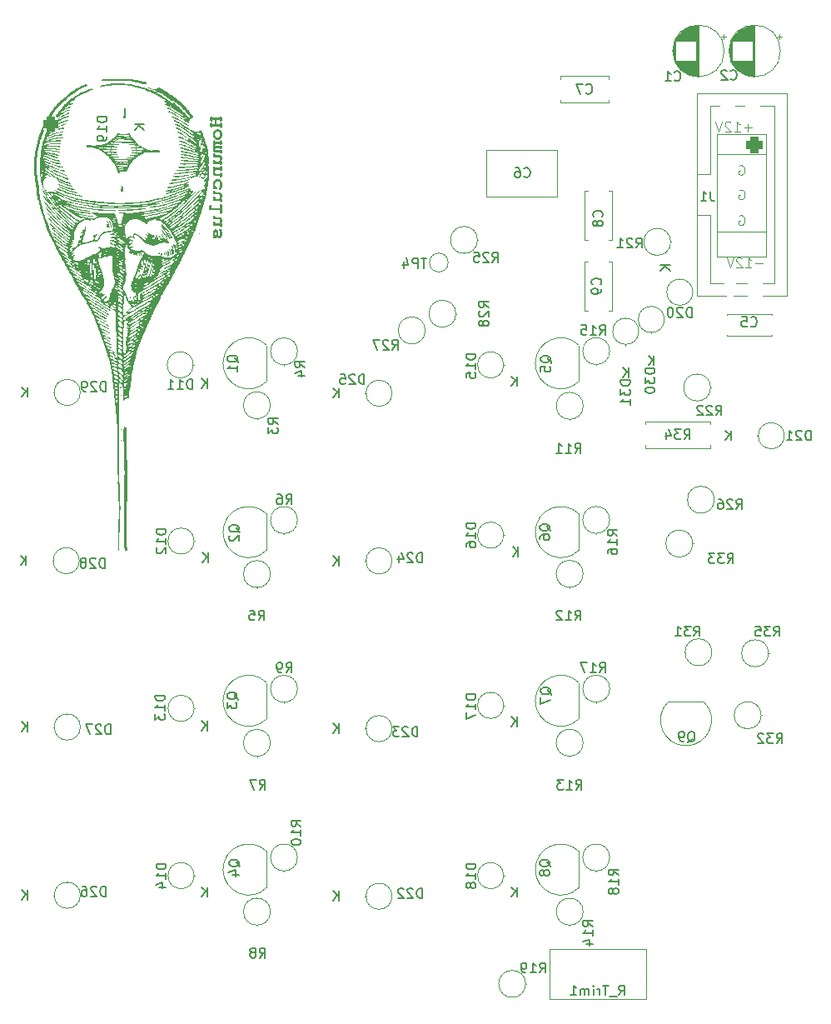
<source format=gbo>
G04 #@! TF.GenerationSoftware,KiCad,Pcbnew,7.0.10*
G04 #@! TF.CreationDate,2024-02-02T08:29:15+10:00*
G04 #@! TF.ProjectId,MK_Seq take 2,4d4b5f53-6571-4207-9461-6b6520322e6b,rev?*
G04 #@! TF.SameCoordinates,Original*
G04 #@! TF.FileFunction,Legend,Bot*
G04 #@! TF.FilePolarity,Positive*
%FSLAX46Y46*%
G04 Gerber Fmt 4.6, Leading zero omitted, Abs format (unit mm)*
G04 Created by KiCad (PCBNEW 7.0.10) date 2024-02-02 08:29:15*
%MOMM*%
%LPD*%
G01*
G04 APERTURE LIST*
G04 Aperture macros list*
%AMRoundRect*
0 Rectangle with rounded corners*
0 $1 Rounding radius*
0 $2 $3 $4 $5 $6 $7 $8 $9 X,Y pos of 4 corners*
0 Add a 4 corners polygon primitive as box body*
4,1,4,$2,$3,$4,$5,$6,$7,$8,$9,$2,$3,0*
0 Add four circle primitives for the rounded corners*
1,1,$1+$1,$2,$3*
1,1,$1+$1,$4,$5*
1,1,$1+$1,$6,$7*
1,1,$1+$1,$8,$9*
0 Add four rect primitives between the rounded corners*
20,1,$1+$1,$2,$3,$4,$5,0*
20,1,$1+$1,$4,$5,$6,$7,0*
20,1,$1+$1,$6,$7,$8,$9,0*
20,1,$1+$1,$8,$9,$2,$3,0*%
G04 Aperture macros list end*
%ADD10C,0.300000*%
%ADD11C,0.150000*%
%ADD12C,0.100000*%
%ADD13C,0.120000*%
%ADD14R,1.800000X1.800000*%
%ADD15C,1.800000*%
%ADD16O,2.500000X1.600000*%
%ADD17O,2.720000X3.240000*%
%ADD18C,1.600000*%
%ADD19O,1.600000X1.600000*%
%ADD20R,1.600000X1.600000*%
%ADD21O,1.500000X2.500000*%
%ADD22O,3.240000X2.720000*%
%ADD23C,2.800000*%
%ADD24RoundRect,0.400000X-0.400000X0.400000X-0.400000X-0.400000X0.400000X-0.400000X0.400000X0.400000X0*%
%ADD25C,2.000000*%
%ADD26C,1.500000*%
%ADD27C,1.440000*%
%ADD28R,1.500000X1.050000*%
%ADD29O,1.500000X1.050000*%
%ADD30R,1.050000X1.500000*%
%ADD31O,1.050000X1.500000*%
%ADD32C,1.700000*%
%ADD33RoundRect,0.425000X-0.425000X-0.425000X0.425000X-0.425000X0.425000X0.425000X-0.425000X0.425000X0*%
G04 APERTURE END LIST*
D10*
G36*
X81229159Y-43664619D02*
G01*
X81229159Y-43213258D01*
X81533974Y-43213258D01*
X81533974Y-43246231D01*
X81534432Y-43264595D01*
X81535806Y-43281585D01*
X81538095Y-43297202D01*
X81542245Y-43314790D01*
X81547827Y-43330232D01*
X81554839Y-43343527D01*
X81563283Y-43354675D01*
X81574780Y-43365756D01*
X81587566Y-43374545D01*
X81601639Y-43381040D01*
X81617001Y-43385244D01*
X81633651Y-43387154D01*
X81639487Y-43387281D01*
X81656578Y-43386135D01*
X81672408Y-43382696D01*
X81686975Y-43376965D01*
X81700280Y-43368940D01*
X81712323Y-43358623D01*
X81716057Y-43354675D01*
X81725893Y-43341039D01*
X81732535Y-43327315D01*
X81737764Y-43311444D01*
X81741580Y-43293426D01*
X81743615Y-43277467D01*
X81744745Y-43260133D01*
X81745000Y-43246231D01*
X81745000Y-42987578D01*
X81744547Y-42969208D01*
X81743191Y-42952201D01*
X81740929Y-42936556D01*
X81736831Y-42918916D01*
X81731320Y-42903404D01*
X81724395Y-42890022D01*
X81716057Y-42878768D01*
X81704435Y-42867811D01*
X81691550Y-42859122D01*
X81677404Y-42852699D01*
X81661995Y-42848543D01*
X81645324Y-42846654D01*
X81639487Y-42846528D01*
X81622073Y-42848305D01*
X81605277Y-42853638D01*
X81591753Y-42860797D01*
X81578659Y-42870424D01*
X81565993Y-42882521D01*
X81556170Y-42893976D01*
X81553757Y-42897086D01*
X81546049Y-42910490D01*
X81540948Y-42926221D01*
X81537760Y-42942321D01*
X81535906Y-42957158D01*
X81534669Y-42973736D01*
X81534051Y-42992055D01*
X81533974Y-43001866D01*
X80760212Y-43001866D01*
X80759506Y-42985135D01*
X80757386Y-42969745D01*
X80752977Y-42953048D01*
X80746532Y-42938283D01*
X80738053Y-42925451D01*
X80731270Y-42917969D01*
X80719648Y-42908382D01*
X80706763Y-42900778D01*
X80692617Y-42895158D01*
X80677208Y-42891522D01*
X80660537Y-42889869D01*
X80654699Y-42889759D01*
X80637621Y-42890892D01*
X80621830Y-42894293D01*
X80607327Y-42899960D01*
X80594112Y-42907894D01*
X80582185Y-42918095D01*
X80578496Y-42921999D01*
X80568535Y-42935759D01*
X80561809Y-42949567D01*
X80556514Y-42965505D01*
X80552650Y-42983571D01*
X80550589Y-42999556D01*
X80549444Y-43016904D01*
X80549187Y-43030809D01*
X80549187Y-43246231D01*
X80549644Y-43264595D01*
X80551018Y-43281585D01*
X80553308Y-43297202D01*
X80557458Y-43314790D01*
X80563040Y-43330232D01*
X80570052Y-43343527D01*
X80578496Y-43354675D01*
X80589993Y-43365756D01*
X80602779Y-43374545D01*
X80616852Y-43381040D01*
X80632214Y-43385244D01*
X80648863Y-43387154D01*
X80654699Y-43387281D01*
X80671791Y-43386135D01*
X80687621Y-43382696D01*
X80702188Y-43376965D01*
X80715493Y-43368940D01*
X80727536Y-43358623D01*
X80731270Y-43354675D01*
X80741106Y-43341039D01*
X80747748Y-43327315D01*
X80752977Y-43311444D01*
X80756792Y-43293426D01*
X80758827Y-43277467D01*
X80759958Y-43260133D01*
X80760212Y-43246231D01*
X80760212Y-43213258D01*
X81018133Y-43213258D01*
X81018133Y-43664619D01*
X80760212Y-43664619D01*
X80760212Y-43631646D01*
X80759760Y-43613277D01*
X80758403Y-43596269D01*
X80756142Y-43580624D01*
X80752044Y-43562984D01*
X80746532Y-43547473D01*
X80739608Y-43534090D01*
X80731270Y-43522836D01*
X80719648Y-43511755D01*
X80706763Y-43502967D01*
X80692617Y-43496471D01*
X80677208Y-43492268D01*
X80660537Y-43490357D01*
X80654699Y-43490230D01*
X80637621Y-43491376D01*
X80621830Y-43494815D01*
X80607327Y-43500547D01*
X80594112Y-43508571D01*
X80582185Y-43518888D01*
X80578496Y-43522836D01*
X80568535Y-43536596D01*
X80561809Y-43550405D01*
X80556514Y-43566342D01*
X80552650Y-43584408D01*
X80550589Y-43600393D01*
X80549444Y-43617741D01*
X80549187Y-43631646D01*
X80549187Y-43847069D01*
X80549644Y-43865433D01*
X80551018Y-43882423D01*
X80553308Y-43898039D01*
X80557458Y-43915627D01*
X80563040Y-43931069D01*
X80570052Y-43944364D01*
X80578496Y-43955512D01*
X80589993Y-43966593D01*
X80602779Y-43975382D01*
X80616852Y-43981878D01*
X80632214Y-43986081D01*
X80648863Y-43987991D01*
X80654699Y-43988119D01*
X80671791Y-43987114D01*
X80687621Y-43984100D01*
X80702188Y-43979077D01*
X80715493Y-43972045D01*
X80727536Y-43963003D01*
X80731270Y-43959542D01*
X80741106Y-43947998D01*
X80748907Y-43934521D01*
X80754673Y-43919112D01*
X80757923Y-43904796D01*
X80759760Y-43889138D01*
X80760212Y-43875645D01*
X81533974Y-43875645D01*
X81534141Y-43890389D01*
X81534885Y-43908476D01*
X81536225Y-43924765D01*
X81538736Y-43942598D01*
X81542178Y-43957623D01*
X81547536Y-43971945D01*
X81553025Y-43980792D01*
X81562951Y-43992641D01*
X81575713Y-44005231D01*
X81588868Y-44015353D01*
X81602417Y-44023006D01*
X81616360Y-44028190D01*
X81633610Y-44031152D01*
X81639487Y-44031350D01*
X81656578Y-44030203D01*
X81672408Y-44026765D01*
X81686975Y-44021033D01*
X81700280Y-44013009D01*
X81712323Y-44002692D01*
X81716057Y-43998743D01*
X81725893Y-43985108D01*
X81732535Y-43971383D01*
X81737764Y-43955512D01*
X81741580Y-43937495D01*
X81743615Y-43921535D01*
X81744745Y-43904201D01*
X81745000Y-43890300D01*
X81745000Y-43631646D01*
X81744547Y-43613277D01*
X81743191Y-43596269D01*
X81740929Y-43580624D01*
X81736831Y-43562984D01*
X81731320Y-43547473D01*
X81724395Y-43534090D01*
X81716057Y-43522836D01*
X81704435Y-43511755D01*
X81691550Y-43502967D01*
X81677404Y-43496471D01*
X81661995Y-43492268D01*
X81645324Y-43490357D01*
X81639487Y-43490230D01*
X81622408Y-43491389D01*
X81606617Y-43494867D01*
X81592114Y-43500663D01*
X81578899Y-43508777D01*
X81566972Y-43519210D01*
X81563283Y-43523203D01*
X81553322Y-43537061D01*
X81546596Y-43550893D01*
X81541301Y-43566800D01*
X81537437Y-43584782D01*
X81535376Y-43600661D01*
X81534231Y-43617869D01*
X81533974Y-43631646D01*
X81533974Y-43664619D01*
X81229159Y-43664619D01*
G37*
G36*
X81325842Y-44149222D02*
G01*
X81347628Y-44150634D01*
X81369247Y-44153258D01*
X81390699Y-44157091D01*
X81411983Y-44162136D01*
X81426079Y-44166172D01*
X81440101Y-44170746D01*
X81454049Y-44175858D01*
X81467922Y-44181508D01*
X81481721Y-44187696D01*
X81495445Y-44194422D01*
X81509095Y-44201686D01*
X81522671Y-44209489D01*
X81536172Y-44217829D01*
X81549415Y-44226729D01*
X81562310Y-44236119D01*
X81574855Y-44245998D01*
X81587051Y-44256366D01*
X81598897Y-44267224D01*
X81610395Y-44278571D01*
X81621543Y-44290408D01*
X81632342Y-44302734D01*
X81642792Y-44315550D01*
X81652893Y-44328855D01*
X81662645Y-44342649D01*
X81672047Y-44356933D01*
X81681100Y-44371707D01*
X81689804Y-44386969D01*
X81698159Y-44402722D01*
X81706165Y-44418963D01*
X81713707Y-44435498D01*
X81720762Y-44452131D01*
X81727331Y-44468860D01*
X81733413Y-44485687D01*
X81739009Y-44502612D01*
X81744118Y-44519633D01*
X81748740Y-44536752D01*
X81752876Y-44553968D01*
X81756526Y-44571282D01*
X81759688Y-44588693D01*
X81762365Y-44606201D01*
X81764554Y-44623807D01*
X81766257Y-44641509D01*
X81767474Y-44659310D01*
X81768204Y-44677207D01*
X81768447Y-44695202D01*
X81768199Y-44713291D01*
X81767456Y-44731289D01*
X81766219Y-44749195D01*
X81764485Y-44767009D01*
X81762257Y-44784732D01*
X81759534Y-44802363D01*
X81756315Y-44819903D01*
X81752602Y-44837351D01*
X81748393Y-44854708D01*
X81743689Y-44871973D01*
X81738489Y-44889146D01*
X81732795Y-44906228D01*
X81726605Y-44923218D01*
X81719921Y-44940116D01*
X81712741Y-44956923D01*
X81705066Y-44973639D01*
X81696973Y-44990095D01*
X81688539Y-45006033D01*
X81679765Y-45021454D01*
X81670650Y-45036356D01*
X81661195Y-45050740D01*
X81651399Y-45064606D01*
X81641263Y-45077954D01*
X81630785Y-45090784D01*
X81619968Y-45103096D01*
X81608809Y-45114889D01*
X81597310Y-45126165D01*
X81585471Y-45136923D01*
X81573291Y-45147162D01*
X81560770Y-45156884D01*
X81547908Y-45166087D01*
X81534706Y-45174773D01*
X81527991Y-45178920D01*
X81514518Y-45186820D01*
X81500991Y-45194193D01*
X81487410Y-45201039D01*
X81473774Y-45207359D01*
X81460084Y-45213152D01*
X81439447Y-45220854D01*
X81418688Y-45227372D01*
X81397806Y-45232704D01*
X81376802Y-45236851D01*
X81355676Y-45239814D01*
X81334427Y-45241591D01*
X81313056Y-45242184D01*
X81298061Y-45241918D01*
X81283117Y-45241119D01*
X81268225Y-45239788D01*
X81253384Y-45237925D01*
X81238595Y-45235529D01*
X81223858Y-45232601D01*
X81209172Y-45229141D01*
X81194537Y-45225148D01*
X81179954Y-45220623D01*
X81165423Y-45215565D01*
X81150943Y-45209975D01*
X81136514Y-45203853D01*
X81122137Y-45197198D01*
X81107812Y-45190011D01*
X81093538Y-45182292D01*
X81079316Y-45174040D01*
X81065255Y-45165310D01*
X81051558Y-45156065D01*
X81038224Y-45146305D01*
X81025254Y-45136030D01*
X81012647Y-45125239D01*
X81000404Y-45113933D01*
X80988525Y-45102112D01*
X80977008Y-45089776D01*
X80965856Y-45076925D01*
X80955067Y-45063558D01*
X80944641Y-45049676D01*
X80934579Y-45035280D01*
X80924880Y-45020367D01*
X80915545Y-45004940D01*
X80906573Y-44988997D01*
X80897965Y-44972540D01*
X80889802Y-44955829D01*
X80882166Y-44939034D01*
X80875056Y-44922157D01*
X80868473Y-44905197D01*
X80862417Y-44888154D01*
X80856887Y-44871028D01*
X80851884Y-44853819D01*
X80847407Y-44836527D01*
X80843457Y-44819152D01*
X80840034Y-44801694D01*
X80837137Y-44784153D01*
X80834767Y-44766528D01*
X80832924Y-44748821D01*
X80831608Y-44731031D01*
X80830818Y-44713158D01*
X80830554Y-44695202D01*
X80830559Y-44694836D01*
X81041580Y-44694836D01*
X81041985Y-44714924D01*
X81043200Y-44734523D01*
X81045225Y-44753633D01*
X81048060Y-44772253D01*
X81051705Y-44790384D01*
X81056160Y-44808025D01*
X81061425Y-44825177D01*
X81067500Y-44841839D01*
X81074385Y-44858012D01*
X81082081Y-44873696D01*
X81090586Y-44888890D01*
X81099901Y-44903594D01*
X81110026Y-44917810D01*
X81120961Y-44931535D01*
X81132706Y-44944772D01*
X81145261Y-44957519D01*
X81154891Y-44966392D01*
X81169556Y-44978628D01*
X81184485Y-44989576D01*
X81199678Y-44999236D01*
X81215135Y-45007608D01*
X81230856Y-45014692D01*
X81246841Y-45020488D01*
X81263091Y-45024996D01*
X81279604Y-45028216D01*
X81296381Y-45030148D01*
X81313422Y-45030792D01*
X81319020Y-45030697D01*
X81335668Y-45029275D01*
X81352096Y-45026146D01*
X81368305Y-45021310D01*
X81384296Y-45014768D01*
X81400068Y-45006520D01*
X81415620Y-44996565D01*
X81430954Y-44984903D01*
X81446068Y-44971535D01*
X81460964Y-44956460D01*
X81470773Y-44945462D01*
X81480484Y-44933705D01*
X81489801Y-44921438D01*
X81498516Y-44908815D01*
X81506631Y-44895838D01*
X81514144Y-44882506D01*
X81521056Y-44868818D01*
X81527368Y-44854776D01*
X81533078Y-44840379D01*
X81538187Y-44825628D01*
X81542695Y-44810521D01*
X81546602Y-44795059D01*
X81549908Y-44779242D01*
X81552612Y-44763071D01*
X81554716Y-44746544D01*
X81556219Y-44729663D01*
X81557120Y-44712427D01*
X81557421Y-44694836D01*
X81557120Y-44677376D01*
X81556219Y-44660260D01*
X81554716Y-44643487D01*
X81552612Y-44627058D01*
X81549908Y-44610972D01*
X81546602Y-44595230D01*
X81542695Y-44579831D01*
X81538187Y-44564776D01*
X81533078Y-44550064D01*
X81527368Y-44535696D01*
X81521056Y-44521671D01*
X81514144Y-44507990D01*
X81506631Y-44494652D01*
X81498516Y-44481657D01*
X81489801Y-44469006D01*
X81480484Y-44456699D01*
X81470776Y-44444987D01*
X81456041Y-44428835D01*
X81441100Y-44414384D01*
X81425953Y-44401632D01*
X81410601Y-44390581D01*
X81395041Y-44381231D01*
X81379276Y-44373580D01*
X81363305Y-44367629D01*
X81347128Y-44363379D01*
X81330745Y-44360829D01*
X81314155Y-44359979D01*
X81300747Y-44360352D01*
X81281016Y-44362313D01*
X81261742Y-44365955D01*
X81242926Y-44371278D01*
X81224566Y-44378281D01*
X81206664Y-44386965D01*
X81189219Y-44397331D01*
X81172232Y-44409377D01*
X81155701Y-44423103D01*
X81144935Y-44433188D01*
X81134372Y-44444021D01*
X81124012Y-44455600D01*
X81114030Y-44467783D01*
X81104692Y-44480335D01*
X81095998Y-44493256D01*
X81087948Y-44506547D01*
X81080542Y-44520207D01*
X81073780Y-44534236D01*
X81067662Y-44548635D01*
X81062188Y-44563402D01*
X81057358Y-44578539D01*
X81053172Y-44594045D01*
X81049630Y-44609921D01*
X81046732Y-44626165D01*
X81044478Y-44642779D01*
X81042868Y-44659762D01*
X81041902Y-44677114D01*
X81041580Y-44694836D01*
X80830559Y-44694836D01*
X80830812Y-44677342D01*
X80831585Y-44659573D01*
X80832873Y-44641896D01*
X80834676Y-44624310D01*
X80836994Y-44606816D01*
X80839828Y-44589414D01*
X80843177Y-44572103D01*
X80847041Y-44554884D01*
X80851420Y-44537757D01*
X80856314Y-44520721D01*
X80861724Y-44503777D01*
X80867649Y-44486924D01*
X80874089Y-44470163D01*
X80881044Y-44453493D01*
X80888514Y-44436915D01*
X80896500Y-44420429D01*
X80904933Y-44404228D01*
X80913748Y-44388509D01*
X80922942Y-44373271D01*
X80932518Y-44358513D01*
X80942474Y-44344236D01*
X80952811Y-44330440D01*
X80963529Y-44317125D01*
X80974627Y-44304291D01*
X80986106Y-44291938D01*
X80997966Y-44280065D01*
X81010206Y-44268674D01*
X81022827Y-44257763D01*
X81035828Y-44247333D01*
X81049211Y-44237384D01*
X81062974Y-44227916D01*
X81077117Y-44218928D01*
X81091470Y-44210455D01*
X81105860Y-44202528D01*
X81120287Y-44195148D01*
X81134751Y-44188314D01*
X81149253Y-44182027D01*
X81163791Y-44176287D01*
X81178367Y-44171093D01*
X81192980Y-44166447D01*
X81207630Y-44162347D01*
X81222318Y-44158793D01*
X81237043Y-44155786D01*
X81251804Y-44153326D01*
X81266604Y-44151413D01*
X81281440Y-44150046D01*
X81296313Y-44149226D01*
X81311224Y-44148953D01*
X81325842Y-44149222D01*
G37*
G36*
X80854002Y-45627599D02*
G01*
X80915184Y-45627599D01*
X80903570Y-45640353D01*
X80892905Y-45652786D01*
X80883191Y-45664899D01*
X80874426Y-45676692D01*
X80864808Y-45690981D01*
X80856673Y-45704770D01*
X80850024Y-45718058D01*
X80848872Y-45720655D01*
X80842647Y-45736768D01*
X80838443Y-45750884D01*
X80835134Y-45765627D01*
X80832719Y-45780995D01*
X80831198Y-45796989D01*
X80830572Y-45813610D01*
X80830554Y-45817009D01*
X80831327Y-45834406D01*
X80833645Y-45851699D01*
X80836758Y-45866032D01*
X80840944Y-45880293D01*
X80846203Y-45894482D01*
X80852536Y-45908600D01*
X80859819Y-45922752D01*
X80868157Y-45936815D01*
X80877550Y-45950788D01*
X80887999Y-45964671D01*
X80899503Y-45978465D01*
X80909467Y-45989436D01*
X80917383Y-45997627D01*
X80906747Y-46011297D01*
X80896820Y-46025013D01*
X80887604Y-46038774D01*
X80879098Y-46052581D01*
X80871301Y-46066435D01*
X80864214Y-46080334D01*
X80857837Y-46094278D01*
X80852170Y-46108269D01*
X80847104Y-46122322D01*
X80842713Y-46136456D01*
X80838998Y-46150670D01*
X80835304Y-46168550D01*
X80832665Y-46186555D01*
X80831082Y-46204685D01*
X80830554Y-46222941D01*
X80831069Y-46244602D01*
X80832615Y-46265484D01*
X80835191Y-46285586D01*
X80838797Y-46304909D01*
X80843434Y-46323453D01*
X80849101Y-46341218D01*
X80855799Y-46358203D01*
X80863527Y-46374410D01*
X80872285Y-46389837D01*
X80882074Y-46404484D01*
X80889173Y-46413817D01*
X80899023Y-46425529D01*
X80909248Y-46436485D01*
X80919848Y-46446686D01*
X80936452Y-46460571D01*
X80953899Y-46472756D01*
X80972189Y-46483240D01*
X80991324Y-46492024D01*
X81011302Y-46499108D01*
X81032123Y-46504492D01*
X81053789Y-46508176D01*
X81068701Y-46509687D01*
X81083988Y-46510442D01*
X81091772Y-46510537D01*
X81533974Y-46510537D01*
X81534432Y-46526491D01*
X81535806Y-46541380D01*
X81538811Y-46558494D01*
X81543247Y-46573945D01*
X81549115Y-46587732D01*
X81558045Y-46602080D01*
X81563283Y-46608356D01*
X81574780Y-46619313D01*
X81587566Y-46628002D01*
X81601639Y-46634425D01*
X81617001Y-46638581D01*
X81633651Y-46640470D01*
X81639487Y-46640596D01*
X81656578Y-46639463D01*
X81672408Y-46636062D01*
X81686975Y-46630395D01*
X81700280Y-46622461D01*
X81712323Y-46612260D01*
X81716057Y-46608356D01*
X81725893Y-46594845D01*
X81732535Y-46581205D01*
X81737764Y-46565400D01*
X81741580Y-46547431D01*
X81743615Y-46531497D01*
X81744745Y-46514177D01*
X81745000Y-46500279D01*
X81745000Y-46299511D01*
X81121448Y-46299511D01*
X81105528Y-46298893D01*
X81089429Y-46296609D01*
X81074294Y-46291938D01*
X81061427Y-46284055D01*
X81059166Y-46281926D01*
X81049892Y-46269146D01*
X81044482Y-46254585D01*
X81042009Y-46239209D01*
X81041580Y-46228436D01*
X81042404Y-46213312D01*
X81044876Y-46198714D01*
X81048996Y-46184641D01*
X81054763Y-46171095D01*
X81058799Y-46163590D01*
X81067393Y-46151281D01*
X81078062Y-46138166D01*
X81088091Y-46127095D01*
X81099448Y-46115509D01*
X81112134Y-46103407D01*
X81126147Y-46090791D01*
X81137529Y-46080990D01*
X81149658Y-46070900D01*
X81533974Y-46070900D01*
X81534432Y-46086854D01*
X81535806Y-46101743D01*
X81538811Y-46118857D01*
X81543247Y-46134308D01*
X81549115Y-46148095D01*
X81558045Y-46162443D01*
X81563283Y-46168719D01*
X81574780Y-46179551D01*
X81587566Y-46188142D01*
X81601639Y-46194492D01*
X81617001Y-46198601D01*
X81633651Y-46200468D01*
X81639487Y-46200593D01*
X81656578Y-46199472D01*
X81672408Y-46196110D01*
X81686975Y-46190508D01*
X81700280Y-46182664D01*
X81712323Y-46172579D01*
X81716057Y-46168719D01*
X81725893Y-46155195D01*
X81732535Y-46141524D01*
X81737764Y-46125671D01*
X81741580Y-46107636D01*
X81743615Y-46091636D01*
X81744745Y-46074239D01*
X81745000Y-46060275D01*
X81745000Y-45859508D01*
X81121448Y-45859508D01*
X81105764Y-45858876D01*
X81089843Y-45856545D01*
X81074782Y-45851776D01*
X81061835Y-45843730D01*
X81059532Y-45841556D01*
X81050065Y-45828547D01*
X81044543Y-45813780D01*
X81042018Y-45798221D01*
X81041580Y-45787334D01*
X81042632Y-45771180D01*
X81045788Y-45755097D01*
X81051047Y-45739083D01*
X81057229Y-45725413D01*
X81063562Y-45714061D01*
X81073175Y-45700082D01*
X81083488Y-45687645D01*
X81095894Y-45674494D01*
X81107325Y-45663457D01*
X81120097Y-45651962D01*
X81134207Y-45640010D01*
X81145669Y-45630745D01*
X81149658Y-45627599D01*
X81533974Y-45627599D01*
X81534432Y-45643559D01*
X81535806Y-45658465D01*
X81538811Y-45675617D01*
X81543247Y-45691123D01*
X81549115Y-45704983D01*
X81558045Y-45719443D01*
X81563283Y-45725785D01*
X81574780Y-45736866D01*
X81587566Y-45745654D01*
X81601639Y-45752150D01*
X81617001Y-45756353D01*
X81633651Y-45758264D01*
X81639487Y-45758391D01*
X81656578Y-45757245D01*
X81672408Y-45753806D01*
X81686975Y-45748074D01*
X81700280Y-45740050D01*
X81712323Y-45729733D01*
X81716057Y-45725785D01*
X81725893Y-45712149D01*
X81732535Y-45698425D01*
X81737764Y-45682554D01*
X81741580Y-45664536D01*
X81743615Y-45648576D01*
X81744745Y-45631243D01*
X81745000Y-45617341D01*
X81745000Y-45426831D01*
X81744547Y-45408462D01*
X81743191Y-45391454D01*
X81740929Y-45375809D01*
X81736831Y-45358169D01*
X81731320Y-45342658D01*
X81724395Y-45329275D01*
X81716057Y-45318021D01*
X81704435Y-45306940D01*
X81691550Y-45298152D01*
X81677404Y-45291656D01*
X81661995Y-45287453D01*
X81645324Y-45285542D01*
X81639487Y-45285415D01*
X81622408Y-45286548D01*
X81606617Y-45289948D01*
X81592114Y-45295616D01*
X81578899Y-45303550D01*
X81566972Y-45313751D01*
X81563283Y-45317655D01*
X81553322Y-45330844D01*
X81545423Y-45346506D01*
X81540414Y-45361447D01*
X81536836Y-45378105D01*
X81535004Y-45392668D01*
X81534088Y-45408330D01*
X81533974Y-45416573D01*
X81065027Y-45416573D01*
X81064575Y-45400362D01*
X81063218Y-45385249D01*
X81060251Y-45367904D01*
X81055870Y-45352276D01*
X81050076Y-45338366D01*
X81041257Y-45323940D01*
X81036085Y-45317655D01*
X81024463Y-45306698D01*
X81011578Y-45298008D01*
X80997432Y-45291586D01*
X80982023Y-45287430D01*
X80965352Y-45285541D01*
X80959515Y-45285415D01*
X80942436Y-45286561D01*
X80926645Y-45290000D01*
X80912142Y-45295732D01*
X80898927Y-45303756D01*
X80887000Y-45314073D01*
X80883311Y-45318021D01*
X80873350Y-45331781D01*
X80866624Y-45345590D01*
X80861329Y-45361527D01*
X80857465Y-45379593D01*
X80855404Y-45395578D01*
X80854259Y-45412926D01*
X80854002Y-45426831D01*
X80854002Y-45627599D01*
G37*
G36*
X80854002Y-47662752D02*
G01*
X81533974Y-47662752D01*
X81534432Y-47678964D01*
X81535806Y-47694077D01*
X81538811Y-47711422D01*
X81543247Y-47727049D01*
X81549115Y-47740960D01*
X81558045Y-47755385D01*
X81563283Y-47761671D01*
X81574780Y-47772503D01*
X81587566Y-47781094D01*
X81601639Y-47787444D01*
X81617001Y-47791552D01*
X81633651Y-47793420D01*
X81639487Y-47793545D01*
X81656578Y-47792398D01*
X81672408Y-47788959D01*
X81686975Y-47783228D01*
X81700280Y-47775203D01*
X81712323Y-47764887D01*
X81716057Y-47760938D01*
X81725893Y-47747302D01*
X81732535Y-47733578D01*
X81737764Y-47717707D01*
X81741580Y-47699689D01*
X81743615Y-47683730D01*
X81744745Y-47666396D01*
X81745000Y-47652494D01*
X81745000Y-47451727D01*
X81674658Y-47451727D01*
X81683244Y-47434765D01*
X81691419Y-47417951D01*
X81699181Y-47401285D01*
X81706531Y-47384768D01*
X81713469Y-47368398D01*
X81719995Y-47352177D01*
X81726109Y-47336104D01*
X81731810Y-47320179D01*
X81737100Y-47304402D01*
X81741977Y-47288773D01*
X81745000Y-47278436D01*
X81749190Y-47263054D01*
X81752968Y-47247821D01*
X81756334Y-47232735D01*
X81759288Y-47217797D01*
X81761829Y-47203008D01*
X81763959Y-47188367D01*
X81766157Y-47169075D01*
X81767622Y-47150047D01*
X81768355Y-47131282D01*
X81768447Y-47121999D01*
X81768089Y-47102731D01*
X81767017Y-47083947D01*
X81765230Y-47065646D01*
X81762728Y-47047827D01*
X81759511Y-47030492D01*
X81755580Y-47013639D01*
X81750933Y-46997270D01*
X81745572Y-46981384D01*
X81739496Y-46965980D01*
X81732705Y-46951060D01*
X81727780Y-46941381D01*
X81719885Y-46927373D01*
X81711449Y-46913925D01*
X81702471Y-46901038D01*
X81692953Y-46888711D01*
X81682894Y-46876944D01*
X81672293Y-46865737D01*
X81661152Y-46855091D01*
X81649470Y-46845005D01*
X81637247Y-46835479D01*
X81624483Y-46826513D01*
X81615673Y-46820847D01*
X81602352Y-46813377D01*
X81588218Y-46806903D01*
X81573272Y-46801424D01*
X81557513Y-46796942D01*
X81540940Y-46793456D01*
X81523555Y-46790966D01*
X81505357Y-46789472D01*
X81486346Y-46788974D01*
X81065027Y-46788974D01*
X81065027Y-46753070D01*
X81064575Y-46734700D01*
X81063218Y-46717693D01*
X81060957Y-46702048D01*
X81056859Y-46684408D01*
X81051347Y-46668896D01*
X81044423Y-46655514D01*
X81036085Y-46644260D01*
X81024463Y-46633179D01*
X81011578Y-46624390D01*
X80997432Y-46617894D01*
X80982023Y-46613691D01*
X80965352Y-46611781D01*
X80959515Y-46611653D01*
X80942436Y-46612800D01*
X80926645Y-46616239D01*
X80912142Y-46621970D01*
X80898927Y-46629994D01*
X80887000Y-46640311D01*
X80883311Y-46644260D01*
X80873350Y-46658020D01*
X80866624Y-46671828D01*
X80861329Y-46687766D01*
X80857465Y-46705832D01*
X80855404Y-46721817D01*
X80854259Y-46739165D01*
X80854002Y-46753070D01*
X80854002Y-47000366D01*
X81436887Y-47000366D01*
X81451942Y-47000870D01*
X81469313Y-47002916D01*
X81485073Y-47006537D01*
X81499223Y-47011732D01*
X81514078Y-47020044D01*
X81526614Y-47030622D01*
X81528478Y-47032606D01*
X81538314Y-47046044D01*
X81546115Y-47061904D01*
X81551061Y-47076970D01*
X81554595Y-47093717D01*
X81556403Y-47108326D01*
X81557308Y-47124011D01*
X81557421Y-47132257D01*
X81557055Y-47148348D01*
X81555956Y-47164749D01*
X81554124Y-47181459D01*
X81551559Y-47198477D01*
X81548262Y-47215805D01*
X81544232Y-47233442D01*
X81539469Y-47251388D01*
X81533974Y-47269644D01*
X81529246Y-47283819D01*
X81523854Y-47298594D01*
X81517800Y-47313967D01*
X81511082Y-47329939D01*
X81503700Y-47346510D01*
X81495656Y-47363680D01*
X81486948Y-47381449D01*
X81477576Y-47399817D01*
X81467542Y-47418784D01*
X81460484Y-47431762D01*
X81453131Y-47445005D01*
X81449344Y-47451727D01*
X81065027Y-47451727D01*
X81065027Y-47375157D01*
X81064575Y-47356787D01*
X81063218Y-47339779D01*
X81060957Y-47324135D01*
X81056859Y-47306494D01*
X81051347Y-47290983D01*
X81044423Y-47277600D01*
X81036085Y-47266346D01*
X81024463Y-47255390D01*
X81011578Y-47246700D01*
X80997432Y-47240277D01*
X80982023Y-47236121D01*
X80965352Y-47234232D01*
X80959515Y-47234106D01*
X80942436Y-47235240D01*
X80926645Y-47238640D01*
X80912142Y-47244307D01*
X80898927Y-47252241D01*
X80887000Y-47262442D01*
X80883311Y-47266346D01*
X80873350Y-47280106D01*
X80866624Y-47293915D01*
X80861329Y-47309852D01*
X80857465Y-47327918D01*
X80855404Y-47343904D01*
X80854259Y-47361251D01*
X80854002Y-47375157D01*
X80854002Y-47662752D01*
G37*
G36*
X80854002Y-48260659D02*
G01*
X80924344Y-48260659D01*
X80912986Y-48275228D01*
X80902362Y-48290174D01*
X80892470Y-48305499D01*
X80883311Y-48321201D01*
X80874884Y-48337281D01*
X80867191Y-48353738D01*
X80860230Y-48370574D01*
X80854002Y-48387787D01*
X80848506Y-48405373D01*
X80843743Y-48423325D01*
X80839713Y-48441643D01*
X80836416Y-48460327D01*
X80833852Y-48479378D01*
X80832020Y-48498796D01*
X80831127Y-48513599D01*
X80830646Y-48528609D01*
X80830554Y-48538729D01*
X80830979Y-48561870D01*
X80832254Y-48584399D01*
X80834380Y-48606315D01*
X80837355Y-48627619D01*
X80841180Y-48648310D01*
X80845856Y-48668388D01*
X80851381Y-48687854D01*
X80857757Y-48706707D01*
X80864983Y-48724948D01*
X80873058Y-48742577D01*
X80881984Y-48759593D01*
X80891760Y-48775996D01*
X80902386Y-48791787D01*
X80913862Y-48806965D01*
X80926188Y-48821531D01*
X80939364Y-48835484D01*
X80950428Y-48845955D01*
X80961913Y-48855749D01*
X80973818Y-48864868D01*
X80986145Y-48873312D01*
X80998892Y-48881080D01*
X81012059Y-48888172D01*
X81025648Y-48894589D01*
X81039657Y-48900331D01*
X81054087Y-48905397D01*
X81068937Y-48909788D01*
X81084209Y-48913503D01*
X81099901Y-48916543D01*
X81116014Y-48918907D01*
X81132547Y-48920595D01*
X81149502Y-48921609D01*
X81166877Y-48921946D01*
X81533974Y-48921946D01*
X81534432Y-48938158D01*
X81535806Y-48953271D01*
X81538811Y-48970616D01*
X81543247Y-48986243D01*
X81549115Y-49000154D01*
X81558045Y-49014579D01*
X81563283Y-49020865D01*
X81574780Y-49031821D01*
X81587566Y-49040511D01*
X81601639Y-49046934D01*
X81617001Y-49051090D01*
X81633651Y-49052979D01*
X81639487Y-49053105D01*
X81656578Y-49051959D01*
X81672408Y-49048520D01*
X81686975Y-49042788D01*
X81700280Y-49034764D01*
X81712323Y-49024447D01*
X81716057Y-49020498D01*
X81725893Y-49006738D01*
X81732535Y-48992930D01*
X81737764Y-48976993D01*
X81741580Y-48958927D01*
X81743615Y-48942941D01*
X81744745Y-48925593D01*
X81745000Y-48911688D01*
X81745000Y-48721179D01*
X81744547Y-48702809D01*
X81743191Y-48685802D01*
X81740929Y-48670157D01*
X81736831Y-48652517D01*
X81731320Y-48637005D01*
X81724395Y-48623623D01*
X81716057Y-48612369D01*
X81704435Y-48601412D01*
X81691550Y-48592722D01*
X81677404Y-48586300D01*
X81661995Y-48582144D01*
X81645324Y-48580255D01*
X81639487Y-48580129D01*
X81622408Y-48581249D01*
X81606617Y-48584611D01*
X81592114Y-48590214D01*
X81578899Y-48598058D01*
X81566972Y-48608143D01*
X81563283Y-48612002D01*
X81553322Y-48625191D01*
X81545423Y-48640853D01*
X81540414Y-48655794D01*
X81536836Y-48672452D01*
X81535004Y-48687015D01*
X81534088Y-48702677D01*
X81533974Y-48710921D01*
X81170907Y-48710921D01*
X81155766Y-48710342D01*
X81138304Y-48707994D01*
X81122471Y-48703838D01*
X81108265Y-48697876D01*
X81095688Y-48690107D01*
X81082743Y-48678399D01*
X81078949Y-48673918D01*
X81070191Y-48661066D01*
X81062600Y-48646692D01*
X81056177Y-48630796D01*
X81050922Y-48613376D01*
X81046835Y-48594434D01*
X81044536Y-48579228D01*
X81042894Y-48563166D01*
X81041909Y-48546247D01*
X81041580Y-48528471D01*
X81042004Y-48510519D01*
X81043275Y-48493117D01*
X81045393Y-48476264D01*
X81048358Y-48459961D01*
X81052170Y-48444207D01*
X81056830Y-48429003D01*
X81062337Y-48414349D01*
X81068691Y-48400244D01*
X81076316Y-48386041D01*
X81085819Y-48370912D01*
X81097199Y-48354855D01*
X81106966Y-48342203D01*
X81117790Y-48329030D01*
X81129669Y-48315336D01*
X81142605Y-48301119D01*
X81156597Y-48286381D01*
X81171645Y-48271122D01*
X81182264Y-48260659D01*
X81533974Y-48260659D01*
X81534144Y-48275403D01*
X81534903Y-48293490D01*
X81536268Y-48309779D01*
X81538828Y-48327612D01*
X81542336Y-48342637D01*
X81547797Y-48356959D01*
X81553391Y-48365806D01*
X81563231Y-48377569D01*
X81575902Y-48390068D01*
X81588984Y-48400116D01*
X81602478Y-48407714D01*
X81616383Y-48412860D01*
X81633612Y-48415801D01*
X81639487Y-48415997D01*
X81656578Y-48414851D01*
X81672408Y-48411412D01*
X81686975Y-48405681D01*
X81700280Y-48397656D01*
X81712323Y-48387339D01*
X81716057Y-48383391D01*
X81725893Y-48369755D01*
X81732535Y-48356031D01*
X81737764Y-48340160D01*
X81741580Y-48322142D01*
X81743615Y-48306183D01*
X81744745Y-48288849D01*
X81745000Y-48274947D01*
X81745000Y-48034979D01*
X81744547Y-48016609D01*
X81743191Y-47999602D01*
X81740929Y-47983957D01*
X81736831Y-47966316D01*
X81731320Y-47950805D01*
X81724395Y-47937422D01*
X81716057Y-47926168D01*
X81704435Y-47915087D01*
X81691550Y-47906299D01*
X81677404Y-47899803D01*
X81661995Y-47895600D01*
X81645324Y-47893689D01*
X81639487Y-47893562D01*
X81622047Y-47895301D01*
X81607947Y-47899406D01*
X81594241Y-47905927D01*
X81580928Y-47914862D01*
X81568008Y-47926213D01*
X81557956Y-47937032D01*
X81553025Y-47943021D01*
X81545601Y-47956620D01*
X81540690Y-47972574D01*
X81537620Y-47988900D01*
X81535834Y-48003944D01*
X81534643Y-48020750D01*
X81534048Y-48039321D01*
X81533974Y-48049267D01*
X81065027Y-48049267D01*
X81064575Y-48033055D01*
X81063218Y-48017943D01*
X81060251Y-48000598D01*
X81055870Y-47984970D01*
X81050076Y-47971059D01*
X81041257Y-47956634D01*
X81036085Y-47950348D01*
X81024463Y-47939516D01*
X81011578Y-47930925D01*
X80997432Y-47924576D01*
X80982023Y-47920467D01*
X80965352Y-47918599D01*
X80959515Y-47918475D01*
X80942436Y-47919608D01*
X80926645Y-47923008D01*
X80912142Y-47928676D01*
X80898927Y-47936610D01*
X80887000Y-47946811D01*
X80883311Y-47950715D01*
X80873350Y-47964475D01*
X80866624Y-47978283D01*
X80861329Y-47994221D01*
X80857465Y-48012287D01*
X80855404Y-48028272D01*
X80854259Y-48045620D01*
X80854002Y-48059525D01*
X80854002Y-48260659D01*
G37*
G36*
X80900896Y-50063904D02*
G01*
X80887387Y-50075864D01*
X80876167Y-50087932D01*
X80867237Y-50100107D01*
X80859543Y-50114859D01*
X80855146Y-50129766D01*
X80854002Y-50142306D01*
X80855161Y-50158775D01*
X80858638Y-50174111D01*
X80864434Y-50188313D01*
X80872549Y-50201382D01*
X80882982Y-50213318D01*
X80886974Y-50217044D01*
X80900859Y-50227005D01*
X80914752Y-50233731D01*
X80930755Y-50239026D01*
X80945077Y-50242232D01*
X80960751Y-50244521D01*
X80977775Y-50245895D01*
X80996151Y-50246353D01*
X81133904Y-50246353D01*
X81152531Y-50245895D01*
X81169762Y-50244521D01*
X81185596Y-50242232D01*
X81200033Y-50239026D01*
X81216115Y-50233731D01*
X81230014Y-50227005D01*
X81243813Y-50217044D01*
X81254770Y-50205409D01*
X81263459Y-50192486D01*
X81269882Y-50178275D01*
X81274038Y-50162776D01*
X81275927Y-50145990D01*
X81276053Y-50140108D01*
X81275190Y-50124360D01*
X81272601Y-50109539D01*
X81267400Y-50093421D01*
X81259849Y-50078564D01*
X81251507Y-50066835D01*
X81239783Y-50056600D01*
X81225618Y-50048583D01*
X81210574Y-50042409D01*
X81195991Y-50037756D01*
X81179548Y-50033550D01*
X81176036Y-50032763D01*
X81158828Y-50028126D01*
X81142927Y-50021772D01*
X81128332Y-50013701D01*
X81115042Y-50003912D01*
X81103058Y-49992406D01*
X81092380Y-49979182D01*
X81088475Y-49973412D01*
X81080094Y-49957341D01*
X81072538Y-49940452D01*
X81065806Y-49922745D01*
X81059898Y-49904221D01*
X81054815Y-49884878D01*
X81050556Y-49864718D01*
X81047121Y-49843739D01*
X81044511Y-49821943D01*
X81043229Y-49806958D01*
X81042313Y-49791609D01*
X81041763Y-49775897D01*
X81041580Y-49759822D01*
X81041886Y-49741369D01*
X81042805Y-49723380D01*
X81044336Y-49705854D01*
X81046480Y-49688793D01*
X81049237Y-49672195D01*
X81052605Y-49656060D01*
X81056587Y-49640390D01*
X81061181Y-49625183D01*
X81066387Y-49610439D01*
X81072206Y-49596160D01*
X81078637Y-49582344D01*
X81085681Y-49568992D01*
X81093338Y-49556103D01*
X81101607Y-49543678D01*
X81110488Y-49531717D01*
X81119982Y-49520219D01*
X81129945Y-49509306D01*
X81145502Y-49494255D01*
X81161793Y-49480789D01*
X81178819Y-49468908D01*
X81196578Y-49458610D01*
X81215071Y-49449897D01*
X81234299Y-49442768D01*
X81254261Y-49437223D01*
X81274957Y-49433262D01*
X81296387Y-49430886D01*
X81311082Y-49430182D01*
X81318551Y-49430094D01*
X81338888Y-49430854D01*
X81358406Y-49433133D01*
X81377107Y-49436933D01*
X81394990Y-49442252D01*
X81412055Y-49449092D01*
X81428302Y-49457451D01*
X81443731Y-49467330D01*
X81458342Y-49478729D01*
X81472136Y-49491647D01*
X81485111Y-49506086D01*
X81493307Y-49516556D01*
X81504765Y-49533837D01*
X81515096Y-49553122D01*
X81521357Y-49567091D01*
X81527117Y-49581950D01*
X81532377Y-49597700D01*
X81537135Y-49614339D01*
X81541393Y-49631869D01*
X81545149Y-49650289D01*
X81548405Y-49669599D01*
X81551160Y-49689799D01*
X81553414Y-49710889D01*
X81555167Y-49732869D01*
X81556419Y-49755740D01*
X81557171Y-49779501D01*
X81557421Y-49804152D01*
X81557321Y-49820449D01*
X81557020Y-49836369D01*
X81556519Y-49851911D01*
X81555818Y-49867075D01*
X81554917Y-49881861D01*
X81553188Y-49903332D01*
X81551010Y-49923953D01*
X81548380Y-49943724D01*
X81545299Y-49962644D01*
X81541768Y-49980715D01*
X81537786Y-49997935D01*
X81533353Y-50014306D01*
X81531775Y-50019574D01*
X81526316Y-50034905D01*
X81519783Y-50049985D01*
X81512176Y-50064815D01*
X81503497Y-50079394D01*
X81493744Y-50093723D01*
X81482917Y-50107802D01*
X81478286Y-50113363D01*
X81467310Y-50127010D01*
X81458194Y-50140246D01*
X81450938Y-50153071D01*
X81444687Y-50167917D01*
X81441115Y-50182171D01*
X81440184Y-50193597D01*
X81441292Y-50209396D01*
X81444615Y-50224371D01*
X81450154Y-50238522D01*
X81457907Y-50251849D01*
X81467876Y-50264351D01*
X81471692Y-50268335D01*
X81483782Y-50279043D01*
X81496696Y-50287535D01*
X81510435Y-50293812D01*
X81524998Y-50297873D01*
X81540385Y-50299719D01*
X81545697Y-50299842D01*
X81562802Y-50298343D01*
X81579678Y-50293843D01*
X81596324Y-50286344D01*
X81612742Y-50275846D01*
X81624905Y-50266003D01*
X81636939Y-50254473D01*
X81648845Y-50241256D01*
X81660621Y-50226352D01*
X81672269Y-50209761D01*
X81676123Y-50203855D01*
X81687303Y-50185571D01*
X81697761Y-50166257D01*
X81707499Y-50145912D01*
X81716515Y-50124537D01*
X81724809Y-50102132D01*
X81732383Y-50078696D01*
X81739235Y-50054230D01*
X81745366Y-50028733D01*
X81750775Y-50002206D01*
X81755464Y-49974648D01*
X81759431Y-49946061D01*
X81761144Y-49931380D01*
X81762677Y-49916442D01*
X81764029Y-49901247D01*
X81765201Y-49885794D01*
X81766193Y-49870083D01*
X81767004Y-49854115D01*
X81767635Y-49837889D01*
X81768086Y-49821405D01*
X81768357Y-49804664D01*
X81768447Y-49787665D01*
X81768353Y-49772385D01*
X81768072Y-49757317D01*
X81767603Y-49742463D01*
X81766947Y-49727822D01*
X81765072Y-49699180D01*
X81762448Y-49671390D01*
X81759073Y-49644454D01*
X81754949Y-49618371D01*
X81750074Y-49593140D01*
X81744450Y-49568763D01*
X81738076Y-49545238D01*
X81730952Y-49522566D01*
X81723078Y-49500748D01*
X81714454Y-49479782D01*
X81705080Y-49459669D01*
X81694956Y-49440409D01*
X81684083Y-49422002D01*
X81672459Y-49404448D01*
X81656014Y-49382000D01*
X81638828Y-49361000D01*
X81620901Y-49341448D01*
X81602232Y-49323344D01*
X81582822Y-49306689D01*
X81562670Y-49291482D01*
X81541778Y-49277723D01*
X81520143Y-49265413D01*
X81497768Y-49254551D01*
X81474651Y-49245137D01*
X81450793Y-49237171D01*
X81426194Y-49230654D01*
X81400853Y-49225585D01*
X81374771Y-49221964D01*
X81347948Y-49219792D01*
X81320383Y-49219068D01*
X81294154Y-49219655D01*
X81268497Y-49221415D01*
X81243412Y-49224349D01*
X81218900Y-49228456D01*
X81194961Y-49233737D01*
X81171594Y-49240191D01*
X81148799Y-49247819D01*
X81126577Y-49256620D01*
X81104927Y-49266595D01*
X81083849Y-49277743D01*
X81063344Y-49290065D01*
X81043412Y-49303561D01*
X81024052Y-49318230D01*
X81005264Y-49334072D01*
X80987049Y-49351088D01*
X80969406Y-49369277D01*
X80952592Y-49388457D01*
X80936863Y-49408352D01*
X80922218Y-49428963D01*
X80908659Y-49450290D01*
X80896184Y-49472332D01*
X80884793Y-49495089D01*
X80874488Y-49518562D01*
X80865267Y-49542751D01*
X80857131Y-49567655D01*
X80850080Y-49593275D01*
X80844114Y-49619610D01*
X80839233Y-49646661D01*
X80835436Y-49674427D01*
X80832724Y-49702909D01*
X80831097Y-49732107D01*
X80830690Y-49746974D01*
X80830554Y-49762020D01*
X80830709Y-49778328D01*
X80831173Y-49794417D01*
X80831945Y-49810288D01*
X80833027Y-49825939D01*
X80834418Y-49841371D01*
X80836118Y-49856585D01*
X80838128Y-49871579D01*
X80840446Y-49886355D01*
X80843074Y-49900911D01*
X80847058Y-49919979D01*
X80848140Y-49924685D01*
X80852811Y-49943370D01*
X80858032Y-49961688D01*
X80863802Y-49979640D01*
X80870122Y-49997226D01*
X80876991Y-50014445D01*
X80884410Y-50031297D01*
X80892378Y-50047784D01*
X80900896Y-50063904D01*
G37*
G36*
X80854002Y-51443632D02*
G01*
X81533974Y-51443632D01*
X81534432Y-51459843D01*
X81535806Y-51474956D01*
X81538811Y-51492301D01*
X81543247Y-51507929D01*
X81549115Y-51521839D01*
X81558045Y-51536265D01*
X81563283Y-51542550D01*
X81574780Y-51553382D01*
X81587566Y-51561973D01*
X81601639Y-51568323D01*
X81617001Y-51572432D01*
X81633651Y-51574299D01*
X81639487Y-51574424D01*
X81656578Y-51573277D01*
X81672408Y-51569839D01*
X81686975Y-51564107D01*
X81700280Y-51556083D01*
X81712323Y-51545766D01*
X81716057Y-51541817D01*
X81725893Y-51528182D01*
X81732535Y-51514457D01*
X81737764Y-51498586D01*
X81741580Y-51480569D01*
X81743615Y-51464609D01*
X81744745Y-51447275D01*
X81745000Y-51433374D01*
X81745000Y-51232606D01*
X81674658Y-51232606D01*
X81683244Y-51215644D01*
X81691419Y-51198830D01*
X81699181Y-51182165D01*
X81706531Y-51165647D01*
X81713469Y-51149278D01*
X81719995Y-51133056D01*
X81726109Y-51116983D01*
X81731810Y-51101058D01*
X81737100Y-51085281D01*
X81741977Y-51069653D01*
X81745000Y-51059316D01*
X81749190Y-51043934D01*
X81752968Y-51028700D01*
X81756334Y-51013614D01*
X81759288Y-50998677D01*
X81761829Y-50983887D01*
X81763959Y-50969246D01*
X81766157Y-50949954D01*
X81767622Y-50930926D01*
X81768355Y-50912162D01*
X81768447Y-50902878D01*
X81768089Y-50883611D01*
X81767017Y-50864826D01*
X81765230Y-50846525D01*
X81762728Y-50828706D01*
X81759511Y-50811371D01*
X81755580Y-50794519D01*
X81750933Y-50778149D01*
X81745572Y-50762263D01*
X81739496Y-50746859D01*
X81732705Y-50731939D01*
X81727780Y-50722260D01*
X81719885Y-50708252D01*
X81711449Y-50694805D01*
X81702471Y-50681917D01*
X81692953Y-50669590D01*
X81682894Y-50657823D01*
X81672293Y-50646616D01*
X81661152Y-50635970D01*
X81649470Y-50625884D01*
X81637247Y-50616358D01*
X81624483Y-50607392D01*
X81615673Y-50601727D01*
X81602352Y-50594256D01*
X81588218Y-50587782D01*
X81573272Y-50582304D01*
X81557513Y-50577821D01*
X81540940Y-50574335D01*
X81523555Y-50571845D01*
X81505357Y-50570351D01*
X81486346Y-50569853D01*
X81065027Y-50569853D01*
X81065027Y-50533949D01*
X81064575Y-50515580D01*
X81063218Y-50498572D01*
X81060957Y-50482927D01*
X81056859Y-50465287D01*
X81051347Y-50449776D01*
X81044423Y-50436393D01*
X81036085Y-50425139D01*
X81024463Y-50414058D01*
X81011578Y-50405270D01*
X80997432Y-50398774D01*
X80982023Y-50394571D01*
X80965352Y-50392660D01*
X80959515Y-50392533D01*
X80942436Y-50393679D01*
X80926645Y-50397118D01*
X80912142Y-50402850D01*
X80898927Y-50410874D01*
X80887000Y-50421191D01*
X80883311Y-50425139D01*
X80873350Y-50438899D01*
X80866624Y-50452708D01*
X80861329Y-50468645D01*
X80857465Y-50486711D01*
X80855404Y-50502696D01*
X80854259Y-50520044D01*
X80854002Y-50533949D01*
X80854002Y-50781245D01*
X81436887Y-50781245D01*
X81451942Y-50781749D01*
X81469313Y-50783795D01*
X81485073Y-50787416D01*
X81499223Y-50792611D01*
X81514078Y-50800923D01*
X81526614Y-50811502D01*
X81528478Y-50813485D01*
X81538314Y-50826923D01*
X81546115Y-50842783D01*
X81551061Y-50857849D01*
X81554595Y-50874596D01*
X81556403Y-50889205D01*
X81557308Y-50904890D01*
X81557421Y-50913136D01*
X81557055Y-50929228D01*
X81555956Y-50945628D01*
X81554124Y-50962338D01*
X81551559Y-50979357D01*
X81548262Y-50996685D01*
X81544232Y-51014322D01*
X81539469Y-51032268D01*
X81533974Y-51050523D01*
X81529246Y-51064698D01*
X81523854Y-51079473D01*
X81517800Y-51094846D01*
X81511082Y-51110818D01*
X81503700Y-51127390D01*
X81495656Y-51144560D01*
X81486948Y-51162329D01*
X81477576Y-51180697D01*
X81467542Y-51199664D01*
X81460484Y-51212641D01*
X81453131Y-51225884D01*
X81449344Y-51232606D01*
X81065027Y-51232606D01*
X81065027Y-51156036D01*
X81064575Y-51137666D01*
X81063218Y-51120659D01*
X81060957Y-51105014D01*
X81056859Y-51087374D01*
X81051347Y-51071862D01*
X81044423Y-51058479D01*
X81036085Y-51047226D01*
X81024463Y-51036269D01*
X81011578Y-51027579D01*
X80997432Y-51021156D01*
X80982023Y-51017001D01*
X80965352Y-51015111D01*
X80959515Y-51014986D01*
X80942436Y-51016119D01*
X80926645Y-51019519D01*
X80912142Y-51025186D01*
X80898927Y-51033121D01*
X80887000Y-51043322D01*
X80883311Y-51047226D01*
X80873350Y-51060986D01*
X80866624Y-51074794D01*
X80861329Y-51090731D01*
X80857465Y-51108797D01*
X80855404Y-51124783D01*
X80854259Y-51142131D01*
X80854002Y-51156036D01*
X80854002Y-51443632D01*
G37*
G36*
X80455397Y-52361008D02*
G01*
X81533974Y-52361008D01*
X81533974Y-52614166D01*
X81534432Y-52632615D01*
X81535806Y-52649680D01*
X81538095Y-52665359D01*
X81542245Y-52683010D01*
X81547827Y-52698497D01*
X81554839Y-52711818D01*
X81563283Y-52722976D01*
X81574780Y-52734057D01*
X81587566Y-52742845D01*
X81601639Y-52749341D01*
X81617001Y-52753544D01*
X81633651Y-52755455D01*
X81639487Y-52755582D01*
X81656578Y-52754436D01*
X81672408Y-52750997D01*
X81686975Y-52745265D01*
X81700280Y-52737241D01*
X81712323Y-52726924D01*
X81716057Y-52722976D01*
X81725893Y-52709327D01*
X81732535Y-52695573D01*
X81737764Y-52679653D01*
X81741580Y-52661569D01*
X81743615Y-52645544D01*
X81744745Y-52628133D01*
X81745000Y-52614166D01*
X81745000Y-51896092D01*
X81744547Y-51877722D01*
X81743191Y-51860715D01*
X81740929Y-51845070D01*
X81736831Y-51827429D01*
X81731320Y-51811918D01*
X81724395Y-51798535D01*
X81716057Y-51787281D01*
X81704435Y-51776325D01*
X81691550Y-51767635D01*
X81677404Y-51761212D01*
X81661995Y-51757056D01*
X81645324Y-51755167D01*
X81639487Y-51755041D01*
X81622408Y-51756175D01*
X81606617Y-51759575D01*
X81592114Y-51765242D01*
X81578899Y-51773176D01*
X81566972Y-51783377D01*
X81563283Y-51787281D01*
X81553322Y-51801042D01*
X81546596Y-51814850D01*
X81541301Y-51830787D01*
X81537437Y-51848853D01*
X81535376Y-51864839D01*
X81534231Y-51882187D01*
X81533974Y-51896092D01*
X81533974Y-52149616D01*
X80666423Y-52149616D01*
X80666423Y-51979623D01*
X80665971Y-51961505D01*
X80664614Y-51944704D01*
X80662353Y-51929219D01*
X80658255Y-51911715D01*
X80652743Y-51896268D01*
X80645818Y-51882878D01*
X80637480Y-51871545D01*
X80625858Y-51860340D01*
X80612974Y-51851452D01*
X80598827Y-51844884D01*
X80583419Y-51840633D01*
X80566748Y-51838701D01*
X80560910Y-51838572D01*
X80543831Y-51839706D01*
X80528040Y-51843106D01*
X80513538Y-51848773D01*
X80500323Y-51856707D01*
X80488396Y-51866908D01*
X80484706Y-51870812D01*
X80474746Y-51884573D01*
X80468020Y-51898381D01*
X80462725Y-51914318D01*
X80458861Y-51932384D01*
X80456800Y-51948370D01*
X80455655Y-51965718D01*
X80455397Y-51979623D01*
X80455397Y-52361008D01*
G37*
G36*
X80854002Y-53964218D02*
G01*
X81533974Y-53964218D01*
X81534432Y-53980430D01*
X81535806Y-53995542D01*
X81538811Y-54012887D01*
X81543247Y-54028515D01*
X81549115Y-54042425D01*
X81558045Y-54056851D01*
X81563283Y-54063136D01*
X81574780Y-54073968D01*
X81587566Y-54082559D01*
X81601639Y-54088909D01*
X81617001Y-54093018D01*
X81633651Y-54094885D01*
X81639487Y-54095010D01*
X81656578Y-54093864D01*
X81672408Y-54090425D01*
X81686975Y-54084693D01*
X81700280Y-54076669D01*
X81712323Y-54066352D01*
X81716057Y-54062404D01*
X81725893Y-54048768D01*
X81732535Y-54035044D01*
X81737764Y-54019173D01*
X81741580Y-54001155D01*
X81743615Y-53985195D01*
X81744745Y-53967862D01*
X81745000Y-53953960D01*
X81745000Y-53753192D01*
X81674658Y-53753192D01*
X81683244Y-53736230D01*
X81691419Y-53719416D01*
X81699181Y-53702751D01*
X81706531Y-53686233D01*
X81713469Y-53669864D01*
X81719995Y-53653643D01*
X81726109Y-53637569D01*
X81731810Y-53621644D01*
X81737100Y-53605868D01*
X81741977Y-53590239D01*
X81745000Y-53579902D01*
X81749190Y-53564520D01*
X81752968Y-53549286D01*
X81756334Y-53534200D01*
X81759288Y-53519263D01*
X81761829Y-53504473D01*
X81763959Y-53489832D01*
X81766157Y-53470541D01*
X81767622Y-53451513D01*
X81768355Y-53432748D01*
X81768447Y-53423464D01*
X81768089Y-53404197D01*
X81767017Y-53385412D01*
X81765230Y-53367111D01*
X81762728Y-53349293D01*
X81759511Y-53331957D01*
X81755580Y-53315105D01*
X81750933Y-53298735D01*
X81745572Y-53282849D01*
X81739496Y-53267446D01*
X81732705Y-53252525D01*
X81727780Y-53242847D01*
X81719885Y-53228839D01*
X81711449Y-53215391D01*
X81702471Y-53202503D01*
X81692953Y-53190176D01*
X81682894Y-53178409D01*
X81672293Y-53167202D01*
X81661152Y-53156556D01*
X81649470Y-53146470D01*
X81637247Y-53136944D01*
X81624483Y-53127979D01*
X81615673Y-53122313D01*
X81602352Y-53114842D01*
X81588218Y-53108368D01*
X81573272Y-53102890D01*
X81557513Y-53098408D01*
X81540940Y-53094921D01*
X81523555Y-53092431D01*
X81505357Y-53090937D01*
X81486346Y-53090439D01*
X81065027Y-53090439D01*
X81065027Y-53054535D01*
X81064575Y-53036166D01*
X81063218Y-53019158D01*
X81060957Y-53003513D01*
X81056859Y-52985873D01*
X81051347Y-52970362D01*
X81044423Y-52956979D01*
X81036085Y-52945725D01*
X81024463Y-52934644D01*
X81011578Y-52925856D01*
X80997432Y-52919360D01*
X80982023Y-52915157D01*
X80965352Y-52913246D01*
X80959515Y-52913119D01*
X80942436Y-52914265D01*
X80926645Y-52917704D01*
X80912142Y-52923436D01*
X80898927Y-52931460D01*
X80887000Y-52941777D01*
X80883311Y-52945725D01*
X80873350Y-52959485D01*
X80866624Y-52973294D01*
X80861329Y-52989231D01*
X80857465Y-53007297D01*
X80855404Y-53023282D01*
X80854259Y-53040630D01*
X80854002Y-53054535D01*
X80854002Y-53301831D01*
X81436887Y-53301831D01*
X81451942Y-53302335D01*
X81469313Y-53304382D01*
X81485073Y-53308002D01*
X81499223Y-53313197D01*
X81514078Y-53321509D01*
X81526614Y-53332088D01*
X81528478Y-53334071D01*
X81538314Y-53347510D01*
X81546115Y-53363369D01*
X81551061Y-53378435D01*
X81554595Y-53395183D01*
X81556403Y-53409791D01*
X81557308Y-53425476D01*
X81557421Y-53433722D01*
X81557055Y-53449814D01*
X81555956Y-53466214D01*
X81554124Y-53482924D01*
X81551559Y-53499943D01*
X81548262Y-53517271D01*
X81544232Y-53534908D01*
X81539469Y-53552854D01*
X81533974Y-53571109D01*
X81529246Y-53585285D01*
X81523854Y-53600059D01*
X81517800Y-53615432D01*
X81511082Y-53631405D01*
X81503700Y-53647976D01*
X81495656Y-53665146D01*
X81486948Y-53682915D01*
X81477576Y-53701283D01*
X81467542Y-53720250D01*
X81460484Y-53733227D01*
X81453131Y-53746471D01*
X81449344Y-53753192D01*
X81065027Y-53753192D01*
X81065027Y-53676622D01*
X81064575Y-53658252D01*
X81063218Y-53641245D01*
X81060957Y-53625600D01*
X81056859Y-53607960D01*
X81051347Y-53592448D01*
X81044423Y-53579066D01*
X81036085Y-53567812D01*
X81024463Y-53556855D01*
X81011578Y-53548165D01*
X80997432Y-53541743D01*
X80982023Y-53537587D01*
X80965352Y-53535698D01*
X80959515Y-53535572D01*
X80942436Y-53536705D01*
X80926645Y-53540105D01*
X80912142Y-53545773D01*
X80898927Y-53553707D01*
X80887000Y-53563908D01*
X80883311Y-53567812D01*
X80873350Y-53581572D01*
X80866624Y-53595380D01*
X80861329Y-53611318D01*
X80857465Y-53629384D01*
X80855404Y-53645369D01*
X80854259Y-53662717D01*
X80854002Y-53676622D01*
X80854002Y-53964218D01*
G37*
G36*
X81101297Y-55003960D02*
G01*
X81094108Y-54990965D01*
X81087376Y-54977810D01*
X81081102Y-54964495D01*
X81075286Y-54951020D01*
X81068660Y-54933951D01*
X81062749Y-54916631D01*
X81058536Y-54902594D01*
X81056601Y-54895516D01*
X81052274Y-54877759D01*
X81049340Y-54863374D01*
X81046876Y-54848828D01*
X81044881Y-54834122D01*
X81043355Y-54819256D01*
X81042299Y-54804229D01*
X81041712Y-54789042D01*
X81041580Y-54777547D01*
X81041720Y-54762403D01*
X81042141Y-54747654D01*
X81043298Y-54726271D01*
X81045086Y-54705776D01*
X81047506Y-54686171D01*
X81050556Y-54667454D01*
X81054238Y-54649626D01*
X81058550Y-54632687D01*
X81063494Y-54616636D01*
X81069069Y-54601474D01*
X81075275Y-54587201D01*
X81077484Y-54582641D01*
X81085544Y-54568696D01*
X81096134Y-54556868D01*
X81109598Y-54550892D01*
X81111922Y-54550767D01*
X81126444Y-54555875D01*
X81138197Y-54567654D01*
X81147258Y-54581544D01*
X81153688Y-54593998D01*
X81159157Y-54609222D01*
X81163676Y-54626278D01*
X81167265Y-54642781D01*
X81170832Y-54661826D01*
X81173491Y-54677778D01*
X81176138Y-54695160D01*
X81178772Y-54713971D01*
X81181393Y-54734212D01*
X81182264Y-54741277D01*
X81185474Y-54767064D01*
X81188693Y-54791852D01*
X81191920Y-54815641D01*
X81195155Y-54838432D01*
X81198400Y-54860223D01*
X81201653Y-54881016D01*
X81204914Y-54900810D01*
X81208184Y-54919604D01*
X81211463Y-54937400D01*
X81214750Y-54954197D01*
X81218046Y-54969995D01*
X81221350Y-54984794D01*
X81226323Y-55005120D01*
X81231315Y-55023198D01*
X81234654Y-55034002D01*
X81241689Y-55053831D01*
X81249329Y-55072792D01*
X81257574Y-55090883D01*
X81266425Y-55108104D01*
X81275881Y-55124457D01*
X81285942Y-55139940D01*
X81296609Y-55154553D01*
X81307881Y-55168297D01*
X81319759Y-55181172D01*
X81332241Y-55193177D01*
X81340900Y-55200697D01*
X81354088Y-55211239D01*
X81367411Y-55220743D01*
X81380870Y-55229210D01*
X81394463Y-55236641D01*
X81408192Y-55243035D01*
X81422057Y-55248392D01*
X81440753Y-55253922D01*
X81459689Y-55257608D01*
X81478866Y-55259452D01*
X81488545Y-55259682D01*
X81508091Y-55258803D01*
X81527026Y-55256166D01*
X81545349Y-55251770D01*
X81563060Y-55245617D01*
X81580159Y-55237705D01*
X81596646Y-55228036D01*
X81612522Y-55216608D01*
X81627786Y-55203422D01*
X81642438Y-55188478D01*
X81656478Y-55171776D01*
X81665498Y-55159665D01*
X81677965Y-55141424D01*
X81689627Y-55122513D01*
X81700485Y-55102932D01*
X81710538Y-55082682D01*
X81719788Y-55061762D01*
X81728233Y-55040173D01*
X81735873Y-55017913D01*
X81742710Y-54994984D01*
X81748742Y-54971385D01*
X81753970Y-54947116D01*
X81758393Y-54922177D01*
X81762013Y-54896569D01*
X81764828Y-54870291D01*
X81766838Y-54843343D01*
X81768045Y-54815726D01*
X81768447Y-54787438D01*
X81768341Y-54770384D01*
X81768022Y-54753568D01*
X81767490Y-54736991D01*
X81766747Y-54720651D01*
X81765790Y-54704550D01*
X81764621Y-54688688D01*
X81763240Y-54673063D01*
X81761646Y-54657677D01*
X81759840Y-54642529D01*
X81757821Y-54627619D01*
X81756357Y-54617812D01*
X81753248Y-54598595D01*
X81749785Y-54579779D01*
X81745967Y-54561363D01*
X81741794Y-54543348D01*
X81737266Y-54525734D01*
X81732383Y-54508521D01*
X81727145Y-54491708D01*
X81721552Y-54475296D01*
X81729933Y-54462431D01*
X81736622Y-54448841D01*
X81739138Y-54442323D01*
X81742933Y-54427914D01*
X81744793Y-54413263D01*
X81745000Y-54406420D01*
X81744266Y-54391456D01*
X81741450Y-54374797D01*
X81736521Y-54359556D01*
X81729480Y-54345732D01*
X81720326Y-54333324D01*
X81714958Y-54327651D01*
X81702138Y-54317691D01*
X81686484Y-54309791D01*
X81671275Y-54304782D01*
X81654098Y-54301204D01*
X81638940Y-54299373D01*
X81622522Y-54298457D01*
X81613841Y-54298342D01*
X81547896Y-54298342D01*
X81530854Y-54298800D01*
X81515083Y-54300174D01*
X81500583Y-54302464D01*
X81484245Y-54306614D01*
X81469893Y-54312195D01*
X81455291Y-54320782D01*
X81447145Y-54327651D01*
X81436811Y-54339273D01*
X81428615Y-54352158D01*
X81422557Y-54366304D01*
X81418638Y-54381713D01*
X81416856Y-54398384D01*
X81416737Y-54404221D01*
X81417544Y-54420295D01*
X81419963Y-54435176D01*
X81424703Y-54450724D01*
X81431549Y-54464714D01*
X81433590Y-54467969D01*
X81443367Y-54480242D01*
X81456213Y-54491050D01*
X81469970Y-54499304D01*
X81483631Y-54505487D01*
X81491109Y-54508269D01*
X81499015Y-54520668D01*
X81506428Y-54533685D01*
X81513349Y-54547321D01*
X81519777Y-54561575D01*
X81525713Y-54576447D01*
X81531157Y-54591937D01*
X81536109Y-54608046D01*
X81540568Y-54624773D01*
X81544518Y-54642129D01*
X81547941Y-54660127D01*
X81550838Y-54678766D01*
X81553208Y-54698046D01*
X81554640Y-54712926D01*
X81555775Y-54728168D01*
X81556615Y-54743770D01*
X81557158Y-54759732D01*
X81557405Y-54776055D01*
X81557421Y-54781577D01*
X81557262Y-54799460D01*
X81556786Y-54816839D01*
X81555991Y-54833715D01*
X81554879Y-54850087D01*
X81553450Y-54865955D01*
X81551702Y-54881319D01*
X81549637Y-54896180D01*
X81545944Y-54917526D01*
X81541536Y-54937739D01*
X81536413Y-54956819D01*
X81530575Y-54974765D01*
X81524022Y-54991578D01*
X81516755Y-55007257D01*
X81509121Y-55020206D01*
X81500020Y-55031926D01*
X81488009Y-55041638D01*
X81474256Y-55045359D01*
X81458699Y-55042747D01*
X81444403Y-55034910D01*
X81433155Y-55024035D01*
X81424489Y-55012041D01*
X81416468Y-54997381D01*
X81413440Y-54990771D01*
X81407515Y-54975303D01*
X81401831Y-54956195D01*
X81397725Y-54939475D01*
X81393755Y-54920706D01*
X81389920Y-54899890D01*
X81387438Y-54884875D01*
X81385017Y-54868949D01*
X81382656Y-54852114D01*
X81380354Y-54834368D01*
X81378113Y-54815712D01*
X81375932Y-54796146D01*
X81373811Y-54775670D01*
X81372773Y-54765090D01*
X81371216Y-54749341D01*
X81369566Y-54733922D01*
X81367824Y-54718833D01*
X81365990Y-54704073D01*
X81362044Y-54675544D01*
X81357730Y-54648335D01*
X81353046Y-54622444D01*
X81347992Y-54597874D01*
X81342570Y-54574622D01*
X81336778Y-54552691D01*
X81330617Y-54532078D01*
X81324087Y-54512785D01*
X81317188Y-54494812D01*
X81309919Y-54478158D01*
X81302281Y-54462824D01*
X81294274Y-54448809D01*
X81285898Y-54436114D01*
X81277152Y-54424738D01*
X81263673Y-54409483D01*
X81249615Y-54395728D01*
X81234977Y-54383474D01*
X81219759Y-54372720D01*
X81203962Y-54363467D01*
X81187585Y-54355714D01*
X81170628Y-54349462D01*
X81153092Y-54344710D01*
X81134977Y-54341459D01*
X81116281Y-54339708D01*
X81103496Y-54339375D01*
X81083952Y-54340219D01*
X81065027Y-54342749D01*
X81046721Y-54346968D01*
X81029032Y-54352873D01*
X81011962Y-54360466D01*
X80995510Y-54369746D01*
X80979676Y-54380713D01*
X80964460Y-54393368D01*
X80949863Y-54407710D01*
X80935884Y-54423739D01*
X80926908Y-54435362D01*
X80915240Y-54451889D01*
X80904325Y-54469045D01*
X80894163Y-54486831D01*
X80884753Y-54505246D01*
X80876097Y-54524292D01*
X80868192Y-54543966D01*
X80861041Y-54564271D01*
X80854643Y-54585205D01*
X80848997Y-54606769D01*
X80844104Y-54628963D01*
X80839964Y-54651786D01*
X80836576Y-54675239D01*
X80833942Y-54699322D01*
X80832060Y-54724035D01*
X80830931Y-54749377D01*
X80830554Y-54775348D01*
X80830760Y-54793489D01*
X80831379Y-54811458D01*
X80832409Y-54829255D01*
X80833852Y-54846881D01*
X80835706Y-54864335D01*
X80837973Y-54881617D01*
X80840652Y-54898727D01*
X80843743Y-54915666D01*
X80847172Y-54932519D01*
X80851048Y-54949188D01*
X80855370Y-54965675D01*
X80860138Y-54981978D01*
X80865353Y-54998098D01*
X80871015Y-55014035D01*
X80877123Y-55029788D01*
X80883677Y-55045359D01*
X80874468Y-55058405D01*
X80866396Y-55071946D01*
X80861695Y-55081629D01*
X80856436Y-55096135D01*
X80854032Y-55111339D01*
X80854002Y-55113136D01*
X80855122Y-55128846D01*
X80858484Y-55143550D01*
X80864087Y-55157250D01*
X80871931Y-55169946D01*
X80882016Y-55181636D01*
X80885875Y-55185310D01*
X80899348Y-55195146D01*
X80912897Y-55201788D01*
X80928557Y-55207017D01*
X80946328Y-55210833D01*
X80962064Y-55212868D01*
X80979151Y-55213998D01*
X80992854Y-55214253D01*
X81043412Y-55214253D01*
X81059681Y-55213995D01*
X81074599Y-55213222D01*
X81091346Y-55211532D01*
X81105983Y-55209036D01*
X81120761Y-55204979D01*
X81134159Y-55198781D01*
X81135736Y-55197766D01*
X81149140Y-55186881D01*
X81160272Y-55174833D01*
X81169132Y-55161622D01*
X81175721Y-55147248D01*
X81180038Y-55131712D01*
X81182082Y-55115012D01*
X81182264Y-55108007D01*
X81181212Y-55091776D01*
X81178057Y-55076421D01*
X81172797Y-55061943D01*
X81165434Y-55048341D01*
X81160282Y-55040963D01*
X81149821Y-55029425D01*
X81137993Y-55019815D01*
X81124797Y-55012134D01*
X81110233Y-55006381D01*
X81101297Y-55003960D01*
G37*
D11*
X76054819Y-118785714D02*
X75054819Y-118785714D01*
X75054819Y-118785714D02*
X75054819Y-119023809D01*
X75054819Y-119023809D02*
X75102438Y-119166666D01*
X75102438Y-119166666D02*
X75197676Y-119261904D01*
X75197676Y-119261904D02*
X75292914Y-119309523D01*
X75292914Y-119309523D02*
X75483390Y-119357142D01*
X75483390Y-119357142D02*
X75626247Y-119357142D01*
X75626247Y-119357142D02*
X75816723Y-119309523D01*
X75816723Y-119309523D02*
X75911961Y-119261904D01*
X75911961Y-119261904D02*
X76007200Y-119166666D01*
X76007200Y-119166666D02*
X76054819Y-119023809D01*
X76054819Y-119023809D02*
X76054819Y-118785714D01*
X76054819Y-120309523D02*
X76054819Y-119738095D01*
X76054819Y-120023809D02*
X75054819Y-120023809D01*
X75054819Y-120023809D02*
X75197676Y-119928571D01*
X75197676Y-119928571D02*
X75292914Y-119833333D01*
X75292914Y-119833333D02*
X75340533Y-119738095D01*
X75388152Y-121166666D02*
X76054819Y-121166666D01*
X75007200Y-120928571D02*
X75721485Y-120690476D01*
X75721485Y-120690476D02*
X75721485Y-121309523D01*
X80261904Y-122154819D02*
X80261904Y-121154819D01*
X79690476Y-122154819D02*
X80119047Y-121583390D01*
X79690476Y-121154819D02*
X80261904Y-121726247D01*
X107554819Y-101585714D02*
X106554819Y-101585714D01*
X106554819Y-101585714D02*
X106554819Y-101823809D01*
X106554819Y-101823809D02*
X106602438Y-101966666D01*
X106602438Y-101966666D02*
X106697676Y-102061904D01*
X106697676Y-102061904D02*
X106792914Y-102109523D01*
X106792914Y-102109523D02*
X106983390Y-102157142D01*
X106983390Y-102157142D02*
X107126247Y-102157142D01*
X107126247Y-102157142D02*
X107316723Y-102109523D01*
X107316723Y-102109523D02*
X107411961Y-102061904D01*
X107411961Y-102061904D02*
X107507200Y-101966666D01*
X107507200Y-101966666D02*
X107554819Y-101823809D01*
X107554819Y-101823809D02*
X107554819Y-101585714D01*
X107554819Y-103109523D02*
X107554819Y-102538095D01*
X107554819Y-102823809D02*
X106554819Y-102823809D01*
X106554819Y-102823809D02*
X106697676Y-102728571D01*
X106697676Y-102728571D02*
X106792914Y-102633333D01*
X106792914Y-102633333D02*
X106840533Y-102538095D01*
X106554819Y-103442857D02*
X106554819Y-104109523D01*
X106554819Y-104109523D02*
X107554819Y-103680952D01*
X111761904Y-104854819D02*
X111761904Y-103854819D01*
X111190476Y-104854819D02*
X111619047Y-104283390D01*
X111190476Y-103854819D02*
X111761904Y-104426247D01*
X85466666Y-94054819D02*
X85799999Y-93578628D01*
X86038094Y-94054819D02*
X86038094Y-93054819D01*
X86038094Y-93054819D02*
X85657142Y-93054819D01*
X85657142Y-93054819D02*
X85561904Y-93102438D01*
X85561904Y-93102438D02*
X85514285Y-93150057D01*
X85514285Y-93150057D02*
X85466666Y-93245295D01*
X85466666Y-93245295D02*
X85466666Y-93388152D01*
X85466666Y-93388152D02*
X85514285Y-93483390D01*
X85514285Y-93483390D02*
X85561904Y-93531009D01*
X85561904Y-93531009D02*
X85657142Y-93578628D01*
X85657142Y-93578628D02*
X86038094Y-93578628D01*
X84561904Y-93054819D02*
X85038094Y-93054819D01*
X85038094Y-93054819D02*
X85085713Y-93531009D01*
X85085713Y-93531009D02*
X85038094Y-93483390D01*
X85038094Y-93483390D02*
X84942856Y-93435771D01*
X84942856Y-93435771D02*
X84704761Y-93435771D01*
X84704761Y-93435771D02*
X84609523Y-93483390D01*
X84609523Y-93483390D02*
X84561904Y-93531009D01*
X84561904Y-93531009D02*
X84514285Y-93626247D01*
X84514285Y-93626247D02*
X84514285Y-93864342D01*
X84514285Y-93864342D02*
X84561904Y-93959580D01*
X84561904Y-93959580D02*
X84609523Y-94007200D01*
X84609523Y-94007200D02*
X84704761Y-94054819D01*
X84704761Y-94054819D02*
X84942856Y-94054819D01*
X84942856Y-94054819D02*
X85038094Y-94007200D01*
X85038094Y-94007200D02*
X85085713Y-93959580D01*
X119454819Y-125157142D02*
X118978628Y-124823809D01*
X119454819Y-124585714D02*
X118454819Y-124585714D01*
X118454819Y-124585714D02*
X118454819Y-124966666D01*
X118454819Y-124966666D02*
X118502438Y-125061904D01*
X118502438Y-125061904D02*
X118550057Y-125109523D01*
X118550057Y-125109523D02*
X118645295Y-125157142D01*
X118645295Y-125157142D02*
X118788152Y-125157142D01*
X118788152Y-125157142D02*
X118883390Y-125109523D01*
X118883390Y-125109523D02*
X118931009Y-125061904D01*
X118931009Y-125061904D02*
X118978628Y-124966666D01*
X118978628Y-124966666D02*
X118978628Y-124585714D01*
X119454819Y-126109523D02*
X119454819Y-125538095D01*
X119454819Y-125823809D02*
X118454819Y-125823809D01*
X118454819Y-125823809D02*
X118597676Y-125728571D01*
X118597676Y-125728571D02*
X118692914Y-125633333D01*
X118692914Y-125633333D02*
X118740533Y-125538095D01*
X118788152Y-126966666D02*
X119454819Y-126966666D01*
X118407200Y-126728571D02*
X119121485Y-126490476D01*
X119121485Y-126490476D02*
X119121485Y-127109523D01*
X102561904Y-57254819D02*
X101990476Y-57254819D01*
X102276190Y-58254819D02*
X102276190Y-57254819D01*
X101657142Y-58254819D02*
X101657142Y-57254819D01*
X101657142Y-57254819D02*
X101276190Y-57254819D01*
X101276190Y-57254819D02*
X101180952Y-57302438D01*
X101180952Y-57302438D02*
X101133333Y-57350057D01*
X101133333Y-57350057D02*
X101085714Y-57445295D01*
X101085714Y-57445295D02*
X101085714Y-57588152D01*
X101085714Y-57588152D02*
X101133333Y-57683390D01*
X101133333Y-57683390D02*
X101180952Y-57731009D01*
X101180952Y-57731009D02*
X101276190Y-57778628D01*
X101276190Y-57778628D02*
X101657142Y-57778628D01*
X100228571Y-57588152D02*
X100228571Y-58254819D01*
X100466666Y-57207200D02*
X100704761Y-57921485D01*
X100704761Y-57921485D02*
X100085714Y-57921485D01*
X122054819Y-119957142D02*
X121578628Y-119623809D01*
X122054819Y-119385714D02*
X121054819Y-119385714D01*
X121054819Y-119385714D02*
X121054819Y-119766666D01*
X121054819Y-119766666D02*
X121102438Y-119861904D01*
X121102438Y-119861904D02*
X121150057Y-119909523D01*
X121150057Y-119909523D02*
X121245295Y-119957142D01*
X121245295Y-119957142D02*
X121388152Y-119957142D01*
X121388152Y-119957142D02*
X121483390Y-119909523D01*
X121483390Y-119909523D02*
X121531009Y-119861904D01*
X121531009Y-119861904D02*
X121578628Y-119766666D01*
X121578628Y-119766666D02*
X121578628Y-119385714D01*
X122054819Y-120909523D02*
X122054819Y-120338095D01*
X122054819Y-120623809D02*
X121054819Y-120623809D01*
X121054819Y-120623809D02*
X121197676Y-120528571D01*
X121197676Y-120528571D02*
X121292914Y-120433333D01*
X121292914Y-120433333D02*
X121340533Y-120338095D01*
X121483390Y-121480952D02*
X121435771Y-121385714D01*
X121435771Y-121385714D02*
X121388152Y-121338095D01*
X121388152Y-121338095D02*
X121292914Y-121290476D01*
X121292914Y-121290476D02*
X121245295Y-121290476D01*
X121245295Y-121290476D02*
X121150057Y-121338095D01*
X121150057Y-121338095D02*
X121102438Y-121385714D01*
X121102438Y-121385714D02*
X121054819Y-121480952D01*
X121054819Y-121480952D02*
X121054819Y-121671428D01*
X121054819Y-121671428D02*
X121102438Y-121766666D01*
X121102438Y-121766666D02*
X121150057Y-121814285D01*
X121150057Y-121814285D02*
X121245295Y-121861904D01*
X121245295Y-121861904D02*
X121292914Y-121861904D01*
X121292914Y-121861904D02*
X121388152Y-121814285D01*
X121388152Y-121814285D02*
X121435771Y-121766666D01*
X121435771Y-121766666D02*
X121483390Y-121671428D01*
X121483390Y-121671428D02*
X121483390Y-121480952D01*
X121483390Y-121480952D02*
X121531009Y-121385714D01*
X121531009Y-121385714D02*
X121578628Y-121338095D01*
X121578628Y-121338095D02*
X121673866Y-121290476D01*
X121673866Y-121290476D02*
X121864342Y-121290476D01*
X121864342Y-121290476D02*
X121959580Y-121338095D01*
X121959580Y-121338095D02*
X122007200Y-121385714D01*
X122007200Y-121385714D02*
X122054819Y-121480952D01*
X122054819Y-121480952D02*
X122054819Y-121671428D01*
X122054819Y-121671428D02*
X122007200Y-121766666D01*
X122007200Y-121766666D02*
X121959580Y-121814285D01*
X121959580Y-121814285D02*
X121864342Y-121861904D01*
X121864342Y-121861904D02*
X121673866Y-121861904D01*
X121673866Y-121861904D02*
X121578628Y-121814285D01*
X121578628Y-121814285D02*
X121531009Y-121766666D01*
X121531009Y-121766666D02*
X121483390Y-121671428D01*
X134042857Y-82754819D02*
X134376190Y-82278628D01*
X134614285Y-82754819D02*
X134614285Y-81754819D01*
X134614285Y-81754819D02*
X134233333Y-81754819D01*
X134233333Y-81754819D02*
X134138095Y-81802438D01*
X134138095Y-81802438D02*
X134090476Y-81850057D01*
X134090476Y-81850057D02*
X134042857Y-81945295D01*
X134042857Y-81945295D02*
X134042857Y-82088152D01*
X134042857Y-82088152D02*
X134090476Y-82183390D01*
X134090476Y-82183390D02*
X134138095Y-82231009D01*
X134138095Y-82231009D02*
X134233333Y-82278628D01*
X134233333Y-82278628D02*
X134614285Y-82278628D01*
X133661904Y-81850057D02*
X133614285Y-81802438D01*
X133614285Y-81802438D02*
X133519047Y-81754819D01*
X133519047Y-81754819D02*
X133280952Y-81754819D01*
X133280952Y-81754819D02*
X133185714Y-81802438D01*
X133185714Y-81802438D02*
X133138095Y-81850057D01*
X133138095Y-81850057D02*
X133090476Y-81945295D01*
X133090476Y-81945295D02*
X133090476Y-82040533D01*
X133090476Y-82040533D02*
X133138095Y-82183390D01*
X133138095Y-82183390D02*
X133709523Y-82754819D01*
X133709523Y-82754819D02*
X133090476Y-82754819D01*
X132233333Y-81754819D02*
X132423809Y-81754819D01*
X132423809Y-81754819D02*
X132519047Y-81802438D01*
X132519047Y-81802438D02*
X132566666Y-81850057D01*
X132566666Y-81850057D02*
X132661904Y-81992914D01*
X132661904Y-81992914D02*
X132709523Y-82183390D01*
X132709523Y-82183390D02*
X132709523Y-82564342D01*
X132709523Y-82564342D02*
X132661904Y-82659580D01*
X132661904Y-82659580D02*
X132614285Y-82707200D01*
X132614285Y-82707200D02*
X132519047Y-82754819D01*
X132519047Y-82754819D02*
X132328571Y-82754819D01*
X132328571Y-82754819D02*
X132233333Y-82707200D01*
X132233333Y-82707200D02*
X132185714Y-82659580D01*
X132185714Y-82659580D02*
X132138095Y-82564342D01*
X132138095Y-82564342D02*
X132138095Y-82326247D01*
X132138095Y-82326247D02*
X132185714Y-82231009D01*
X132185714Y-82231009D02*
X132233333Y-82183390D01*
X132233333Y-82183390D02*
X132328571Y-82135771D01*
X132328571Y-82135771D02*
X132519047Y-82135771D01*
X132519047Y-82135771D02*
X132614285Y-82183390D01*
X132614285Y-82183390D02*
X132661904Y-82231009D01*
X132661904Y-82231009D02*
X132709523Y-82326247D01*
X122102857Y-132154819D02*
X122436190Y-131678628D01*
X122674285Y-132154819D02*
X122674285Y-131154819D01*
X122674285Y-131154819D02*
X122293333Y-131154819D01*
X122293333Y-131154819D02*
X122198095Y-131202438D01*
X122198095Y-131202438D02*
X122150476Y-131250057D01*
X122150476Y-131250057D02*
X122102857Y-131345295D01*
X122102857Y-131345295D02*
X122102857Y-131488152D01*
X122102857Y-131488152D02*
X122150476Y-131583390D01*
X122150476Y-131583390D02*
X122198095Y-131631009D01*
X122198095Y-131631009D02*
X122293333Y-131678628D01*
X122293333Y-131678628D02*
X122674285Y-131678628D01*
X121912381Y-132250057D02*
X121150476Y-132250057D01*
X121055237Y-131154819D02*
X120483809Y-131154819D01*
X120769523Y-132154819D02*
X120769523Y-131154819D01*
X120150475Y-132154819D02*
X120150475Y-131488152D01*
X120150475Y-131678628D02*
X120102856Y-131583390D01*
X120102856Y-131583390D02*
X120055237Y-131535771D01*
X120055237Y-131535771D02*
X119959999Y-131488152D01*
X119959999Y-131488152D02*
X119864761Y-131488152D01*
X119531427Y-132154819D02*
X119531427Y-131488152D01*
X119531427Y-131154819D02*
X119579046Y-131202438D01*
X119579046Y-131202438D02*
X119531427Y-131250057D01*
X119531427Y-131250057D02*
X119483808Y-131202438D01*
X119483808Y-131202438D02*
X119531427Y-131154819D01*
X119531427Y-131154819D02*
X119531427Y-131250057D01*
X119055237Y-132154819D02*
X119055237Y-131488152D01*
X119055237Y-131583390D02*
X119007618Y-131535771D01*
X119007618Y-131535771D02*
X118912380Y-131488152D01*
X118912380Y-131488152D02*
X118769523Y-131488152D01*
X118769523Y-131488152D02*
X118674285Y-131535771D01*
X118674285Y-131535771D02*
X118626666Y-131631009D01*
X118626666Y-131631009D02*
X118626666Y-132154819D01*
X118626666Y-131631009D02*
X118579047Y-131535771D01*
X118579047Y-131535771D02*
X118483809Y-131488152D01*
X118483809Y-131488152D02*
X118340952Y-131488152D01*
X118340952Y-131488152D02*
X118245713Y-131535771D01*
X118245713Y-131535771D02*
X118198094Y-131631009D01*
X118198094Y-131631009D02*
X118198094Y-132154819D01*
X117198095Y-132154819D02*
X117769523Y-132154819D01*
X117483809Y-132154819D02*
X117483809Y-131154819D01*
X117483809Y-131154819D02*
X117579047Y-131297676D01*
X117579047Y-131297676D02*
X117674285Y-131392914D01*
X117674285Y-131392914D02*
X117769523Y-131440533D01*
X88266666Y-82254819D02*
X88599999Y-81778628D01*
X88838094Y-82254819D02*
X88838094Y-81254819D01*
X88838094Y-81254819D02*
X88457142Y-81254819D01*
X88457142Y-81254819D02*
X88361904Y-81302438D01*
X88361904Y-81302438D02*
X88314285Y-81350057D01*
X88314285Y-81350057D02*
X88266666Y-81445295D01*
X88266666Y-81445295D02*
X88266666Y-81588152D01*
X88266666Y-81588152D02*
X88314285Y-81683390D01*
X88314285Y-81683390D02*
X88361904Y-81731009D01*
X88361904Y-81731009D02*
X88457142Y-81778628D01*
X88457142Y-81778628D02*
X88838094Y-81778628D01*
X87409523Y-81254819D02*
X87599999Y-81254819D01*
X87599999Y-81254819D02*
X87695237Y-81302438D01*
X87695237Y-81302438D02*
X87742856Y-81350057D01*
X87742856Y-81350057D02*
X87838094Y-81492914D01*
X87838094Y-81492914D02*
X87885713Y-81683390D01*
X87885713Y-81683390D02*
X87885713Y-82064342D01*
X87885713Y-82064342D02*
X87838094Y-82159580D01*
X87838094Y-82159580D02*
X87790475Y-82207200D01*
X87790475Y-82207200D02*
X87695237Y-82254819D01*
X87695237Y-82254819D02*
X87504761Y-82254819D01*
X87504761Y-82254819D02*
X87409523Y-82207200D01*
X87409523Y-82207200D02*
X87361904Y-82159580D01*
X87361904Y-82159580D02*
X87314285Y-82064342D01*
X87314285Y-82064342D02*
X87314285Y-81826247D01*
X87314285Y-81826247D02*
X87361904Y-81731009D01*
X87361904Y-81731009D02*
X87409523Y-81683390D01*
X87409523Y-81683390D02*
X87504761Y-81635771D01*
X87504761Y-81635771D02*
X87695237Y-81635771D01*
X87695237Y-81635771D02*
X87790475Y-81683390D01*
X87790475Y-81683390D02*
X87838094Y-81731009D01*
X87838094Y-81731009D02*
X87885713Y-81826247D01*
X117642857Y-94054819D02*
X117976190Y-93578628D01*
X118214285Y-94054819D02*
X118214285Y-93054819D01*
X118214285Y-93054819D02*
X117833333Y-93054819D01*
X117833333Y-93054819D02*
X117738095Y-93102438D01*
X117738095Y-93102438D02*
X117690476Y-93150057D01*
X117690476Y-93150057D02*
X117642857Y-93245295D01*
X117642857Y-93245295D02*
X117642857Y-93388152D01*
X117642857Y-93388152D02*
X117690476Y-93483390D01*
X117690476Y-93483390D02*
X117738095Y-93531009D01*
X117738095Y-93531009D02*
X117833333Y-93578628D01*
X117833333Y-93578628D02*
X118214285Y-93578628D01*
X116690476Y-94054819D02*
X117261904Y-94054819D01*
X116976190Y-94054819D02*
X116976190Y-93054819D01*
X116976190Y-93054819D02*
X117071428Y-93197676D01*
X117071428Y-93197676D02*
X117166666Y-93292914D01*
X117166666Y-93292914D02*
X117261904Y-93340533D01*
X116309523Y-93150057D02*
X116261904Y-93102438D01*
X116261904Y-93102438D02*
X116166666Y-93054819D01*
X116166666Y-93054819D02*
X115928571Y-93054819D01*
X115928571Y-93054819D02*
X115833333Y-93102438D01*
X115833333Y-93102438D02*
X115785714Y-93150057D01*
X115785714Y-93150057D02*
X115738095Y-93245295D01*
X115738095Y-93245295D02*
X115738095Y-93340533D01*
X115738095Y-93340533D02*
X115785714Y-93483390D01*
X115785714Y-93483390D02*
X116357142Y-94054819D01*
X116357142Y-94054819D02*
X115738095Y-94054819D01*
X107554819Y-66985714D02*
X106554819Y-66985714D01*
X106554819Y-66985714D02*
X106554819Y-67223809D01*
X106554819Y-67223809D02*
X106602438Y-67366666D01*
X106602438Y-67366666D02*
X106697676Y-67461904D01*
X106697676Y-67461904D02*
X106792914Y-67509523D01*
X106792914Y-67509523D02*
X106983390Y-67557142D01*
X106983390Y-67557142D02*
X107126247Y-67557142D01*
X107126247Y-67557142D02*
X107316723Y-67509523D01*
X107316723Y-67509523D02*
X107411961Y-67461904D01*
X107411961Y-67461904D02*
X107507200Y-67366666D01*
X107507200Y-67366666D02*
X107554819Y-67223809D01*
X107554819Y-67223809D02*
X107554819Y-66985714D01*
X107554819Y-68509523D02*
X107554819Y-67938095D01*
X107554819Y-68223809D02*
X106554819Y-68223809D01*
X106554819Y-68223809D02*
X106697676Y-68128571D01*
X106697676Y-68128571D02*
X106792914Y-68033333D01*
X106792914Y-68033333D02*
X106840533Y-67938095D01*
X106554819Y-69414285D02*
X106554819Y-68938095D01*
X106554819Y-68938095D02*
X107031009Y-68890476D01*
X107031009Y-68890476D02*
X106983390Y-68938095D01*
X106983390Y-68938095D02*
X106935771Y-69033333D01*
X106935771Y-69033333D02*
X106935771Y-69271428D01*
X106935771Y-69271428D02*
X106983390Y-69366666D01*
X106983390Y-69366666D02*
X107031009Y-69414285D01*
X107031009Y-69414285D02*
X107126247Y-69461904D01*
X107126247Y-69461904D02*
X107364342Y-69461904D01*
X107364342Y-69461904D02*
X107459580Y-69414285D01*
X107459580Y-69414285D02*
X107507200Y-69366666D01*
X107507200Y-69366666D02*
X107554819Y-69271428D01*
X107554819Y-69271428D02*
X107554819Y-69033333D01*
X107554819Y-69033333D02*
X107507200Y-68938095D01*
X107507200Y-68938095D02*
X107459580Y-68890476D01*
X111761904Y-70254819D02*
X111761904Y-69254819D01*
X111190476Y-70254819D02*
X111619047Y-69683390D01*
X111190476Y-69254819D02*
X111761904Y-69826247D01*
X129514285Y-63254819D02*
X129514285Y-62254819D01*
X129514285Y-62254819D02*
X129276190Y-62254819D01*
X129276190Y-62254819D02*
X129133333Y-62302438D01*
X129133333Y-62302438D02*
X129038095Y-62397676D01*
X129038095Y-62397676D02*
X128990476Y-62492914D01*
X128990476Y-62492914D02*
X128942857Y-62683390D01*
X128942857Y-62683390D02*
X128942857Y-62826247D01*
X128942857Y-62826247D02*
X128990476Y-63016723D01*
X128990476Y-63016723D02*
X129038095Y-63111961D01*
X129038095Y-63111961D02*
X129133333Y-63207200D01*
X129133333Y-63207200D02*
X129276190Y-63254819D01*
X129276190Y-63254819D02*
X129514285Y-63254819D01*
X128561904Y-62350057D02*
X128514285Y-62302438D01*
X128514285Y-62302438D02*
X128419047Y-62254819D01*
X128419047Y-62254819D02*
X128180952Y-62254819D01*
X128180952Y-62254819D02*
X128085714Y-62302438D01*
X128085714Y-62302438D02*
X128038095Y-62350057D01*
X128038095Y-62350057D02*
X127990476Y-62445295D01*
X127990476Y-62445295D02*
X127990476Y-62540533D01*
X127990476Y-62540533D02*
X128038095Y-62683390D01*
X128038095Y-62683390D02*
X128609523Y-63254819D01*
X128609523Y-63254819D02*
X127990476Y-63254819D01*
X127371428Y-62254819D02*
X127276190Y-62254819D01*
X127276190Y-62254819D02*
X127180952Y-62302438D01*
X127180952Y-62302438D02*
X127133333Y-62350057D01*
X127133333Y-62350057D02*
X127085714Y-62445295D01*
X127085714Y-62445295D02*
X127038095Y-62635771D01*
X127038095Y-62635771D02*
X127038095Y-62873866D01*
X127038095Y-62873866D02*
X127085714Y-63064342D01*
X127085714Y-63064342D02*
X127133333Y-63159580D01*
X127133333Y-63159580D02*
X127180952Y-63207200D01*
X127180952Y-63207200D02*
X127276190Y-63254819D01*
X127276190Y-63254819D02*
X127371428Y-63254819D01*
X127371428Y-63254819D02*
X127466666Y-63207200D01*
X127466666Y-63207200D02*
X127514285Y-63159580D01*
X127514285Y-63159580D02*
X127561904Y-63064342D01*
X127561904Y-63064342D02*
X127609523Y-62873866D01*
X127609523Y-62873866D02*
X127609523Y-62635771D01*
X127609523Y-62635771D02*
X127561904Y-62445295D01*
X127561904Y-62445295D02*
X127514285Y-62350057D01*
X127514285Y-62350057D02*
X127466666Y-62302438D01*
X127466666Y-62302438D02*
X127371428Y-62254819D01*
X127354819Y-57938095D02*
X126354819Y-57938095D01*
X127354819Y-58509523D02*
X126783390Y-58080952D01*
X126354819Y-58509523D02*
X126926247Y-57938095D01*
X131967857Y-73224819D02*
X132301190Y-72748628D01*
X132539285Y-73224819D02*
X132539285Y-72224819D01*
X132539285Y-72224819D02*
X132158333Y-72224819D01*
X132158333Y-72224819D02*
X132063095Y-72272438D01*
X132063095Y-72272438D02*
X132015476Y-72320057D01*
X132015476Y-72320057D02*
X131967857Y-72415295D01*
X131967857Y-72415295D02*
X131967857Y-72558152D01*
X131967857Y-72558152D02*
X132015476Y-72653390D01*
X132015476Y-72653390D02*
X132063095Y-72701009D01*
X132063095Y-72701009D02*
X132158333Y-72748628D01*
X132158333Y-72748628D02*
X132539285Y-72748628D01*
X131586904Y-72320057D02*
X131539285Y-72272438D01*
X131539285Y-72272438D02*
X131444047Y-72224819D01*
X131444047Y-72224819D02*
X131205952Y-72224819D01*
X131205952Y-72224819D02*
X131110714Y-72272438D01*
X131110714Y-72272438D02*
X131063095Y-72320057D01*
X131063095Y-72320057D02*
X131015476Y-72415295D01*
X131015476Y-72415295D02*
X131015476Y-72510533D01*
X131015476Y-72510533D02*
X131063095Y-72653390D01*
X131063095Y-72653390D02*
X131634523Y-73224819D01*
X131634523Y-73224819D02*
X131015476Y-73224819D01*
X130634523Y-72320057D02*
X130586904Y-72272438D01*
X130586904Y-72272438D02*
X130491666Y-72224819D01*
X130491666Y-72224819D02*
X130253571Y-72224819D01*
X130253571Y-72224819D02*
X130158333Y-72272438D01*
X130158333Y-72272438D02*
X130110714Y-72320057D01*
X130110714Y-72320057D02*
X130063095Y-72415295D01*
X130063095Y-72415295D02*
X130063095Y-72510533D01*
X130063095Y-72510533D02*
X130110714Y-72653390D01*
X130110714Y-72653390D02*
X130682142Y-73224819D01*
X130682142Y-73224819D02*
X130063095Y-73224819D01*
X101624286Y-105869034D02*
X101624286Y-104869034D01*
X101624286Y-104869034D02*
X101386191Y-104869034D01*
X101386191Y-104869034D02*
X101243334Y-104916653D01*
X101243334Y-104916653D02*
X101148096Y-105011891D01*
X101148096Y-105011891D02*
X101100477Y-105107129D01*
X101100477Y-105107129D02*
X101052858Y-105297605D01*
X101052858Y-105297605D02*
X101052858Y-105440462D01*
X101052858Y-105440462D02*
X101100477Y-105630938D01*
X101100477Y-105630938D02*
X101148096Y-105726176D01*
X101148096Y-105726176D02*
X101243334Y-105821415D01*
X101243334Y-105821415D02*
X101386191Y-105869034D01*
X101386191Y-105869034D02*
X101624286Y-105869034D01*
X100671905Y-104964272D02*
X100624286Y-104916653D01*
X100624286Y-104916653D02*
X100529048Y-104869034D01*
X100529048Y-104869034D02*
X100290953Y-104869034D01*
X100290953Y-104869034D02*
X100195715Y-104916653D01*
X100195715Y-104916653D02*
X100148096Y-104964272D01*
X100148096Y-104964272D02*
X100100477Y-105059510D01*
X100100477Y-105059510D02*
X100100477Y-105154748D01*
X100100477Y-105154748D02*
X100148096Y-105297605D01*
X100148096Y-105297605D02*
X100719524Y-105869034D01*
X100719524Y-105869034D02*
X100100477Y-105869034D01*
X99767143Y-104869034D02*
X99148096Y-104869034D01*
X99148096Y-104869034D02*
X99481429Y-105249986D01*
X99481429Y-105249986D02*
X99338572Y-105249986D01*
X99338572Y-105249986D02*
X99243334Y-105297605D01*
X99243334Y-105297605D02*
X99195715Y-105345224D01*
X99195715Y-105345224D02*
X99148096Y-105440462D01*
X99148096Y-105440462D02*
X99148096Y-105678557D01*
X99148096Y-105678557D02*
X99195715Y-105773795D01*
X99195715Y-105773795D02*
X99243334Y-105821415D01*
X99243334Y-105821415D02*
X99338572Y-105869034D01*
X99338572Y-105869034D02*
X99624286Y-105869034D01*
X99624286Y-105869034D02*
X99719524Y-105821415D01*
X99719524Y-105821415D02*
X99767143Y-105773795D01*
X93636219Y-105514819D02*
X93636219Y-104514819D01*
X93064791Y-105514819D02*
X93493362Y-104943390D01*
X93064791Y-104514819D02*
X93636219Y-105086247D01*
X109242857Y-57654819D02*
X109576190Y-57178628D01*
X109814285Y-57654819D02*
X109814285Y-56654819D01*
X109814285Y-56654819D02*
X109433333Y-56654819D01*
X109433333Y-56654819D02*
X109338095Y-56702438D01*
X109338095Y-56702438D02*
X109290476Y-56750057D01*
X109290476Y-56750057D02*
X109242857Y-56845295D01*
X109242857Y-56845295D02*
X109242857Y-56988152D01*
X109242857Y-56988152D02*
X109290476Y-57083390D01*
X109290476Y-57083390D02*
X109338095Y-57131009D01*
X109338095Y-57131009D02*
X109433333Y-57178628D01*
X109433333Y-57178628D02*
X109814285Y-57178628D01*
X108861904Y-56750057D02*
X108814285Y-56702438D01*
X108814285Y-56702438D02*
X108719047Y-56654819D01*
X108719047Y-56654819D02*
X108480952Y-56654819D01*
X108480952Y-56654819D02*
X108385714Y-56702438D01*
X108385714Y-56702438D02*
X108338095Y-56750057D01*
X108338095Y-56750057D02*
X108290476Y-56845295D01*
X108290476Y-56845295D02*
X108290476Y-56940533D01*
X108290476Y-56940533D02*
X108338095Y-57083390D01*
X108338095Y-57083390D02*
X108909523Y-57654819D01*
X108909523Y-57654819D02*
X108290476Y-57654819D01*
X107385714Y-56654819D02*
X107861904Y-56654819D01*
X107861904Y-56654819D02*
X107909523Y-57131009D01*
X107909523Y-57131009D02*
X107861904Y-57083390D01*
X107861904Y-57083390D02*
X107766666Y-57035771D01*
X107766666Y-57035771D02*
X107528571Y-57035771D01*
X107528571Y-57035771D02*
X107433333Y-57083390D01*
X107433333Y-57083390D02*
X107385714Y-57131009D01*
X107385714Y-57131009D02*
X107338095Y-57226247D01*
X107338095Y-57226247D02*
X107338095Y-57464342D01*
X107338095Y-57464342D02*
X107385714Y-57559580D01*
X107385714Y-57559580D02*
X107433333Y-57607200D01*
X107433333Y-57607200D02*
X107528571Y-57654819D01*
X107528571Y-57654819D02*
X107766666Y-57654819D01*
X107766666Y-57654819D02*
X107861904Y-57607200D01*
X107861904Y-57607200D02*
X107909523Y-57559580D01*
X112466666Y-48959580D02*
X112514285Y-49007200D01*
X112514285Y-49007200D02*
X112657142Y-49054819D01*
X112657142Y-49054819D02*
X112752380Y-49054819D01*
X112752380Y-49054819D02*
X112895237Y-49007200D01*
X112895237Y-49007200D02*
X112990475Y-48911961D01*
X112990475Y-48911961D02*
X113038094Y-48816723D01*
X113038094Y-48816723D02*
X113085713Y-48626247D01*
X113085713Y-48626247D02*
X113085713Y-48483390D01*
X113085713Y-48483390D02*
X113038094Y-48292914D01*
X113038094Y-48292914D02*
X112990475Y-48197676D01*
X112990475Y-48197676D02*
X112895237Y-48102438D01*
X112895237Y-48102438D02*
X112752380Y-48054819D01*
X112752380Y-48054819D02*
X112657142Y-48054819D01*
X112657142Y-48054819D02*
X112514285Y-48102438D01*
X112514285Y-48102438D02*
X112466666Y-48150057D01*
X111609523Y-48054819D02*
X111799999Y-48054819D01*
X111799999Y-48054819D02*
X111895237Y-48102438D01*
X111895237Y-48102438D02*
X111942856Y-48150057D01*
X111942856Y-48150057D02*
X112038094Y-48292914D01*
X112038094Y-48292914D02*
X112085713Y-48483390D01*
X112085713Y-48483390D02*
X112085713Y-48864342D01*
X112085713Y-48864342D02*
X112038094Y-48959580D01*
X112038094Y-48959580D02*
X111990475Y-49007200D01*
X111990475Y-49007200D02*
X111895237Y-49054819D01*
X111895237Y-49054819D02*
X111704761Y-49054819D01*
X111704761Y-49054819D02*
X111609523Y-49007200D01*
X111609523Y-49007200D02*
X111561904Y-48959580D01*
X111561904Y-48959580D02*
X111514285Y-48864342D01*
X111514285Y-48864342D02*
X111514285Y-48626247D01*
X111514285Y-48626247D02*
X111561904Y-48531009D01*
X111561904Y-48531009D02*
X111609523Y-48483390D01*
X111609523Y-48483390D02*
X111704761Y-48435771D01*
X111704761Y-48435771D02*
X111895237Y-48435771D01*
X111895237Y-48435771D02*
X111990475Y-48483390D01*
X111990475Y-48483390D02*
X112038094Y-48531009D01*
X112038094Y-48531009D02*
X112085713Y-48626247D01*
X115250057Y-67904761D02*
X115202438Y-67809523D01*
X115202438Y-67809523D02*
X115107200Y-67714285D01*
X115107200Y-67714285D02*
X114964342Y-67571428D01*
X114964342Y-67571428D02*
X114916723Y-67476190D01*
X114916723Y-67476190D02*
X114916723Y-67380952D01*
X115154819Y-67428571D02*
X115107200Y-67333333D01*
X115107200Y-67333333D02*
X115011961Y-67238095D01*
X115011961Y-67238095D02*
X114821485Y-67190476D01*
X114821485Y-67190476D02*
X114488152Y-67190476D01*
X114488152Y-67190476D02*
X114297676Y-67238095D01*
X114297676Y-67238095D02*
X114202438Y-67333333D01*
X114202438Y-67333333D02*
X114154819Y-67428571D01*
X114154819Y-67428571D02*
X114154819Y-67619047D01*
X114154819Y-67619047D02*
X114202438Y-67714285D01*
X114202438Y-67714285D02*
X114297676Y-67809523D01*
X114297676Y-67809523D02*
X114488152Y-67857142D01*
X114488152Y-67857142D02*
X114821485Y-67857142D01*
X114821485Y-67857142D02*
X115011961Y-67809523D01*
X115011961Y-67809523D02*
X115107200Y-67714285D01*
X115107200Y-67714285D02*
X115154819Y-67619047D01*
X115154819Y-67619047D02*
X115154819Y-67428571D01*
X114154819Y-68761904D02*
X114154819Y-68285714D01*
X114154819Y-68285714D02*
X114631009Y-68238095D01*
X114631009Y-68238095D02*
X114583390Y-68285714D01*
X114583390Y-68285714D02*
X114535771Y-68380952D01*
X114535771Y-68380952D02*
X114535771Y-68619047D01*
X114535771Y-68619047D02*
X114583390Y-68714285D01*
X114583390Y-68714285D02*
X114631009Y-68761904D01*
X114631009Y-68761904D02*
X114726247Y-68809523D01*
X114726247Y-68809523D02*
X114964342Y-68809523D01*
X114964342Y-68809523D02*
X115059580Y-68761904D01*
X115059580Y-68761904D02*
X115107200Y-68714285D01*
X115107200Y-68714285D02*
X115154819Y-68619047D01*
X115154819Y-68619047D02*
X115154819Y-68380952D01*
X115154819Y-68380952D02*
X115107200Y-68285714D01*
X115107200Y-68285714D02*
X115059580Y-68238095D01*
X83550057Y-85104761D02*
X83502438Y-85009523D01*
X83502438Y-85009523D02*
X83407200Y-84914285D01*
X83407200Y-84914285D02*
X83264342Y-84771428D01*
X83264342Y-84771428D02*
X83216723Y-84676190D01*
X83216723Y-84676190D02*
X83216723Y-84580952D01*
X83454819Y-84628571D02*
X83407200Y-84533333D01*
X83407200Y-84533333D02*
X83311961Y-84438095D01*
X83311961Y-84438095D02*
X83121485Y-84390476D01*
X83121485Y-84390476D02*
X82788152Y-84390476D01*
X82788152Y-84390476D02*
X82597676Y-84438095D01*
X82597676Y-84438095D02*
X82502438Y-84533333D01*
X82502438Y-84533333D02*
X82454819Y-84628571D01*
X82454819Y-84628571D02*
X82454819Y-84819047D01*
X82454819Y-84819047D02*
X82502438Y-84914285D01*
X82502438Y-84914285D02*
X82597676Y-85009523D01*
X82597676Y-85009523D02*
X82788152Y-85057142D01*
X82788152Y-85057142D02*
X83121485Y-85057142D01*
X83121485Y-85057142D02*
X83311961Y-85009523D01*
X83311961Y-85009523D02*
X83407200Y-84914285D01*
X83407200Y-84914285D02*
X83454819Y-84819047D01*
X83454819Y-84819047D02*
X83454819Y-84628571D01*
X82550057Y-85438095D02*
X82502438Y-85485714D01*
X82502438Y-85485714D02*
X82454819Y-85580952D01*
X82454819Y-85580952D02*
X82454819Y-85819047D01*
X82454819Y-85819047D02*
X82502438Y-85914285D01*
X82502438Y-85914285D02*
X82550057Y-85961904D01*
X82550057Y-85961904D02*
X82645295Y-86009523D01*
X82645295Y-86009523D02*
X82740533Y-86009523D01*
X82740533Y-86009523D02*
X82883390Y-85961904D01*
X82883390Y-85961904D02*
X83454819Y-85390476D01*
X83454819Y-85390476D02*
X83454819Y-86009523D01*
X123254819Y-69671400D02*
X122254819Y-69671400D01*
X122254819Y-69671400D02*
X122254819Y-69909495D01*
X122254819Y-69909495D02*
X122302438Y-70052352D01*
X122302438Y-70052352D02*
X122397676Y-70147590D01*
X122397676Y-70147590D02*
X122492914Y-70195209D01*
X122492914Y-70195209D02*
X122683390Y-70242828D01*
X122683390Y-70242828D02*
X122826247Y-70242828D01*
X122826247Y-70242828D02*
X123016723Y-70195209D01*
X123016723Y-70195209D02*
X123111961Y-70147590D01*
X123111961Y-70147590D02*
X123207200Y-70052352D01*
X123207200Y-70052352D02*
X123254819Y-69909495D01*
X123254819Y-69909495D02*
X123254819Y-69671400D01*
X122254819Y-70576162D02*
X122254819Y-71195209D01*
X122254819Y-71195209D02*
X122635771Y-70861876D01*
X122635771Y-70861876D02*
X122635771Y-71004733D01*
X122635771Y-71004733D02*
X122683390Y-71099971D01*
X122683390Y-71099971D02*
X122731009Y-71147590D01*
X122731009Y-71147590D02*
X122826247Y-71195209D01*
X122826247Y-71195209D02*
X123064342Y-71195209D01*
X123064342Y-71195209D02*
X123159580Y-71147590D01*
X123159580Y-71147590D02*
X123207200Y-71099971D01*
X123207200Y-71099971D02*
X123254819Y-71004733D01*
X123254819Y-71004733D02*
X123254819Y-70719019D01*
X123254819Y-70719019D02*
X123207200Y-70623781D01*
X123207200Y-70623781D02*
X123159580Y-70576162D01*
X123254819Y-72147590D02*
X123254819Y-71576162D01*
X123254819Y-71861876D02*
X122254819Y-71861876D01*
X122254819Y-71861876D02*
X122397676Y-71766638D01*
X122397676Y-71766638D02*
X122492914Y-71671400D01*
X122492914Y-71671400D02*
X122540533Y-71576162D01*
X123061904Y-69340505D02*
X123061904Y-68340505D01*
X122490476Y-69340505D02*
X122919047Y-68769076D01*
X122490476Y-68340505D02*
X123061904Y-68911933D01*
X117742857Y-111254819D02*
X118076190Y-110778628D01*
X118314285Y-111254819D02*
X118314285Y-110254819D01*
X118314285Y-110254819D02*
X117933333Y-110254819D01*
X117933333Y-110254819D02*
X117838095Y-110302438D01*
X117838095Y-110302438D02*
X117790476Y-110350057D01*
X117790476Y-110350057D02*
X117742857Y-110445295D01*
X117742857Y-110445295D02*
X117742857Y-110588152D01*
X117742857Y-110588152D02*
X117790476Y-110683390D01*
X117790476Y-110683390D02*
X117838095Y-110731009D01*
X117838095Y-110731009D02*
X117933333Y-110778628D01*
X117933333Y-110778628D02*
X118314285Y-110778628D01*
X116790476Y-111254819D02*
X117361904Y-111254819D01*
X117076190Y-111254819D02*
X117076190Y-110254819D01*
X117076190Y-110254819D02*
X117171428Y-110397676D01*
X117171428Y-110397676D02*
X117266666Y-110492914D01*
X117266666Y-110492914D02*
X117361904Y-110540533D01*
X116457142Y-110254819D02*
X115838095Y-110254819D01*
X115838095Y-110254819D02*
X116171428Y-110635771D01*
X116171428Y-110635771D02*
X116028571Y-110635771D01*
X116028571Y-110635771D02*
X115933333Y-110683390D01*
X115933333Y-110683390D02*
X115885714Y-110731009D01*
X115885714Y-110731009D02*
X115838095Y-110826247D01*
X115838095Y-110826247D02*
X115838095Y-111064342D01*
X115838095Y-111064342D02*
X115885714Y-111159580D01*
X115885714Y-111159580D02*
X115933333Y-111207200D01*
X115933333Y-111207200D02*
X116028571Y-111254819D01*
X116028571Y-111254819D02*
X116314285Y-111254819D01*
X116314285Y-111254819D02*
X116409523Y-111207200D01*
X116409523Y-111207200D02*
X116457142Y-111159580D01*
X90154819Y-68333333D02*
X89678628Y-68000000D01*
X90154819Y-67761905D02*
X89154819Y-67761905D01*
X89154819Y-67761905D02*
X89154819Y-68142857D01*
X89154819Y-68142857D02*
X89202438Y-68238095D01*
X89202438Y-68238095D02*
X89250057Y-68285714D01*
X89250057Y-68285714D02*
X89345295Y-68333333D01*
X89345295Y-68333333D02*
X89488152Y-68333333D01*
X89488152Y-68333333D02*
X89583390Y-68285714D01*
X89583390Y-68285714D02*
X89631009Y-68238095D01*
X89631009Y-68238095D02*
X89678628Y-68142857D01*
X89678628Y-68142857D02*
X89678628Y-67761905D01*
X89488152Y-69190476D02*
X90154819Y-69190476D01*
X89107200Y-68952381D02*
X89821485Y-68714286D01*
X89821485Y-68714286D02*
X89821485Y-69333333D01*
X85566666Y-111254819D02*
X85899999Y-110778628D01*
X86138094Y-111254819D02*
X86138094Y-110254819D01*
X86138094Y-110254819D02*
X85757142Y-110254819D01*
X85757142Y-110254819D02*
X85661904Y-110302438D01*
X85661904Y-110302438D02*
X85614285Y-110350057D01*
X85614285Y-110350057D02*
X85566666Y-110445295D01*
X85566666Y-110445295D02*
X85566666Y-110588152D01*
X85566666Y-110588152D02*
X85614285Y-110683390D01*
X85614285Y-110683390D02*
X85661904Y-110731009D01*
X85661904Y-110731009D02*
X85757142Y-110778628D01*
X85757142Y-110778628D02*
X86138094Y-110778628D01*
X85233332Y-110254819D02*
X84566666Y-110254819D01*
X84566666Y-110254819D02*
X84995237Y-111254819D01*
X70403600Y-105629819D02*
X70403600Y-104629819D01*
X70403600Y-104629819D02*
X70165505Y-104629819D01*
X70165505Y-104629819D02*
X70022648Y-104677438D01*
X70022648Y-104677438D02*
X69927410Y-104772676D01*
X69927410Y-104772676D02*
X69879791Y-104867914D01*
X69879791Y-104867914D02*
X69832172Y-105058390D01*
X69832172Y-105058390D02*
X69832172Y-105201247D01*
X69832172Y-105201247D02*
X69879791Y-105391723D01*
X69879791Y-105391723D02*
X69927410Y-105486961D01*
X69927410Y-105486961D02*
X70022648Y-105582200D01*
X70022648Y-105582200D02*
X70165505Y-105629819D01*
X70165505Y-105629819D02*
X70403600Y-105629819D01*
X69451219Y-104725057D02*
X69403600Y-104677438D01*
X69403600Y-104677438D02*
X69308362Y-104629819D01*
X69308362Y-104629819D02*
X69070267Y-104629819D01*
X69070267Y-104629819D02*
X68975029Y-104677438D01*
X68975029Y-104677438D02*
X68927410Y-104725057D01*
X68927410Y-104725057D02*
X68879791Y-104820295D01*
X68879791Y-104820295D02*
X68879791Y-104915533D01*
X68879791Y-104915533D02*
X68927410Y-105058390D01*
X68927410Y-105058390D02*
X69498838Y-105629819D01*
X69498838Y-105629819D02*
X68879791Y-105629819D01*
X68546457Y-104629819D02*
X67879791Y-104629819D01*
X67879791Y-104629819D02*
X68308362Y-105629819D01*
X61936219Y-105354819D02*
X61936219Y-104354819D01*
X61364791Y-105354819D02*
X61793362Y-104783390D01*
X61364791Y-104354819D02*
X61936219Y-104926247D01*
X108854819Y-62257142D02*
X108378628Y-61923809D01*
X108854819Y-61685714D02*
X107854819Y-61685714D01*
X107854819Y-61685714D02*
X107854819Y-62066666D01*
X107854819Y-62066666D02*
X107902438Y-62161904D01*
X107902438Y-62161904D02*
X107950057Y-62209523D01*
X107950057Y-62209523D02*
X108045295Y-62257142D01*
X108045295Y-62257142D02*
X108188152Y-62257142D01*
X108188152Y-62257142D02*
X108283390Y-62209523D01*
X108283390Y-62209523D02*
X108331009Y-62161904D01*
X108331009Y-62161904D02*
X108378628Y-62066666D01*
X108378628Y-62066666D02*
X108378628Y-61685714D01*
X107950057Y-62638095D02*
X107902438Y-62685714D01*
X107902438Y-62685714D02*
X107854819Y-62780952D01*
X107854819Y-62780952D02*
X107854819Y-63019047D01*
X107854819Y-63019047D02*
X107902438Y-63114285D01*
X107902438Y-63114285D02*
X107950057Y-63161904D01*
X107950057Y-63161904D02*
X108045295Y-63209523D01*
X108045295Y-63209523D02*
X108140533Y-63209523D01*
X108140533Y-63209523D02*
X108283390Y-63161904D01*
X108283390Y-63161904D02*
X108854819Y-62590476D01*
X108854819Y-62590476D02*
X108854819Y-63209523D01*
X108283390Y-63780952D02*
X108235771Y-63685714D01*
X108235771Y-63685714D02*
X108188152Y-63638095D01*
X108188152Y-63638095D02*
X108092914Y-63590476D01*
X108092914Y-63590476D02*
X108045295Y-63590476D01*
X108045295Y-63590476D02*
X107950057Y-63638095D01*
X107950057Y-63638095D02*
X107902438Y-63685714D01*
X107902438Y-63685714D02*
X107854819Y-63780952D01*
X107854819Y-63780952D02*
X107854819Y-63971428D01*
X107854819Y-63971428D02*
X107902438Y-64066666D01*
X107902438Y-64066666D02*
X107950057Y-64114285D01*
X107950057Y-64114285D02*
X108045295Y-64161904D01*
X108045295Y-64161904D02*
X108092914Y-64161904D01*
X108092914Y-64161904D02*
X108188152Y-64114285D01*
X108188152Y-64114285D02*
X108235771Y-64066666D01*
X108235771Y-64066666D02*
X108283390Y-63971428D01*
X108283390Y-63971428D02*
X108283390Y-63780952D01*
X108283390Y-63780952D02*
X108331009Y-63685714D01*
X108331009Y-63685714D02*
X108378628Y-63638095D01*
X108378628Y-63638095D02*
X108473866Y-63590476D01*
X108473866Y-63590476D02*
X108664342Y-63590476D01*
X108664342Y-63590476D02*
X108759580Y-63638095D01*
X108759580Y-63638095D02*
X108807200Y-63685714D01*
X108807200Y-63685714D02*
X108854819Y-63780952D01*
X108854819Y-63780952D02*
X108854819Y-63971428D01*
X108854819Y-63971428D02*
X108807200Y-64066666D01*
X108807200Y-64066666D02*
X108759580Y-64114285D01*
X108759580Y-64114285D02*
X108664342Y-64161904D01*
X108664342Y-64161904D02*
X108473866Y-64161904D01*
X108473866Y-64161904D02*
X108378628Y-64114285D01*
X108378628Y-64114285D02*
X108331009Y-64066666D01*
X108331009Y-64066666D02*
X108283390Y-63971428D01*
X133466666Y-39059580D02*
X133514285Y-39107200D01*
X133514285Y-39107200D02*
X133657142Y-39154819D01*
X133657142Y-39154819D02*
X133752380Y-39154819D01*
X133752380Y-39154819D02*
X133895237Y-39107200D01*
X133895237Y-39107200D02*
X133990475Y-39011961D01*
X133990475Y-39011961D02*
X134038094Y-38916723D01*
X134038094Y-38916723D02*
X134085713Y-38726247D01*
X134085713Y-38726247D02*
X134085713Y-38583390D01*
X134085713Y-38583390D02*
X134038094Y-38392914D01*
X134038094Y-38392914D02*
X133990475Y-38297676D01*
X133990475Y-38297676D02*
X133895237Y-38202438D01*
X133895237Y-38202438D02*
X133752380Y-38154819D01*
X133752380Y-38154819D02*
X133657142Y-38154819D01*
X133657142Y-38154819D02*
X133514285Y-38202438D01*
X133514285Y-38202438D02*
X133466666Y-38250057D01*
X133085713Y-38250057D02*
X133038094Y-38202438D01*
X133038094Y-38202438D02*
X132942856Y-38154819D01*
X132942856Y-38154819D02*
X132704761Y-38154819D01*
X132704761Y-38154819D02*
X132609523Y-38202438D01*
X132609523Y-38202438D02*
X132561904Y-38250057D01*
X132561904Y-38250057D02*
X132514285Y-38345295D01*
X132514285Y-38345295D02*
X132514285Y-38440533D01*
X132514285Y-38440533D02*
X132561904Y-38583390D01*
X132561904Y-38583390D02*
X133133332Y-39154819D01*
X133133332Y-39154819D02*
X132514285Y-39154819D01*
X102103600Y-88194034D02*
X102103600Y-87194034D01*
X102103600Y-87194034D02*
X101865505Y-87194034D01*
X101865505Y-87194034D02*
X101722648Y-87241653D01*
X101722648Y-87241653D02*
X101627410Y-87336891D01*
X101627410Y-87336891D02*
X101579791Y-87432129D01*
X101579791Y-87432129D02*
X101532172Y-87622605D01*
X101532172Y-87622605D02*
X101532172Y-87765462D01*
X101532172Y-87765462D02*
X101579791Y-87955938D01*
X101579791Y-87955938D02*
X101627410Y-88051176D01*
X101627410Y-88051176D02*
X101722648Y-88146415D01*
X101722648Y-88146415D02*
X101865505Y-88194034D01*
X101865505Y-88194034D02*
X102103600Y-88194034D01*
X101151219Y-87289272D02*
X101103600Y-87241653D01*
X101103600Y-87241653D02*
X101008362Y-87194034D01*
X101008362Y-87194034D02*
X100770267Y-87194034D01*
X100770267Y-87194034D02*
X100675029Y-87241653D01*
X100675029Y-87241653D02*
X100627410Y-87289272D01*
X100627410Y-87289272D02*
X100579791Y-87384510D01*
X100579791Y-87384510D02*
X100579791Y-87479748D01*
X100579791Y-87479748D02*
X100627410Y-87622605D01*
X100627410Y-87622605D02*
X101198838Y-88194034D01*
X101198838Y-88194034D02*
X100579791Y-88194034D01*
X99722648Y-87527367D02*
X99722648Y-88194034D01*
X99960743Y-87146415D02*
X100198838Y-87860700D01*
X100198838Y-87860700D02*
X99579791Y-87860700D01*
X93636219Y-88474819D02*
X93636219Y-87474819D01*
X93064791Y-88474819D02*
X93493362Y-87903390D01*
X93064791Y-87474819D02*
X93636219Y-88046247D01*
X115250057Y-101604761D02*
X115202438Y-101509523D01*
X115202438Y-101509523D02*
X115107200Y-101414285D01*
X115107200Y-101414285D02*
X114964342Y-101271428D01*
X114964342Y-101271428D02*
X114916723Y-101176190D01*
X114916723Y-101176190D02*
X114916723Y-101080952D01*
X115154819Y-101128571D02*
X115107200Y-101033333D01*
X115107200Y-101033333D02*
X115011961Y-100938095D01*
X115011961Y-100938095D02*
X114821485Y-100890476D01*
X114821485Y-100890476D02*
X114488152Y-100890476D01*
X114488152Y-100890476D02*
X114297676Y-100938095D01*
X114297676Y-100938095D02*
X114202438Y-101033333D01*
X114202438Y-101033333D02*
X114154819Y-101128571D01*
X114154819Y-101128571D02*
X114154819Y-101319047D01*
X114154819Y-101319047D02*
X114202438Y-101414285D01*
X114202438Y-101414285D02*
X114297676Y-101509523D01*
X114297676Y-101509523D02*
X114488152Y-101557142D01*
X114488152Y-101557142D02*
X114821485Y-101557142D01*
X114821485Y-101557142D02*
X115011961Y-101509523D01*
X115011961Y-101509523D02*
X115107200Y-101414285D01*
X115107200Y-101414285D02*
X115154819Y-101319047D01*
X115154819Y-101319047D02*
X115154819Y-101128571D01*
X114154819Y-101890476D02*
X114154819Y-102557142D01*
X114154819Y-102557142D02*
X115154819Y-102128571D01*
X89778954Y-114977142D02*
X89302763Y-114643809D01*
X89778954Y-114405714D02*
X88778954Y-114405714D01*
X88778954Y-114405714D02*
X88778954Y-114786666D01*
X88778954Y-114786666D02*
X88826573Y-114881904D01*
X88826573Y-114881904D02*
X88874192Y-114929523D01*
X88874192Y-114929523D02*
X88969430Y-114977142D01*
X88969430Y-114977142D02*
X89112287Y-114977142D01*
X89112287Y-114977142D02*
X89207525Y-114929523D01*
X89207525Y-114929523D02*
X89255144Y-114881904D01*
X89255144Y-114881904D02*
X89302763Y-114786666D01*
X89302763Y-114786666D02*
X89302763Y-114405714D01*
X89778954Y-115929523D02*
X89778954Y-115358095D01*
X89778954Y-115643809D02*
X88778954Y-115643809D01*
X88778954Y-115643809D02*
X88921811Y-115548571D01*
X88921811Y-115548571D02*
X89017049Y-115453333D01*
X89017049Y-115453333D02*
X89064668Y-115358095D01*
X88778954Y-116548571D02*
X88778954Y-116643809D01*
X88778954Y-116643809D02*
X88826573Y-116739047D01*
X88826573Y-116739047D02*
X88874192Y-116786666D01*
X88874192Y-116786666D02*
X88969430Y-116834285D01*
X88969430Y-116834285D02*
X89159906Y-116881904D01*
X89159906Y-116881904D02*
X89398001Y-116881904D01*
X89398001Y-116881904D02*
X89588477Y-116834285D01*
X89588477Y-116834285D02*
X89683715Y-116786666D01*
X89683715Y-116786666D02*
X89731335Y-116739047D01*
X89731335Y-116739047D02*
X89778954Y-116643809D01*
X89778954Y-116643809D02*
X89778954Y-116548571D01*
X89778954Y-116548571D02*
X89731335Y-116453333D01*
X89731335Y-116453333D02*
X89683715Y-116405714D01*
X89683715Y-116405714D02*
X89588477Y-116358095D01*
X89588477Y-116358095D02*
X89398001Y-116310476D01*
X89398001Y-116310476D02*
X89159906Y-116310476D01*
X89159906Y-116310476D02*
X88969430Y-116358095D01*
X88969430Y-116358095D02*
X88874192Y-116405714D01*
X88874192Y-116405714D02*
X88826573Y-116453333D01*
X88826573Y-116453333D02*
X88778954Y-116548571D01*
X120142857Y-65054819D02*
X120476190Y-64578628D01*
X120714285Y-65054819D02*
X120714285Y-64054819D01*
X120714285Y-64054819D02*
X120333333Y-64054819D01*
X120333333Y-64054819D02*
X120238095Y-64102438D01*
X120238095Y-64102438D02*
X120190476Y-64150057D01*
X120190476Y-64150057D02*
X120142857Y-64245295D01*
X120142857Y-64245295D02*
X120142857Y-64388152D01*
X120142857Y-64388152D02*
X120190476Y-64483390D01*
X120190476Y-64483390D02*
X120238095Y-64531009D01*
X120238095Y-64531009D02*
X120333333Y-64578628D01*
X120333333Y-64578628D02*
X120714285Y-64578628D01*
X119190476Y-65054819D02*
X119761904Y-65054819D01*
X119476190Y-65054819D02*
X119476190Y-64054819D01*
X119476190Y-64054819D02*
X119571428Y-64197676D01*
X119571428Y-64197676D02*
X119666666Y-64292914D01*
X119666666Y-64292914D02*
X119761904Y-64340533D01*
X118285714Y-64054819D02*
X118761904Y-64054819D01*
X118761904Y-64054819D02*
X118809523Y-64531009D01*
X118809523Y-64531009D02*
X118761904Y-64483390D01*
X118761904Y-64483390D02*
X118666666Y-64435771D01*
X118666666Y-64435771D02*
X118428571Y-64435771D01*
X118428571Y-64435771D02*
X118333333Y-64483390D01*
X118333333Y-64483390D02*
X118285714Y-64531009D01*
X118285714Y-64531009D02*
X118238095Y-64626247D01*
X118238095Y-64626247D02*
X118238095Y-64864342D01*
X118238095Y-64864342D02*
X118285714Y-64959580D01*
X118285714Y-64959580D02*
X118333333Y-65007200D01*
X118333333Y-65007200D02*
X118428571Y-65054819D01*
X118428571Y-65054819D02*
X118666666Y-65054819D01*
X118666666Y-65054819D02*
X118761904Y-65007200D01*
X118761904Y-65007200D02*
X118809523Y-64959580D01*
X115150057Y-84994761D02*
X115102438Y-84899523D01*
X115102438Y-84899523D02*
X115007200Y-84804285D01*
X115007200Y-84804285D02*
X114864342Y-84661428D01*
X114864342Y-84661428D02*
X114816723Y-84566190D01*
X114816723Y-84566190D02*
X114816723Y-84470952D01*
X115054819Y-84518571D02*
X115007200Y-84423333D01*
X115007200Y-84423333D02*
X114911961Y-84328095D01*
X114911961Y-84328095D02*
X114721485Y-84280476D01*
X114721485Y-84280476D02*
X114388152Y-84280476D01*
X114388152Y-84280476D02*
X114197676Y-84328095D01*
X114197676Y-84328095D02*
X114102438Y-84423333D01*
X114102438Y-84423333D02*
X114054819Y-84518571D01*
X114054819Y-84518571D02*
X114054819Y-84709047D01*
X114054819Y-84709047D02*
X114102438Y-84804285D01*
X114102438Y-84804285D02*
X114197676Y-84899523D01*
X114197676Y-84899523D02*
X114388152Y-84947142D01*
X114388152Y-84947142D02*
X114721485Y-84947142D01*
X114721485Y-84947142D02*
X114911961Y-84899523D01*
X114911961Y-84899523D02*
X115007200Y-84804285D01*
X115007200Y-84804285D02*
X115054819Y-84709047D01*
X115054819Y-84709047D02*
X115054819Y-84518571D01*
X114054819Y-85804285D02*
X114054819Y-85613809D01*
X114054819Y-85613809D02*
X114102438Y-85518571D01*
X114102438Y-85518571D02*
X114150057Y-85470952D01*
X114150057Y-85470952D02*
X114292914Y-85375714D01*
X114292914Y-85375714D02*
X114483390Y-85328095D01*
X114483390Y-85328095D02*
X114864342Y-85328095D01*
X114864342Y-85328095D02*
X114959580Y-85375714D01*
X114959580Y-85375714D02*
X115007200Y-85423333D01*
X115007200Y-85423333D02*
X115054819Y-85518571D01*
X115054819Y-85518571D02*
X115054819Y-85709047D01*
X115054819Y-85709047D02*
X115007200Y-85804285D01*
X115007200Y-85804285D02*
X114959580Y-85851904D01*
X114959580Y-85851904D02*
X114864342Y-85899523D01*
X114864342Y-85899523D02*
X114626247Y-85899523D01*
X114626247Y-85899523D02*
X114531009Y-85851904D01*
X114531009Y-85851904D02*
X114483390Y-85804285D01*
X114483390Y-85804285D02*
X114435771Y-85709047D01*
X114435771Y-85709047D02*
X114435771Y-85518571D01*
X114435771Y-85518571D02*
X114483390Y-85423333D01*
X114483390Y-85423333D02*
X114531009Y-85375714D01*
X114531009Y-85375714D02*
X114626247Y-85328095D01*
X96214285Y-70054819D02*
X96214285Y-69054819D01*
X96214285Y-69054819D02*
X95976190Y-69054819D01*
X95976190Y-69054819D02*
X95833333Y-69102438D01*
X95833333Y-69102438D02*
X95738095Y-69197676D01*
X95738095Y-69197676D02*
X95690476Y-69292914D01*
X95690476Y-69292914D02*
X95642857Y-69483390D01*
X95642857Y-69483390D02*
X95642857Y-69626247D01*
X95642857Y-69626247D02*
X95690476Y-69816723D01*
X95690476Y-69816723D02*
X95738095Y-69911961D01*
X95738095Y-69911961D02*
X95833333Y-70007200D01*
X95833333Y-70007200D02*
X95976190Y-70054819D01*
X95976190Y-70054819D02*
X96214285Y-70054819D01*
X95261904Y-69150057D02*
X95214285Y-69102438D01*
X95214285Y-69102438D02*
X95119047Y-69054819D01*
X95119047Y-69054819D02*
X94880952Y-69054819D01*
X94880952Y-69054819D02*
X94785714Y-69102438D01*
X94785714Y-69102438D02*
X94738095Y-69150057D01*
X94738095Y-69150057D02*
X94690476Y-69245295D01*
X94690476Y-69245295D02*
X94690476Y-69340533D01*
X94690476Y-69340533D02*
X94738095Y-69483390D01*
X94738095Y-69483390D02*
X95309523Y-70054819D01*
X95309523Y-70054819D02*
X94690476Y-70054819D01*
X93785714Y-69054819D02*
X94261904Y-69054819D01*
X94261904Y-69054819D02*
X94309523Y-69531009D01*
X94309523Y-69531009D02*
X94261904Y-69483390D01*
X94261904Y-69483390D02*
X94166666Y-69435771D01*
X94166666Y-69435771D02*
X93928571Y-69435771D01*
X93928571Y-69435771D02*
X93833333Y-69483390D01*
X93833333Y-69483390D02*
X93785714Y-69531009D01*
X93785714Y-69531009D02*
X93738095Y-69626247D01*
X93738095Y-69626247D02*
X93738095Y-69864342D01*
X93738095Y-69864342D02*
X93785714Y-69959580D01*
X93785714Y-69959580D02*
X93833333Y-70007200D01*
X93833333Y-70007200D02*
X93928571Y-70054819D01*
X93928571Y-70054819D02*
X94166666Y-70054819D01*
X94166666Y-70054819D02*
X94261904Y-70007200D01*
X94261904Y-70007200D02*
X94309523Y-69959580D01*
X93636219Y-71434819D02*
X93636219Y-70434819D01*
X93064791Y-71434819D02*
X93493362Y-70863390D01*
X93064791Y-70434819D02*
X93636219Y-71006247D01*
X76054819Y-84785714D02*
X75054819Y-84785714D01*
X75054819Y-84785714D02*
X75054819Y-85023809D01*
X75054819Y-85023809D02*
X75102438Y-85166666D01*
X75102438Y-85166666D02*
X75197676Y-85261904D01*
X75197676Y-85261904D02*
X75292914Y-85309523D01*
X75292914Y-85309523D02*
X75483390Y-85357142D01*
X75483390Y-85357142D02*
X75626247Y-85357142D01*
X75626247Y-85357142D02*
X75816723Y-85309523D01*
X75816723Y-85309523D02*
X75911961Y-85261904D01*
X75911961Y-85261904D02*
X76007200Y-85166666D01*
X76007200Y-85166666D02*
X76054819Y-85023809D01*
X76054819Y-85023809D02*
X76054819Y-84785714D01*
X76054819Y-86309523D02*
X76054819Y-85738095D01*
X76054819Y-86023809D02*
X75054819Y-86023809D01*
X75054819Y-86023809D02*
X75197676Y-85928571D01*
X75197676Y-85928571D02*
X75292914Y-85833333D01*
X75292914Y-85833333D02*
X75340533Y-85738095D01*
X75150057Y-86690476D02*
X75102438Y-86738095D01*
X75102438Y-86738095D02*
X75054819Y-86833333D01*
X75054819Y-86833333D02*
X75054819Y-87071428D01*
X75054819Y-87071428D02*
X75102438Y-87166666D01*
X75102438Y-87166666D02*
X75150057Y-87214285D01*
X75150057Y-87214285D02*
X75245295Y-87261904D01*
X75245295Y-87261904D02*
X75340533Y-87261904D01*
X75340533Y-87261904D02*
X75483390Y-87214285D01*
X75483390Y-87214285D02*
X76054819Y-86642857D01*
X76054819Y-86642857D02*
X76054819Y-87261904D01*
X80361904Y-88154819D02*
X80361904Y-87154819D01*
X79790476Y-88154819D02*
X80219047Y-87583390D01*
X79790476Y-87154819D02*
X80361904Y-87726247D01*
X85566666Y-128354819D02*
X85899999Y-127878628D01*
X86138094Y-128354819D02*
X86138094Y-127354819D01*
X86138094Y-127354819D02*
X85757142Y-127354819D01*
X85757142Y-127354819D02*
X85661904Y-127402438D01*
X85661904Y-127402438D02*
X85614285Y-127450057D01*
X85614285Y-127450057D02*
X85566666Y-127545295D01*
X85566666Y-127545295D02*
X85566666Y-127688152D01*
X85566666Y-127688152D02*
X85614285Y-127783390D01*
X85614285Y-127783390D02*
X85661904Y-127831009D01*
X85661904Y-127831009D02*
X85757142Y-127878628D01*
X85757142Y-127878628D02*
X86138094Y-127878628D01*
X84995237Y-127783390D02*
X85090475Y-127735771D01*
X85090475Y-127735771D02*
X85138094Y-127688152D01*
X85138094Y-127688152D02*
X85185713Y-127592914D01*
X85185713Y-127592914D02*
X85185713Y-127545295D01*
X85185713Y-127545295D02*
X85138094Y-127450057D01*
X85138094Y-127450057D02*
X85090475Y-127402438D01*
X85090475Y-127402438D02*
X84995237Y-127354819D01*
X84995237Y-127354819D02*
X84804761Y-127354819D01*
X84804761Y-127354819D02*
X84709523Y-127402438D01*
X84709523Y-127402438D02*
X84661904Y-127450057D01*
X84661904Y-127450057D02*
X84614285Y-127545295D01*
X84614285Y-127545295D02*
X84614285Y-127592914D01*
X84614285Y-127592914D02*
X84661904Y-127688152D01*
X84661904Y-127688152D02*
X84709523Y-127735771D01*
X84709523Y-127735771D02*
X84804761Y-127783390D01*
X84804761Y-127783390D02*
X84995237Y-127783390D01*
X84995237Y-127783390D02*
X85090475Y-127831009D01*
X85090475Y-127831009D02*
X85138094Y-127878628D01*
X85138094Y-127878628D02*
X85185713Y-127973866D01*
X85185713Y-127973866D02*
X85185713Y-128164342D01*
X85185713Y-128164342D02*
X85138094Y-128259580D01*
X85138094Y-128259580D02*
X85090475Y-128307200D01*
X85090475Y-128307200D02*
X84995237Y-128354819D01*
X84995237Y-128354819D02*
X84804761Y-128354819D01*
X84804761Y-128354819D02*
X84709523Y-128307200D01*
X84709523Y-128307200D02*
X84661904Y-128259580D01*
X84661904Y-128259580D02*
X84614285Y-128164342D01*
X84614285Y-128164342D02*
X84614285Y-127973866D01*
X84614285Y-127973866D02*
X84661904Y-127878628D01*
X84661904Y-127878628D02*
X84709523Y-127831009D01*
X84709523Y-127831009D02*
X84804761Y-127783390D01*
X120142857Y-99354819D02*
X120476190Y-98878628D01*
X120714285Y-99354819D02*
X120714285Y-98354819D01*
X120714285Y-98354819D02*
X120333333Y-98354819D01*
X120333333Y-98354819D02*
X120238095Y-98402438D01*
X120238095Y-98402438D02*
X120190476Y-98450057D01*
X120190476Y-98450057D02*
X120142857Y-98545295D01*
X120142857Y-98545295D02*
X120142857Y-98688152D01*
X120142857Y-98688152D02*
X120190476Y-98783390D01*
X120190476Y-98783390D02*
X120238095Y-98831009D01*
X120238095Y-98831009D02*
X120333333Y-98878628D01*
X120333333Y-98878628D02*
X120714285Y-98878628D01*
X119190476Y-99354819D02*
X119761904Y-99354819D01*
X119476190Y-99354819D02*
X119476190Y-98354819D01*
X119476190Y-98354819D02*
X119571428Y-98497676D01*
X119571428Y-98497676D02*
X119666666Y-98592914D01*
X119666666Y-98592914D02*
X119761904Y-98640533D01*
X118857142Y-98354819D02*
X118190476Y-98354819D01*
X118190476Y-98354819D02*
X118619047Y-99354819D01*
X127766666Y-39159580D02*
X127814285Y-39207200D01*
X127814285Y-39207200D02*
X127957142Y-39254819D01*
X127957142Y-39254819D02*
X128052380Y-39254819D01*
X128052380Y-39254819D02*
X128195237Y-39207200D01*
X128195237Y-39207200D02*
X128290475Y-39111961D01*
X128290475Y-39111961D02*
X128338094Y-39016723D01*
X128338094Y-39016723D02*
X128385713Y-38826247D01*
X128385713Y-38826247D02*
X128385713Y-38683390D01*
X128385713Y-38683390D02*
X128338094Y-38492914D01*
X128338094Y-38492914D02*
X128290475Y-38397676D01*
X128290475Y-38397676D02*
X128195237Y-38302438D01*
X128195237Y-38302438D02*
X128052380Y-38254819D01*
X128052380Y-38254819D02*
X127957142Y-38254819D01*
X127957142Y-38254819D02*
X127814285Y-38302438D01*
X127814285Y-38302438D02*
X127766666Y-38350057D01*
X126814285Y-39254819D02*
X127385713Y-39254819D01*
X127099999Y-39254819D02*
X127099999Y-38254819D01*
X127099999Y-38254819D02*
X127195237Y-38397676D01*
X127195237Y-38397676D02*
X127290475Y-38492914D01*
X127290475Y-38492914D02*
X127385713Y-38540533D01*
X123845407Y-56198996D02*
X124178740Y-55722805D01*
X124416835Y-56198996D02*
X124416835Y-55198996D01*
X124416835Y-55198996D02*
X124035883Y-55198996D01*
X124035883Y-55198996D02*
X123940645Y-55246615D01*
X123940645Y-55246615D02*
X123893026Y-55294234D01*
X123893026Y-55294234D02*
X123845407Y-55389472D01*
X123845407Y-55389472D02*
X123845407Y-55532329D01*
X123845407Y-55532329D02*
X123893026Y-55627567D01*
X123893026Y-55627567D02*
X123940645Y-55675186D01*
X123940645Y-55675186D02*
X124035883Y-55722805D01*
X124035883Y-55722805D02*
X124416835Y-55722805D01*
X123464454Y-55294234D02*
X123416835Y-55246615D01*
X123416835Y-55246615D02*
X123321597Y-55198996D01*
X123321597Y-55198996D02*
X123083502Y-55198996D01*
X123083502Y-55198996D02*
X122988264Y-55246615D01*
X122988264Y-55246615D02*
X122940645Y-55294234D01*
X122940645Y-55294234D02*
X122893026Y-55389472D01*
X122893026Y-55389472D02*
X122893026Y-55484710D01*
X122893026Y-55484710D02*
X122940645Y-55627567D01*
X122940645Y-55627567D02*
X123512073Y-56198996D01*
X123512073Y-56198996D02*
X122893026Y-56198996D01*
X121940645Y-56198996D02*
X122512073Y-56198996D01*
X122226359Y-56198996D02*
X122226359Y-55198996D01*
X122226359Y-55198996D02*
X122321597Y-55341853D01*
X122321597Y-55341853D02*
X122416835Y-55437091D01*
X122416835Y-55437091D02*
X122512073Y-55484710D01*
X83350057Y-102104761D02*
X83302438Y-102009523D01*
X83302438Y-102009523D02*
X83207200Y-101914285D01*
X83207200Y-101914285D02*
X83064342Y-101771428D01*
X83064342Y-101771428D02*
X83016723Y-101676190D01*
X83016723Y-101676190D02*
X83016723Y-101580952D01*
X83254819Y-101628571D02*
X83207200Y-101533333D01*
X83207200Y-101533333D02*
X83111961Y-101438095D01*
X83111961Y-101438095D02*
X82921485Y-101390476D01*
X82921485Y-101390476D02*
X82588152Y-101390476D01*
X82588152Y-101390476D02*
X82397676Y-101438095D01*
X82397676Y-101438095D02*
X82302438Y-101533333D01*
X82302438Y-101533333D02*
X82254819Y-101628571D01*
X82254819Y-101628571D02*
X82254819Y-101819047D01*
X82254819Y-101819047D02*
X82302438Y-101914285D01*
X82302438Y-101914285D02*
X82397676Y-102009523D01*
X82397676Y-102009523D02*
X82588152Y-102057142D01*
X82588152Y-102057142D02*
X82921485Y-102057142D01*
X82921485Y-102057142D02*
X83111961Y-102009523D01*
X83111961Y-102009523D02*
X83207200Y-101914285D01*
X83207200Y-101914285D02*
X83254819Y-101819047D01*
X83254819Y-101819047D02*
X83254819Y-101628571D01*
X82254819Y-102390476D02*
X82254819Y-103009523D01*
X82254819Y-103009523D02*
X82635771Y-102676190D01*
X82635771Y-102676190D02*
X82635771Y-102819047D01*
X82635771Y-102819047D02*
X82683390Y-102914285D01*
X82683390Y-102914285D02*
X82731009Y-102961904D01*
X82731009Y-102961904D02*
X82826247Y-103009523D01*
X82826247Y-103009523D02*
X83064342Y-103009523D01*
X83064342Y-103009523D02*
X83159580Y-102961904D01*
X83159580Y-102961904D02*
X83207200Y-102914285D01*
X83207200Y-102914285D02*
X83254819Y-102819047D01*
X83254819Y-102819047D02*
X83254819Y-102533333D01*
X83254819Y-102533333D02*
X83207200Y-102438095D01*
X83207200Y-102438095D02*
X83159580Y-102390476D01*
X75954819Y-101685714D02*
X74954819Y-101685714D01*
X74954819Y-101685714D02*
X74954819Y-101923809D01*
X74954819Y-101923809D02*
X75002438Y-102066666D01*
X75002438Y-102066666D02*
X75097676Y-102161904D01*
X75097676Y-102161904D02*
X75192914Y-102209523D01*
X75192914Y-102209523D02*
X75383390Y-102257142D01*
X75383390Y-102257142D02*
X75526247Y-102257142D01*
X75526247Y-102257142D02*
X75716723Y-102209523D01*
X75716723Y-102209523D02*
X75811961Y-102161904D01*
X75811961Y-102161904D02*
X75907200Y-102066666D01*
X75907200Y-102066666D02*
X75954819Y-101923809D01*
X75954819Y-101923809D02*
X75954819Y-101685714D01*
X75954819Y-103209523D02*
X75954819Y-102638095D01*
X75954819Y-102923809D02*
X74954819Y-102923809D01*
X74954819Y-102923809D02*
X75097676Y-102828571D01*
X75097676Y-102828571D02*
X75192914Y-102733333D01*
X75192914Y-102733333D02*
X75240533Y-102638095D01*
X74954819Y-103542857D02*
X74954819Y-104161904D01*
X74954819Y-104161904D02*
X75335771Y-103828571D01*
X75335771Y-103828571D02*
X75335771Y-103971428D01*
X75335771Y-103971428D02*
X75383390Y-104066666D01*
X75383390Y-104066666D02*
X75431009Y-104114285D01*
X75431009Y-104114285D02*
X75526247Y-104161904D01*
X75526247Y-104161904D02*
X75764342Y-104161904D01*
X75764342Y-104161904D02*
X75859580Y-104114285D01*
X75859580Y-104114285D02*
X75907200Y-104066666D01*
X75907200Y-104066666D02*
X75954819Y-103971428D01*
X75954819Y-103971428D02*
X75954819Y-103685714D01*
X75954819Y-103685714D02*
X75907200Y-103590476D01*
X75907200Y-103590476D02*
X75859580Y-103542857D01*
X80261904Y-105254819D02*
X80261904Y-104254819D01*
X79690476Y-105254819D02*
X80119047Y-104683390D01*
X79690476Y-104254819D02*
X80261904Y-104826247D01*
X114042857Y-129854819D02*
X114376190Y-129378628D01*
X114614285Y-129854819D02*
X114614285Y-128854819D01*
X114614285Y-128854819D02*
X114233333Y-128854819D01*
X114233333Y-128854819D02*
X114138095Y-128902438D01*
X114138095Y-128902438D02*
X114090476Y-128950057D01*
X114090476Y-128950057D02*
X114042857Y-129045295D01*
X114042857Y-129045295D02*
X114042857Y-129188152D01*
X114042857Y-129188152D02*
X114090476Y-129283390D01*
X114090476Y-129283390D02*
X114138095Y-129331009D01*
X114138095Y-129331009D02*
X114233333Y-129378628D01*
X114233333Y-129378628D02*
X114614285Y-129378628D01*
X113090476Y-129854819D02*
X113661904Y-129854819D01*
X113376190Y-129854819D02*
X113376190Y-128854819D01*
X113376190Y-128854819D02*
X113471428Y-128997676D01*
X113471428Y-128997676D02*
X113566666Y-129092914D01*
X113566666Y-129092914D02*
X113661904Y-129140533D01*
X112614285Y-129854819D02*
X112423809Y-129854819D01*
X112423809Y-129854819D02*
X112328571Y-129807200D01*
X112328571Y-129807200D02*
X112280952Y-129759580D01*
X112280952Y-129759580D02*
X112185714Y-129616723D01*
X112185714Y-129616723D02*
X112138095Y-129426247D01*
X112138095Y-129426247D02*
X112138095Y-129045295D01*
X112138095Y-129045295D02*
X112185714Y-128950057D01*
X112185714Y-128950057D02*
X112233333Y-128902438D01*
X112233333Y-128902438D02*
X112328571Y-128854819D01*
X112328571Y-128854819D02*
X112519047Y-128854819D01*
X112519047Y-128854819D02*
X112614285Y-128902438D01*
X112614285Y-128902438D02*
X112661904Y-128950057D01*
X112661904Y-128950057D02*
X112709523Y-129045295D01*
X112709523Y-129045295D02*
X112709523Y-129283390D01*
X112709523Y-129283390D02*
X112661904Y-129378628D01*
X112661904Y-129378628D02*
X112614285Y-129426247D01*
X112614285Y-129426247D02*
X112519047Y-129473866D01*
X112519047Y-129473866D02*
X112328571Y-129473866D01*
X112328571Y-129473866D02*
X112233333Y-129426247D01*
X112233333Y-129426247D02*
X112185714Y-129378628D01*
X112185714Y-129378628D02*
X112138095Y-129283390D01*
X129095238Y-106450057D02*
X129190476Y-106402438D01*
X129190476Y-106402438D02*
X129285714Y-106307200D01*
X129285714Y-106307200D02*
X129428571Y-106164342D01*
X129428571Y-106164342D02*
X129523809Y-106116723D01*
X129523809Y-106116723D02*
X129619047Y-106116723D01*
X129571428Y-106354819D02*
X129666666Y-106307200D01*
X129666666Y-106307200D02*
X129761904Y-106211961D01*
X129761904Y-106211961D02*
X129809523Y-106021485D01*
X129809523Y-106021485D02*
X129809523Y-105688152D01*
X129809523Y-105688152D02*
X129761904Y-105497676D01*
X129761904Y-105497676D02*
X129666666Y-105402438D01*
X129666666Y-105402438D02*
X129571428Y-105354819D01*
X129571428Y-105354819D02*
X129380952Y-105354819D01*
X129380952Y-105354819D02*
X129285714Y-105402438D01*
X129285714Y-105402438D02*
X129190476Y-105497676D01*
X129190476Y-105497676D02*
X129142857Y-105688152D01*
X129142857Y-105688152D02*
X129142857Y-106021485D01*
X129142857Y-106021485D02*
X129190476Y-106211961D01*
X129190476Y-106211961D02*
X129285714Y-106307200D01*
X129285714Y-106307200D02*
X129380952Y-106354819D01*
X129380952Y-106354819D02*
X129571428Y-106354819D01*
X128666666Y-106354819D02*
X128476190Y-106354819D01*
X128476190Y-106354819D02*
X128380952Y-106307200D01*
X128380952Y-106307200D02*
X128333333Y-106259580D01*
X128333333Y-106259580D02*
X128238095Y-106116723D01*
X128238095Y-106116723D02*
X128190476Y-105926247D01*
X128190476Y-105926247D02*
X128190476Y-105545295D01*
X128190476Y-105545295D02*
X128238095Y-105450057D01*
X128238095Y-105450057D02*
X128285714Y-105402438D01*
X128285714Y-105402438D02*
X128380952Y-105354819D01*
X128380952Y-105354819D02*
X128571428Y-105354819D01*
X128571428Y-105354819D02*
X128666666Y-105402438D01*
X128666666Y-105402438D02*
X128714285Y-105450057D01*
X128714285Y-105450057D02*
X128761904Y-105545295D01*
X128761904Y-105545295D02*
X128761904Y-105783390D01*
X128761904Y-105783390D02*
X128714285Y-105878628D01*
X128714285Y-105878628D02*
X128666666Y-105926247D01*
X128666666Y-105926247D02*
X128571428Y-105973866D01*
X128571428Y-105973866D02*
X128380952Y-105973866D01*
X128380952Y-105973866D02*
X128285714Y-105926247D01*
X128285714Y-105926247D02*
X128238095Y-105878628D01*
X128238095Y-105878628D02*
X128190476Y-105783390D01*
X135522505Y-64130016D02*
X135570124Y-64177636D01*
X135570124Y-64177636D02*
X135712981Y-64225255D01*
X135712981Y-64225255D02*
X135808219Y-64225255D01*
X135808219Y-64225255D02*
X135951076Y-64177636D01*
X135951076Y-64177636D02*
X136046314Y-64082397D01*
X136046314Y-64082397D02*
X136093933Y-63987159D01*
X136093933Y-63987159D02*
X136141552Y-63796683D01*
X136141552Y-63796683D02*
X136141552Y-63653826D01*
X136141552Y-63653826D02*
X136093933Y-63463350D01*
X136093933Y-63463350D02*
X136046314Y-63368112D01*
X136046314Y-63368112D02*
X135951076Y-63272874D01*
X135951076Y-63272874D02*
X135808219Y-63225255D01*
X135808219Y-63225255D02*
X135712981Y-63225255D01*
X135712981Y-63225255D02*
X135570124Y-63272874D01*
X135570124Y-63272874D02*
X135522505Y-63320493D01*
X134617743Y-63225255D02*
X135093933Y-63225255D01*
X135093933Y-63225255D02*
X135141552Y-63701445D01*
X135141552Y-63701445D02*
X135093933Y-63653826D01*
X135093933Y-63653826D02*
X134998695Y-63606207D01*
X134998695Y-63606207D02*
X134760600Y-63606207D01*
X134760600Y-63606207D02*
X134665362Y-63653826D01*
X134665362Y-63653826D02*
X134617743Y-63701445D01*
X134617743Y-63701445D02*
X134570124Y-63796683D01*
X134570124Y-63796683D02*
X134570124Y-64034778D01*
X134570124Y-64034778D02*
X134617743Y-64130016D01*
X134617743Y-64130016D02*
X134665362Y-64177636D01*
X134665362Y-64177636D02*
X134760600Y-64225255D01*
X134760600Y-64225255D02*
X134998695Y-64225255D01*
X134998695Y-64225255D02*
X135093933Y-64177636D01*
X135093933Y-64177636D02*
X135141552Y-64130016D01*
X69924286Y-122094819D02*
X69924286Y-121094819D01*
X69924286Y-121094819D02*
X69686191Y-121094819D01*
X69686191Y-121094819D02*
X69543334Y-121142438D01*
X69543334Y-121142438D02*
X69448096Y-121237676D01*
X69448096Y-121237676D02*
X69400477Y-121332914D01*
X69400477Y-121332914D02*
X69352858Y-121523390D01*
X69352858Y-121523390D02*
X69352858Y-121666247D01*
X69352858Y-121666247D02*
X69400477Y-121856723D01*
X69400477Y-121856723D02*
X69448096Y-121951961D01*
X69448096Y-121951961D02*
X69543334Y-122047200D01*
X69543334Y-122047200D02*
X69686191Y-122094819D01*
X69686191Y-122094819D02*
X69924286Y-122094819D01*
X68971905Y-121190057D02*
X68924286Y-121142438D01*
X68924286Y-121142438D02*
X68829048Y-121094819D01*
X68829048Y-121094819D02*
X68590953Y-121094819D01*
X68590953Y-121094819D02*
X68495715Y-121142438D01*
X68495715Y-121142438D02*
X68448096Y-121190057D01*
X68448096Y-121190057D02*
X68400477Y-121285295D01*
X68400477Y-121285295D02*
X68400477Y-121380533D01*
X68400477Y-121380533D02*
X68448096Y-121523390D01*
X68448096Y-121523390D02*
X69019524Y-122094819D01*
X69019524Y-122094819D02*
X68400477Y-122094819D01*
X67543334Y-121094819D02*
X67733810Y-121094819D01*
X67733810Y-121094819D02*
X67829048Y-121142438D01*
X67829048Y-121142438D02*
X67876667Y-121190057D01*
X67876667Y-121190057D02*
X67971905Y-121332914D01*
X67971905Y-121332914D02*
X68019524Y-121523390D01*
X68019524Y-121523390D02*
X68019524Y-121904342D01*
X68019524Y-121904342D02*
X67971905Y-121999580D01*
X67971905Y-121999580D02*
X67924286Y-122047200D01*
X67924286Y-122047200D02*
X67829048Y-122094819D01*
X67829048Y-122094819D02*
X67638572Y-122094819D01*
X67638572Y-122094819D02*
X67543334Y-122047200D01*
X67543334Y-122047200D02*
X67495715Y-121999580D01*
X67495715Y-121999580D02*
X67448096Y-121904342D01*
X67448096Y-121904342D02*
X67448096Y-121666247D01*
X67448096Y-121666247D02*
X67495715Y-121571009D01*
X67495715Y-121571009D02*
X67543334Y-121523390D01*
X67543334Y-121523390D02*
X67638572Y-121475771D01*
X67638572Y-121475771D02*
X67829048Y-121475771D01*
X67829048Y-121475771D02*
X67924286Y-121523390D01*
X67924286Y-121523390D02*
X67971905Y-121571009D01*
X67971905Y-121571009D02*
X68019524Y-121666247D01*
X61936219Y-122454819D02*
X61936219Y-121454819D01*
X61364791Y-122454819D02*
X61793362Y-121883390D01*
X61364791Y-121454819D02*
X61936219Y-122026247D01*
X70054819Y-42885714D02*
X69054819Y-42885714D01*
X69054819Y-42885714D02*
X69054819Y-43123809D01*
X69054819Y-43123809D02*
X69102438Y-43266666D01*
X69102438Y-43266666D02*
X69197676Y-43361904D01*
X69197676Y-43361904D02*
X69292914Y-43409523D01*
X69292914Y-43409523D02*
X69483390Y-43457142D01*
X69483390Y-43457142D02*
X69626247Y-43457142D01*
X69626247Y-43457142D02*
X69816723Y-43409523D01*
X69816723Y-43409523D02*
X69911961Y-43361904D01*
X69911961Y-43361904D02*
X70007200Y-43266666D01*
X70007200Y-43266666D02*
X70054819Y-43123809D01*
X70054819Y-43123809D02*
X70054819Y-42885714D01*
X70054819Y-44409523D02*
X70054819Y-43838095D01*
X70054819Y-44123809D02*
X69054819Y-44123809D01*
X69054819Y-44123809D02*
X69197676Y-44028571D01*
X69197676Y-44028571D02*
X69292914Y-43933333D01*
X69292914Y-43933333D02*
X69340533Y-43838095D01*
X70054819Y-44885714D02*
X70054819Y-45076190D01*
X70054819Y-45076190D02*
X70007200Y-45171428D01*
X70007200Y-45171428D02*
X69959580Y-45219047D01*
X69959580Y-45219047D02*
X69816723Y-45314285D01*
X69816723Y-45314285D02*
X69626247Y-45361904D01*
X69626247Y-45361904D02*
X69245295Y-45361904D01*
X69245295Y-45361904D02*
X69150057Y-45314285D01*
X69150057Y-45314285D02*
X69102438Y-45266666D01*
X69102438Y-45266666D02*
X69054819Y-45171428D01*
X69054819Y-45171428D02*
X69054819Y-44980952D01*
X69054819Y-44980952D02*
X69102438Y-44885714D01*
X69102438Y-44885714D02*
X69150057Y-44838095D01*
X69150057Y-44838095D02*
X69245295Y-44790476D01*
X69245295Y-44790476D02*
X69483390Y-44790476D01*
X69483390Y-44790476D02*
X69578628Y-44838095D01*
X69578628Y-44838095D02*
X69626247Y-44885714D01*
X69626247Y-44885714D02*
X69673866Y-44980952D01*
X69673866Y-44980952D02*
X69673866Y-45171428D01*
X69673866Y-45171428D02*
X69626247Y-45266666D01*
X69626247Y-45266666D02*
X69578628Y-45314285D01*
X69578628Y-45314285D02*
X69483390Y-45361904D01*
X73854819Y-43638095D02*
X72854819Y-43638095D01*
X73854819Y-44209523D02*
X73283390Y-43780952D01*
X72854819Y-44209523D02*
X73426247Y-43638095D01*
X69937771Y-70782409D02*
X69937771Y-69782409D01*
X69937771Y-69782409D02*
X69699676Y-69782409D01*
X69699676Y-69782409D02*
X69556819Y-69830028D01*
X69556819Y-69830028D02*
X69461581Y-69925266D01*
X69461581Y-69925266D02*
X69413962Y-70020504D01*
X69413962Y-70020504D02*
X69366343Y-70210980D01*
X69366343Y-70210980D02*
X69366343Y-70353837D01*
X69366343Y-70353837D02*
X69413962Y-70544313D01*
X69413962Y-70544313D02*
X69461581Y-70639551D01*
X69461581Y-70639551D02*
X69556819Y-70734790D01*
X69556819Y-70734790D02*
X69699676Y-70782409D01*
X69699676Y-70782409D02*
X69937771Y-70782409D01*
X68985390Y-69877647D02*
X68937771Y-69830028D01*
X68937771Y-69830028D02*
X68842533Y-69782409D01*
X68842533Y-69782409D02*
X68604438Y-69782409D01*
X68604438Y-69782409D02*
X68509200Y-69830028D01*
X68509200Y-69830028D02*
X68461581Y-69877647D01*
X68461581Y-69877647D02*
X68413962Y-69972885D01*
X68413962Y-69972885D02*
X68413962Y-70068123D01*
X68413962Y-70068123D02*
X68461581Y-70210980D01*
X68461581Y-70210980D02*
X69033009Y-70782409D01*
X69033009Y-70782409D02*
X68413962Y-70782409D01*
X67937771Y-70782409D02*
X67747295Y-70782409D01*
X67747295Y-70782409D02*
X67652057Y-70734790D01*
X67652057Y-70734790D02*
X67604438Y-70687170D01*
X67604438Y-70687170D02*
X67509200Y-70544313D01*
X67509200Y-70544313D02*
X67461581Y-70353837D01*
X67461581Y-70353837D02*
X67461581Y-69972885D01*
X67461581Y-69972885D02*
X67509200Y-69877647D01*
X67509200Y-69877647D02*
X67556819Y-69830028D01*
X67556819Y-69830028D02*
X67652057Y-69782409D01*
X67652057Y-69782409D02*
X67842533Y-69782409D01*
X67842533Y-69782409D02*
X67937771Y-69830028D01*
X67937771Y-69830028D02*
X67985390Y-69877647D01*
X67985390Y-69877647D02*
X68033009Y-69972885D01*
X68033009Y-69972885D02*
X68033009Y-70210980D01*
X68033009Y-70210980D02*
X67985390Y-70306218D01*
X67985390Y-70306218D02*
X67937771Y-70353837D01*
X67937771Y-70353837D02*
X67842533Y-70401456D01*
X67842533Y-70401456D02*
X67652057Y-70401456D01*
X67652057Y-70401456D02*
X67556819Y-70353837D01*
X67556819Y-70353837D02*
X67509200Y-70306218D01*
X67509200Y-70306218D02*
X67461581Y-70210980D01*
X61936219Y-71354819D02*
X61936219Y-70354819D01*
X61364791Y-71354819D02*
X61793362Y-70783390D01*
X61364791Y-70354819D02*
X61936219Y-70926247D01*
X69824285Y-88729819D02*
X69824285Y-87729819D01*
X69824285Y-87729819D02*
X69586190Y-87729819D01*
X69586190Y-87729819D02*
X69443333Y-87777438D01*
X69443333Y-87777438D02*
X69348095Y-87872676D01*
X69348095Y-87872676D02*
X69300476Y-87967914D01*
X69300476Y-87967914D02*
X69252857Y-88158390D01*
X69252857Y-88158390D02*
X69252857Y-88301247D01*
X69252857Y-88301247D02*
X69300476Y-88491723D01*
X69300476Y-88491723D02*
X69348095Y-88586961D01*
X69348095Y-88586961D02*
X69443333Y-88682200D01*
X69443333Y-88682200D02*
X69586190Y-88729819D01*
X69586190Y-88729819D02*
X69824285Y-88729819D01*
X68871904Y-87825057D02*
X68824285Y-87777438D01*
X68824285Y-87777438D02*
X68729047Y-87729819D01*
X68729047Y-87729819D02*
X68490952Y-87729819D01*
X68490952Y-87729819D02*
X68395714Y-87777438D01*
X68395714Y-87777438D02*
X68348095Y-87825057D01*
X68348095Y-87825057D02*
X68300476Y-87920295D01*
X68300476Y-87920295D02*
X68300476Y-88015533D01*
X68300476Y-88015533D02*
X68348095Y-88158390D01*
X68348095Y-88158390D02*
X68919523Y-88729819D01*
X68919523Y-88729819D02*
X68300476Y-88729819D01*
X67729047Y-88158390D02*
X67824285Y-88110771D01*
X67824285Y-88110771D02*
X67871904Y-88063152D01*
X67871904Y-88063152D02*
X67919523Y-87967914D01*
X67919523Y-87967914D02*
X67919523Y-87920295D01*
X67919523Y-87920295D02*
X67871904Y-87825057D01*
X67871904Y-87825057D02*
X67824285Y-87777438D01*
X67824285Y-87777438D02*
X67729047Y-87729819D01*
X67729047Y-87729819D02*
X67538571Y-87729819D01*
X67538571Y-87729819D02*
X67443333Y-87777438D01*
X67443333Y-87777438D02*
X67395714Y-87825057D01*
X67395714Y-87825057D02*
X67348095Y-87920295D01*
X67348095Y-87920295D02*
X67348095Y-87967914D01*
X67348095Y-87967914D02*
X67395714Y-88063152D01*
X67395714Y-88063152D02*
X67443333Y-88110771D01*
X67443333Y-88110771D02*
X67538571Y-88158390D01*
X67538571Y-88158390D02*
X67729047Y-88158390D01*
X67729047Y-88158390D02*
X67824285Y-88206009D01*
X67824285Y-88206009D02*
X67871904Y-88253628D01*
X67871904Y-88253628D02*
X67919523Y-88348866D01*
X67919523Y-88348866D02*
X67919523Y-88539342D01*
X67919523Y-88539342D02*
X67871904Y-88634580D01*
X67871904Y-88634580D02*
X67824285Y-88682200D01*
X67824285Y-88682200D02*
X67729047Y-88729819D01*
X67729047Y-88729819D02*
X67538571Y-88729819D01*
X67538571Y-88729819D02*
X67443333Y-88682200D01*
X67443333Y-88682200D02*
X67395714Y-88634580D01*
X67395714Y-88634580D02*
X67348095Y-88539342D01*
X67348095Y-88539342D02*
X67348095Y-88348866D01*
X67348095Y-88348866D02*
X67395714Y-88253628D01*
X67395714Y-88253628D02*
X67443333Y-88206009D01*
X67443333Y-88206009D02*
X67538571Y-88158390D01*
X61836219Y-88454819D02*
X61836219Y-87454819D01*
X61264791Y-88454819D02*
X61693362Y-87883390D01*
X61264791Y-87454819D02*
X61836219Y-88026247D01*
X133142857Y-88254819D02*
X133476190Y-87778628D01*
X133714285Y-88254819D02*
X133714285Y-87254819D01*
X133714285Y-87254819D02*
X133333333Y-87254819D01*
X133333333Y-87254819D02*
X133238095Y-87302438D01*
X133238095Y-87302438D02*
X133190476Y-87350057D01*
X133190476Y-87350057D02*
X133142857Y-87445295D01*
X133142857Y-87445295D02*
X133142857Y-87588152D01*
X133142857Y-87588152D02*
X133190476Y-87683390D01*
X133190476Y-87683390D02*
X133238095Y-87731009D01*
X133238095Y-87731009D02*
X133333333Y-87778628D01*
X133333333Y-87778628D02*
X133714285Y-87778628D01*
X132809523Y-87254819D02*
X132190476Y-87254819D01*
X132190476Y-87254819D02*
X132523809Y-87635771D01*
X132523809Y-87635771D02*
X132380952Y-87635771D01*
X132380952Y-87635771D02*
X132285714Y-87683390D01*
X132285714Y-87683390D02*
X132238095Y-87731009D01*
X132238095Y-87731009D02*
X132190476Y-87826247D01*
X132190476Y-87826247D02*
X132190476Y-88064342D01*
X132190476Y-88064342D02*
X132238095Y-88159580D01*
X132238095Y-88159580D02*
X132285714Y-88207200D01*
X132285714Y-88207200D02*
X132380952Y-88254819D01*
X132380952Y-88254819D02*
X132666666Y-88254819D01*
X132666666Y-88254819D02*
X132761904Y-88207200D01*
X132761904Y-88207200D02*
X132809523Y-88159580D01*
X131857142Y-87254819D02*
X131238095Y-87254819D01*
X131238095Y-87254819D02*
X131571428Y-87635771D01*
X131571428Y-87635771D02*
X131428571Y-87635771D01*
X131428571Y-87635771D02*
X131333333Y-87683390D01*
X131333333Y-87683390D02*
X131285714Y-87731009D01*
X131285714Y-87731009D02*
X131238095Y-87826247D01*
X131238095Y-87826247D02*
X131238095Y-88064342D01*
X131238095Y-88064342D02*
X131285714Y-88159580D01*
X131285714Y-88159580D02*
X131333333Y-88207200D01*
X131333333Y-88207200D02*
X131428571Y-88254819D01*
X131428571Y-88254819D02*
X131714285Y-88254819D01*
X131714285Y-88254819D02*
X131809523Y-88207200D01*
X131809523Y-88207200D02*
X131857142Y-88159580D01*
X141629285Y-75754819D02*
X141629285Y-74754819D01*
X141629285Y-74754819D02*
X141391190Y-74754819D01*
X141391190Y-74754819D02*
X141248333Y-74802438D01*
X141248333Y-74802438D02*
X141153095Y-74897676D01*
X141153095Y-74897676D02*
X141105476Y-74992914D01*
X141105476Y-74992914D02*
X141057857Y-75183390D01*
X141057857Y-75183390D02*
X141057857Y-75326247D01*
X141057857Y-75326247D02*
X141105476Y-75516723D01*
X141105476Y-75516723D02*
X141153095Y-75611961D01*
X141153095Y-75611961D02*
X141248333Y-75707200D01*
X141248333Y-75707200D02*
X141391190Y-75754819D01*
X141391190Y-75754819D02*
X141629285Y-75754819D01*
X140676904Y-74850057D02*
X140629285Y-74802438D01*
X140629285Y-74802438D02*
X140534047Y-74754819D01*
X140534047Y-74754819D02*
X140295952Y-74754819D01*
X140295952Y-74754819D02*
X140200714Y-74802438D01*
X140200714Y-74802438D02*
X140153095Y-74850057D01*
X140153095Y-74850057D02*
X140105476Y-74945295D01*
X140105476Y-74945295D02*
X140105476Y-75040533D01*
X140105476Y-75040533D02*
X140153095Y-75183390D01*
X140153095Y-75183390D02*
X140724523Y-75754819D01*
X140724523Y-75754819D02*
X140105476Y-75754819D01*
X139153095Y-75754819D02*
X139724523Y-75754819D01*
X139438809Y-75754819D02*
X139438809Y-74754819D01*
X139438809Y-74754819D02*
X139534047Y-74897676D01*
X139534047Y-74897676D02*
X139629285Y-74992914D01*
X139629285Y-74992914D02*
X139724523Y-75040533D01*
X133521904Y-75754819D02*
X133521904Y-74754819D01*
X132950476Y-75754819D02*
X133379047Y-75183390D01*
X132950476Y-74754819D02*
X133521904Y-75326247D01*
X117642857Y-77054819D02*
X117976190Y-76578628D01*
X118214285Y-77054819D02*
X118214285Y-76054819D01*
X118214285Y-76054819D02*
X117833333Y-76054819D01*
X117833333Y-76054819D02*
X117738095Y-76102438D01*
X117738095Y-76102438D02*
X117690476Y-76150057D01*
X117690476Y-76150057D02*
X117642857Y-76245295D01*
X117642857Y-76245295D02*
X117642857Y-76388152D01*
X117642857Y-76388152D02*
X117690476Y-76483390D01*
X117690476Y-76483390D02*
X117738095Y-76531009D01*
X117738095Y-76531009D02*
X117833333Y-76578628D01*
X117833333Y-76578628D02*
X118214285Y-76578628D01*
X116690476Y-77054819D02*
X117261904Y-77054819D01*
X116976190Y-77054819D02*
X116976190Y-76054819D01*
X116976190Y-76054819D02*
X117071428Y-76197676D01*
X117071428Y-76197676D02*
X117166666Y-76292914D01*
X117166666Y-76292914D02*
X117261904Y-76340533D01*
X115738095Y-77054819D02*
X116309523Y-77054819D01*
X116023809Y-77054819D02*
X116023809Y-76054819D01*
X116023809Y-76054819D02*
X116119047Y-76197676D01*
X116119047Y-76197676D02*
X116214285Y-76292914D01*
X116214285Y-76292914D02*
X116309523Y-76340533D01*
X115150057Y-119104761D02*
X115102438Y-119009523D01*
X115102438Y-119009523D02*
X115007200Y-118914285D01*
X115007200Y-118914285D02*
X114864342Y-118771428D01*
X114864342Y-118771428D02*
X114816723Y-118676190D01*
X114816723Y-118676190D02*
X114816723Y-118580952D01*
X115054819Y-118628571D02*
X115007200Y-118533333D01*
X115007200Y-118533333D02*
X114911961Y-118438095D01*
X114911961Y-118438095D02*
X114721485Y-118390476D01*
X114721485Y-118390476D02*
X114388152Y-118390476D01*
X114388152Y-118390476D02*
X114197676Y-118438095D01*
X114197676Y-118438095D02*
X114102438Y-118533333D01*
X114102438Y-118533333D02*
X114054819Y-118628571D01*
X114054819Y-118628571D02*
X114054819Y-118819047D01*
X114054819Y-118819047D02*
X114102438Y-118914285D01*
X114102438Y-118914285D02*
X114197676Y-119009523D01*
X114197676Y-119009523D02*
X114388152Y-119057142D01*
X114388152Y-119057142D02*
X114721485Y-119057142D01*
X114721485Y-119057142D02*
X114911961Y-119009523D01*
X114911961Y-119009523D02*
X115007200Y-118914285D01*
X115007200Y-118914285D02*
X115054819Y-118819047D01*
X115054819Y-118819047D02*
X115054819Y-118628571D01*
X114483390Y-119628571D02*
X114435771Y-119533333D01*
X114435771Y-119533333D02*
X114388152Y-119485714D01*
X114388152Y-119485714D02*
X114292914Y-119438095D01*
X114292914Y-119438095D02*
X114245295Y-119438095D01*
X114245295Y-119438095D02*
X114150057Y-119485714D01*
X114150057Y-119485714D02*
X114102438Y-119533333D01*
X114102438Y-119533333D02*
X114054819Y-119628571D01*
X114054819Y-119628571D02*
X114054819Y-119819047D01*
X114054819Y-119819047D02*
X114102438Y-119914285D01*
X114102438Y-119914285D02*
X114150057Y-119961904D01*
X114150057Y-119961904D02*
X114245295Y-120009523D01*
X114245295Y-120009523D02*
X114292914Y-120009523D01*
X114292914Y-120009523D02*
X114388152Y-119961904D01*
X114388152Y-119961904D02*
X114435771Y-119914285D01*
X114435771Y-119914285D02*
X114483390Y-119819047D01*
X114483390Y-119819047D02*
X114483390Y-119628571D01*
X114483390Y-119628571D02*
X114531009Y-119533333D01*
X114531009Y-119533333D02*
X114578628Y-119485714D01*
X114578628Y-119485714D02*
X114673866Y-119438095D01*
X114673866Y-119438095D02*
X114864342Y-119438095D01*
X114864342Y-119438095D02*
X114959580Y-119485714D01*
X114959580Y-119485714D02*
X115007200Y-119533333D01*
X115007200Y-119533333D02*
X115054819Y-119628571D01*
X115054819Y-119628571D02*
X115054819Y-119819047D01*
X115054819Y-119819047D02*
X115007200Y-119914285D01*
X115007200Y-119914285D02*
X114959580Y-119961904D01*
X114959580Y-119961904D02*
X114864342Y-120009523D01*
X114864342Y-120009523D02*
X114673866Y-120009523D01*
X114673866Y-120009523D02*
X114578628Y-119961904D01*
X114578628Y-119961904D02*
X114531009Y-119914285D01*
X114531009Y-119914285D02*
X114483390Y-119819047D01*
X102103600Y-122274034D02*
X102103600Y-121274034D01*
X102103600Y-121274034D02*
X101865505Y-121274034D01*
X101865505Y-121274034D02*
X101722648Y-121321653D01*
X101722648Y-121321653D02*
X101627410Y-121416891D01*
X101627410Y-121416891D02*
X101579791Y-121512129D01*
X101579791Y-121512129D02*
X101532172Y-121702605D01*
X101532172Y-121702605D02*
X101532172Y-121845462D01*
X101532172Y-121845462D02*
X101579791Y-122035938D01*
X101579791Y-122035938D02*
X101627410Y-122131176D01*
X101627410Y-122131176D02*
X101722648Y-122226415D01*
X101722648Y-122226415D02*
X101865505Y-122274034D01*
X101865505Y-122274034D02*
X102103600Y-122274034D01*
X101151219Y-121369272D02*
X101103600Y-121321653D01*
X101103600Y-121321653D02*
X101008362Y-121274034D01*
X101008362Y-121274034D02*
X100770267Y-121274034D01*
X100770267Y-121274034D02*
X100675029Y-121321653D01*
X100675029Y-121321653D02*
X100627410Y-121369272D01*
X100627410Y-121369272D02*
X100579791Y-121464510D01*
X100579791Y-121464510D02*
X100579791Y-121559748D01*
X100579791Y-121559748D02*
X100627410Y-121702605D01*
X100627410Y-121702605D02*
X101198838Y-122274034D01*
X101198838Y-122274034D02*
X100579791Y-122274034D01*
X100198838Y-121369272D02*
X100151219Y-121321653D01*
X100151219Y-121321653D02*
X100055981Y-121274034D01*
X100055981Y-121274034D02*
X99817886Y-121274034D01*
X99817886Y-121274034D02*
X99722648Y-121321653D01*
X99722648Y-121321653D02*
X99675029Y-121369272D01*
X99675029Y-121369272D02*
X99627410Y-121464510D01*
X99627410Y-121464510D02*
X99627410Y-121559748D01*
X99627410Y-121559748D02*
X99675029Y-121702605D01*
X99675029Y-121702605D02*
X100246457Y-122274034D01*
X100246457Y-122274034D02*
X99627410Y-122274034D01*
X93636219Y-122554819D02*
X93636219Y-121554819D01*
X93064791Y-122554819D02*
X93493362Y-121983390D01*
X93064791Y-121554819D02*
X93636219Y-122126247D01*
X129742857Y-95654819D02*
X130076190Y-95178628D01*
X130314285Y-95654819D02*
X130314285Y-94654819D01*
X130314285Y-94654819D02*
X129933333Y-94654819D01*
X129933333Y-94654819D02*
X129838095Y-94702438D01*
X129838095Y-94702438D02*
X129790476Y-94750057D01*
X129790476Y-94750057D02*
X129742857Y-94845295D01*
X129742857Y-94845295D02*
X129742857Y-94988152D01*
X129742857Y-94988152D02*
X129790476Y-95083390D01*
X129790476Y-95083390D02*
X129838095Y-95131009D01*
X129838095Y-95131009D02*
X129933333Y-95178628D01*
X129933333Y-95178628D02*
X130314285Y-95178628D01*
X129409523Y-94654819D02*
X128790476Y-94654819D01*
X128790476Y-94654819D02*
X129123809Y-95035771D01*
X129123809Y-95035771D02*
X128980952Y-95035771D01*
X128980952Y-95035771D02*
X128885714Y-95083390D01*
X128885714Y-95083390D02*
X128838095Y-95131009D01*
X128838095Y-95131009D02*
X128790476Y-95226247D01*
X128790476Y-95226247D02*
X128790476Y-95464342D01*
X128790476Y-95464342D02*
X128838095Y-95559580D01*
X128838095Y-95559580D02*
X128885714Y-95607200D01*
X128885714Y-95607200D02*
X128980952Y-95654819D01*
X128980952Y-95654819D02*
X129266666Y-95654819D01*
X129266666Y-95654819D02*
X129361904Y-95607200D01*
X129361904Y-95607200D02*
X129409523Y-95559580D01*
X127838095Y-95654819D02*
X128409523Y-95654819D01*
X128123809Y-95654819D02*
X128123809Y-94654819D01*
X128123809Y-94654819D02*
X128219047Y-94797676D01*
X128219047Y-94797676D02*
X128314285Y-94892914D01*
X128314285Y-94892914D02*
X128409523Y-94940533D01*
X78714285Y-70554819D02*
X78714285Y-69554819D01*
X78714285Y-69554819D02*
X78476190Y-69554819D01*
X78476190Y-69554819D02*
X78333333Y-69602438D01*
X78333333Y-69602438D02*
X78238095Y-69697676D01*
X78238095Y-69697676D02*
X78190476Y-69792914D01*
X78190476Y-69792914D02*
X78142857Y-69983390D01*
X78142857Y-69983390D02*
X78142857Y-70126247D01*
X78142857Y-70126247D02*
X78190476Y-70316723D01*
X78190476Y-70316723D02*
X78238095Y-70411961D01*
X78238095Y-70411961D02*
X78333333Y-70507200D01*
X78333333Y-70507200D02*
X78476190Y-70554819D01*
X78476190Y-70554819D02*
X78714285Y-70554819D01*
X77190476Y-70554819D02*
X77761904Y-70554819D01*
X77476190Y-70554819D02*
X77476190Y-69554819D01*
X77476190Y-69554819D02*
X77571428Y-69697676D01*
X77571428Y-69697676D02*
X77666666Y-69792914D01*
X77666666Y-69792914D02*
X77761904Y-69840533D01*
X76238095Y-70554819D02*
X76809523Y-70554819D01*
X76523809Y-70554819D02*
X76523809Y-69554819D01*
X76523809Y-69554819D02*
X76619047Y-69697676D01*
X76619047Y-69697676D02*
X76714285Y-69792914D01*
X76714285Y-69792914D02*
X76809523Y-69840533D01*
X80261904Y-70454819D02*
X80261904Y-69454819D01*
X79690476Y-70454819D02*
X80119047Y-69883390D01*
X79690476Y-69454819D02*
X80261904Y-70026247D01*
X120230617Y-59933333D02*
X120278237Y-59885714D01*
X120278237Y-59885714D02*
X120325856Y-59742857D01*
X120325856Y-59742857D02*
X120325856Y-59647619D01*
X120325856Y-59647619D02*
X120278237Y-59504762D01*
X120278237Y-59504762D02*
X120182998Y-59409524D01*
X120182998Y-59409524D02*
X120087760Y-59361905D01*
X120087760Y-59361905D02*
X119897284Y-59314286D01*
X119897284Y-59314286D02*
X119754427Y-59314286D01*
X119754427Y-59314286D02*
X119563951Y-59361905D01*
X119563951Y-59361905D02*
X119468713Y-59409524D01*
X119468713Y-59409524D02*
X119373475Y-59504762D01*
X119373475Y-59504762D02*
X119325856Y-59647619D01*
X119325856Y-59647619D02*
X119325856Y-59742857D01*
X119325856Y-59742857D02*
X119373475Y-59885714D01*
X119373475Y-59885714D02*
X119421094Y-59933333D01*
X120325856Y-60409524D02*
X120325856Y-60600000D01*
X120325856Y-60600000D02*
X120278237Y-60695238D01*
X120278237Y-60695238D02*
X120230617Y-60742857D01*
X120230617Y-60742857D02*
X120087760Y-60838095D01*
X120087760Y-60838095D02*
X119897284Y-60885714D01*
X119897284Y-60885714D02*
X119516332Y-60885714D01*
X119516332Y-60885714D02*
X119421094Y-60838095D01*
X119421094Y-60838095D02*
X119373475Y-60790476D01*
X119373475Y-60790476D02*
X119325856Y-60695238D01*
X119325856Y-60695238D02*
X119325856Y-60504762D01*
X119325856Y-60504762D02*
X119373475Y-60409524D01*
X119373475Y-60409524D02*
X119421094Y-60361905D01*
X119421094Y-60361905D02*
X119516332Y-60314286D01*
X119516332Y-60314286D02*
X119754427Y-60314286D01*
X119754427Y-60314286D02*
X119849665Y-60361905D01*
X119849665Y-60361905D02*
X119897284Y-60409524D01*
X119897284Y-60409524D02*
X119944903Y-60504762D01*
X119944903Y-60504762D02*
X119944903Y-60695238D01*
X119944903Y-60695238D02*
X119897284Y-60790476D01*
X119897284Y-60790476D02*
X119849665Y-60838095D01*
X119849665Y-60838095D02*
X119754427Y-60885714D01*
X125754819Y-68471400D02*
X124754819Y-68471400D01*
X124754819Y-68471400D02*
X124754819Y-68709495D01*
X124754819Y-68709495D02*
X124802438Y-68852352D01*
X124802438Y-68852352D02*
X124897676Y-68947590D01*
X124897676Y-68947590D02*
X124992914Y-68995209D01*
X124992914Y-68995209D02*
X125183390Y-69042828D01*
X125183390Y-69042828D02*
X125326247Y-69042828D01*
X125326247Y-69042828D02*
X125516723Y-68995209D01*
X125516723Y-68995209D02*
X125611961Y-68947590D01*
X125611961Y-68947590D02*
X125707200Y-68852352D01*
X125707200Y-68852352D02*
X125754819Y-68709495D01*
X125754819Y-68709495D02*
X125754819Y-68471400D01*
X124754819Y-69376162D02*
X124754819Y-69995209D01*
X124754819Y-69995209D02*
X125135771Y-69661876D01*
X125135771Y-69661876D02*
X125135771Y-69804733D01*
X125135771Y-69804733D02*
X125183390Y-69899971D01*
X125183390Y-69899971D02*
X125231009Y-69947590D01*
X125231009Y-69947590D02*
X125326247Y-69995209D01*
X125326247Y-69995209D02*
X125564342Y-69995209D01*
X125564342Y-69995209D02*
X125659580Y-69947590D01*
X125659580Y-69947590D02*
X125707200Y-69899971D01*
X125707200Y-69899971D02*
X125754819Y-69804733D01*
X125754819Y-69804733D02*
X125754819Y-69519019D01*
X125754819Y-69519019D02*
X125707200Y-69423781D01*
X125707200Y-69423781D02*
X125659580Y-69376162D01*
X124754819Y-70614257D02*
X124754819Y-70709495D01*
X124754819Y-70709495D02*
X124802438Y-70804733D01*
X124802438Y-70804733D02*
X124850057Y-70852352D01*
X124850057Y-70852352D02*
X124945295Y-70899971D01*
X124945295Y-70899971D02*
X125135771Y-70947590D01*
X125135771Y-70947590D02*
X125373866Y-70947590D01*
X125373866Y-70947590D02*
X125564342Y-70899971D01*
X125564342Y-70899971D02*
X125659580Y-70852352D01*
X125659580Y-70852352D02*
X125707200Y-70804733D01*
X125707200Y-70804733D02*
X125754819Y-70709495D01*
X125754819Y-70709495D02*
X125754819Y-70614257D01*
X125754819Y-70614257D02*
X125707200Y-70519019D01*
X125707200Y-70519019D02*
X125659580Y-70471400D01*
X125659580Y-70471400D02*
X125564342Y-70423781D01*
X125564342Y-70423781D02*
X125373866Y-70376162D01*
X125373866Y-70376162D02*
X125135771Y-70376162D01*
X125135771Y-70376162D02*
X124945295Y-70423781D01*
X124945295Y-70423781D02*
X124850057Y-70471400D01*
X124850057Y-70471400D02*
X124802438Y-70519019D01*
X124802438Y-70519019D02*
X124754819Y-70614257D01*
X125661904Y-68140505D02*
X125661904Y-67140505D01*
X125090476Y-68140505D02*
X125519047Y-67569076D01*
X125090476Y-67140505D02*
X125661904Y-67711933D01*
X138142857Y-106554819D02*
X138476190Y-106078628D01*
X138714285Y-106554819D02*
X138714285Y-105554819D01*
X138714285Y-105554819D02*
X138333333Y-105554819D01*
X138333333Y-105554819D02*
X138238095Y-105602438D01*
X138238095Y-105602438D02*
X138190476Y-105650057D01*
X138190476Y-105650057D02*
X138142857Y-105745295D01*
X138142857Y-105745295D02*
X138142857Y-105888152D01*
X138142857Y-105888152D02*
X138190476Y-105983390D01*
X138190476Y-105983390D02*
X138238095Y-106031009D01*
X138238095Y-106031009D02*
X138333333Y-106078628D01*
X138333333Y-106078628D02*
X138714285Y-106078628D01*
X137809523Y-105554819D02*
X137190476Y-105554819D01*
X137190476Y-105554819D02*
X137523809Y-105935771D01*
X137523809Y-105935771D02*
X137380952Y-105935771D01*
X137380952Y-105935771D02*
X137285714Y-105983390D01*
X137285714Y-105983390D02*
X137238095Y-106031009D01*
X137238095Y-106031009D02*
X137190476Y-106126247D01*
X137190476Y-106126247D02*
X137190476Y-106364342D01*
X137190476Y-106364342D02*
X137238095Y-106459580D01*
X137238095Y-106459580D02*
X137285714Y-106507200D01*
X137285714Y-106507200D02*
X137380952Y-106554819D01*
X137380952Y-106554819D02*
X137666666Y-106554819D01*
X137666666Y-106554819D02*
X137761904Y-106507200D01*
X137761904Y-106507200D02*
X137809523Y-106459580D01*
X136809523Y-105650057D02*
X136761904Y-105602438D01*
X136761904Y-105602438D02*
X136666666Y-105554819D01*
X136666666Y-105554819D02*
X136428571Y-105554819D01*
X136428571Y-105554819D02*
X136333333Y-105602438D01*
X136333333Y-105602438D02*
X136285714Y-105650057D01*
X136285714Y-105650057D02*
X136238095Y-105745295D01*
X136238095Y-105745295D02*
X136238095Y-105840533D01*
X136238095Y-105840533D02*
X136285714Y-105983390D01*
X136285714Y-105983390D02*
X136857142Y-106554819D01*
X136857142Y-106554819D02*
X136238095Y-106554819D01*
X107554819Y-84185714D02*
X106554819Y-84185714D01*
X106554819Y-84185714D02*
X106554819Y-84423809D01*
X106554819Y-84423809D02*
X106602438Y-84566666D01*
X106602438Y-84566666D02*
X106697676Y-84661904D01*
X106697676Y-84661904D02*
X106792914Y-84709523D01*
X106792914Y-84709523D02*
X106983390Y-84757142D01*
X106983390Y-84757142D02*
X107126247Y-84757142D01*
X107126247Y-84757142D02*
X107316723Y-84709523D01*
X107316723Y-84709523D02*
X107411961Y-84661904D01*
X107411961Y-84661904D02*
X107507200Y-84566666D01*
X107507200Y-84566666D02*
X107554819Y-84423809D01*
X107554819Y-84423809D02*
X107554819Y-84185714D01*
X107554819Y-85709523D02*
X107554819Y-85138095D01*
X107554819Y-85423809D02*
X106554819Y-85423809D01*
X106554819Y-85423809D02*
X106697676Y-85328571D01*
X106697676Y-85328571D02*
X106792914Y-85233333D01*
X106792914Y-85233333D02*
X106840533Y-85138095D01*
X106554819Y-86566666D02*
X106554819Y-86376190D01*
X106554819Y-86376190D02*
X106602438Y-86280952D01*
X106602438Y-86280952D02*
X106650057Y-86233333D01*
X106650057Y-86233333D02*
X106792914Y-86138095D01*
X106792914Y-86138095D02*
X106983390Y-86090476D01*
X106983390Y-86090476D02*
X107364342Y-86090476D01*
X107364342Y-86090476D02*
X107459580Y-86138095D01*
X107459580Y-86138095D02*
X107507200Y-86185714D01*
X107507200Y-86185714D02*
X107554819Y-86280952D01*
X107554819Y-86280952D02*
X107554819Y-86471428D01*
X107554819Y-86471428D02*
X107507200Y-86566666D01*
X107507200Y-86566666D02*
X107459580Y-86614285D01*
X107459580Y-86614285D02*
X107364342Y-86661904D01*
X107364342Y-86661904D02*
X107126247Y-86661904D01*
X107126247Y-86661904D02*
X107031009Y-86614285D01*
X107031009Y-86614285D02*
X106983390Y-86566666D01*
X106983390Y-86566666D02*
X106935771Y-86471428D01*
X106935771Y-86471428D02*
X106935771Y-86280952D01*
X106935771Y-86280952D02*
X106983390Y-86185714D01*
X106983390Y-86185714D02*
X107031009Y-86138095D01*
X107031009Y-86138095D02*
X107126247Y-86090476D01*
X111861904Y-87554819D02*
X111861904Y-86554819D01*
X111290476Y-87554819D02*
X111719047Y-86983390D01*
X111290476Y-86554819D02*
X111861904Y-87126247D01*
X99042857Y-66554819D02*
X99376190Y-66078628D01*
X99614285Y-66554819D02*
X99614285Y-65554819D01*
X99614285Y-65554819D02*
X99233333Y-65554819D01*
X99233333Y-65554819D02*
X99138095Y-65602438D01*
X99138095Y-65602438D02*
X99090476Y-65650057D01*
X99090476Y-65650057D02*
X99042857Y-65745295D01*
X99042857Y-65745295D02*
X99042857Y-65888152D01*
X99042857Y-65888152D02*
X99090476Y-65983390D01*
X99090476Y-65983390D02*
X99138095Y-66031009D01*
X99138095Y-66031009D02*
X99233333Y-66078628D01*
X99233333Y-66078628D02*
X99614285Y-66078628D01*
X98661904Y-65650057D02*
X98614285Y-65602438D01*
X98614285Y-65602438D02*
X98519047Y-65554819D01*
X98519047Y-65554819D02*
X98280952Y-65554819D01*
X98280952Y-65554819D02*
X98185714Y-65602438D01*
X98185714Y-65602438D02*
X98138095Y-65650057D01*
X98138095Y-65650057D02*
X98090476Y-65745295D01*
X98090476Y-65745295D02*
X98090476Y-65840533D01*
X98090476Y-65840533D02*
X98138095Y-65983390D01*
X98138095Y-65983390D02*
X98709523Y-66554819D01*
X98709523Y-66554819D02*
X98090476Y-66554819D01*
X97757142Y-65554819D02*
X97090476Y-65554819D01*
X97090476Y-65554819D02*
X97519047Y-66554819D01*
X83415782Y-67849761D02*
X83368163Y-67754523D01*
X83368163Y-67754523D02*
X83272925Y-67659285D01*
X83272925Y-67659285D02*
X83130067Y-67516428D01*
X83130067Y-67516428D02*
X83082448Y-67421190D01*
X83082448Y-67421190D02*
X83082448Y-67325952D01*
X83320544Y-67373571D02*
X83272925Y-67278333D01*
X83272925Y-67278333D02*
X83177686Y-67183095D01*
X83177686Y-67183095D02*
X82987210Y-67135476D01*
X82987210Y-67135476D02*
X82653877Y-67135476D01*
X82653877Y-67135476D02*
X82463401Y-67183095D01*
X82463401Y-67183095D02*
X82368163Y-67278333D01*
X82368163Y-67278333D02*
X82320544Y-67373571D01*
X82320544Y-67373571D02*
X82320544Y-67564047D01*
X82320544Y-67564047D02*
X82368163Y-67659285D01*
X82368163Y-67659285D02*
X82463401Y-67754523D01*
X82463401Y-67754523D02*
X82653877Y-67802142D01*
X82653877Y-67802142D02*
X82987210Y-67802142D01*
X82987210Y-67802142D02*
X83177686Y-67754523D01*
X83177686Y-67754523D02*
X83272925Y-67659285D01*
X83272925Y-67659285D02*
X83320544Y-67564047D01*
X83320544Y-67564047D02*
X83320544Y-67373571D01*
X83320544Y-68754523D02*
X83320544Y-68183095D01*
X83320544Y-68468809D02*
X82320544Y-68468809D01*
X82320544Y-68468809D02*
X82463401Y-68373571D01*
X82463401Y-68373571D02*
X82558639Y-68278333D01*
X82558639Y-68278333D02*
X82606258Y-68183095D01*
X128742857Y-75654819D02*
X129076190Y-75178628D01*
X129314285Y-75654819D02*
X129314285Y-74654819D01*
X129314285Y-74654819D02*
X128933333Y-74654819D01*
X128933333Y-74654819D02*
X128838095Y-74702438D01*
X128838095Y-74702438D02*
X128790476Y-74750057D01*
X128790476Y-74750057D02*
X128742857Y-74845295D01*
X128742857Y-74845295D02*
X128742857Y-74988152D01*
X128742857Y-74988152D02*
X128790476Y-75083390D01*
X128790476Y-75083390D02*
X128838095Y-75131009D01*
X128838095Y-75131009D02*
X128933333Y-75178628D01*
X128933333Y-75178628D02*
X129314285Y-75178628D01*
X128409523Y-74654819D02*
X127790476Y-74654819D01*
X127790476Y-74654819D02*
X128123809Y-75035771D01*
X128123809Y-75035771D02*
X127980952Y-75035771D01*
X127980952Y-75035771D02*
X127885714Y-75083390D01*
X127885714Y-75083390D02*
X127838095Y-75131009D01*
X127838095Y-75131009D02*
X127790476Y-75226247D01*
X127790476Y-75226247D02*
X127790476Y-75464342D01*
X127790476Y-75464342D02*
X127838095Y-75559580D01*
X127838095Y-75559580D02*
X127885714Y-75607200D01*
X127885714Y-75607200D02*
X127980952Y-75654819D01*
X127980952Y-75654819D02*
X128266666Y-75654819D01*
X128266666Y-75654819D02*
X128361904Y-75607200D01*
X128361904Y-75607200D02*
X128409523Y-75559580D01*
X126933333Y-74988152D02*
X126933333Y-75654819D01*
X127171428Y-74607200D02*
X127409523Y-75321485D01*
X127409523Y-75321485D02*
X126790476Y-75321485D01*
X118766666Y-40459580D02*
X118814285Y-40507200D01*
X118814285Y-40507200D02*
X118957142Y-40554819D01*
X118957142Y-40554819D02*
X119052380Y-40554819D01*
X119052380Y-40554819D02*
X119195237Y-40507200D01*
X119195237Y-40507200D02*
X119290475Y-40411961D01*
X119290475Y-40411961D02*
X119338094Y-40316723D01*
X119338094Y-40316723D02*
X119385713Y-40126247D01*
X119385713Y-40126247D02*
X119385713Y-39983390D01*
X119385713Y-39983390D02*
X119338094Y-39792914D01*
X119338094Y-39792914D02*
X119290475Y-39697676D01*
X119290475Y-39697676D02*
X119195237Y-39602438D01*
X119195237Y-39602438D02*
X119052380Y-39554819D01*
X119052380Y-39554819D02*
X118957142Y-39554819D01*
X118957142Y-39554819D02*
X118814285Y-39602438D01*
X118814285Y-39602438D02*
X118766666Y-39650057D01*
X118433332Y-39554819D02*
X117766666Y-39554819D01*
X117766666Y-39554819D02*
X118195237Y-40554819D01*
X121954819Y-85457142D02*
X121478628Y-85123809D01*
X121954819Y-84885714D02*
X120954819Y-84885714D01*
X120954819Y-84885714D02*
X120954819Y-85266666D01*
X120954819Y-85266666D02*
X121002438Y-85361904D01*
X121002438Y-85361904D02*
X121050057Y-85409523D01*
X121050057Y-85409523D02*
X121145295Y-85457142D01*
X121145295Y-85457142D02*
X121288152Y-85457142D01*
X121288152Y-85457142D02*
X121383390Y-85409523D01*
X121383390Y-85409523D02*
X121431009Y-85361904D01*
X121431009Y-85361904D02*
X121478628Y-85266666D01*
X121478628Y-85266666D02*
X121478628Y-84885714D01*
X121954819Y-86409523D02*
X121954819Y-85838095D01*
X121954819Y-86123809D02*
X120954819Y-86123809D01*
X120954819Y-86123809D02*
X121097676Y-86028571D01*
X121097676Y-86028571D02*
X121192914Y-85933333D01*
X121192914Y-85933333D02*
X121240533Y-85838095D01*
X120954819Y-87266666D02*
X120954819Y-87076190D01*
X120954819Y-87076190D02*
X121002438Y-86980952D01*
X121002438Y-86980952D02*
X121050057Y-86933333D01*
X121050057Y-86933333D02*
X121192914Y-86838095D01*
X121192914Y-86838095D02*
X121383390Y-86790476D01*
X121383390Y-86790476D02*
X121764342Y-86790476D01*
X121764342Y-86790476D02*
X121859580Y-86838095D01*
X121859580Y-86838095D02*
X121907200Y-86885714D01*
X121907200Y-86885714D02*
X121954819Y-86980952D01*
X121954819Y-86980952D02*
X121954819Y-87171428D01*
X121954819Y-87171428D02*
X121907200Y-87266666D01*
X121907200Y-87266666D02*
X121859580Y-87314285D01*
X121859580Y-87314285D02*
X121764342Y-87361904D01*
X121764342Y-87361904D02*
X121526247Y-87361904D01*
X121526247Y-87361904D02*
X121431009Y-87314285D01*
X121431009Y-87314285D02*
X121383390Y-87266666D01*
X121383390Y-87266666D02*
X121335771Y-87171428D01*
X121335771Y-87171428D02*
X121335771Y-86980952D01*
X121335771Y-86980952D02*
X121383390Y-86885714D01*
X121383390Y-86885714D02*
X121431009Y-86838095D01*
X121431009Y-86838095D02*
X121526247Y-86790476D01*
X120359580Y-53048333D02*
X120407200Y-53000714D01*
X120407200Y-53000714D02*
X120454819Y-52857857D01*
X120454819Y-52857857D02*
X120454819Y-52762619D01*
X120454819Y-52762619D02*
X120407200Y-52619762D01*
X120407200Y-52619762D02*
X120311961Y-52524524D01*
X120311961Y-52524524D02*
X120216723Y-52476905D01*
X120216723Y-52476905D02*
X120026247Y-52429286D01*
X120026247Y-52429286D02*
X119883390Y-52429286D01*
X119883390Y-52429286D02*
X119692914Y-52476905D01*
X119692914Y-52476905D02*
X119597676Y-52524524D01*
X119597676Y-52524524D02*
X119502438Y-52619762D01*
X119502438Y-52619762D02*
X119454819Y-52762619D01*
X119454819Y-52762619D02*
X119454819Y-52857857D01*
X119454819Y-52857857D02*
X119502438Y-53000714D01*
X119502438Y-53000714D02*
X119550057Y-53048333D01*
X119883390Y-53619762D02*
X119835771Y-53524524D01*
X119835771Y-53524524D02*
X119788152Y-53476905D01*
X119788152Y-53476905D02*
X119692914Y-53429286D01*
X119692914Y-53429286D02*
X119645295Y-53429286D01*
X119645295Y-53429286D02*
X119550057Y-53476905D01*
X119550057Y-53476905D02*
X119502438Y-53524524D01*
X119502438Y-53524524D02*
X119454819Y-53619762D01*
X119454819Y-53619762D02*
X119454819Y-53810238D01*
X119454819Y-53810238D02*
X119502438Y-53905476D01*
X119502438Y-53905476D02*
X119550057Y-53953095D01*
X119550057Y-53953095D02*
X119645295Y-54000714D01*
X119645295Y-54000714D02*
X119692914Y-54000714D01*
X119692914Y-54000714D02*
X119788152Y-53953095D01*
X119788152Y-53953095D02*
X119835771Y-53905476D01*
X119835771Y-53905476D02*
X119883390Y-53810238D01*
X119883390Y-53810238D02*
X119883390Y-53619762D01*
X119883390Y-53619762D02*
X119931009Y-53524524D01*
X119931009Y-53524524D02*
X119978628Y-53476905D01*
X119978628Y-53476905D02*
X120073866Y-53429286D01*
X120073866Y-53429286D02*
X120264342Y-53429286D01*
X120264342Y-53429286D02*
X120359580Y-53476905D01*
X120359580Y-53476905D02*
X120407200Y-53524524D01*
X120407200Y-53524524D02*
X120454819Y-53619762D01*
X120454819Y-53619762D02*
X120454819Y-53810238D01*
X120454819Y-53810238D02*
X120407200Y-53905476D01*
X120407200Y-53905476D02*
X120359580Y-53953095D01*
X120359580Y-53953095D02*
X120264342Y-54000714D01*
X120264342Y-54000714D02*
X120073866Y-54000714D01*
X120073866Y-54000714D02*
X119978628Y-53953095D01*
X119978628Y-53953095D02*
X119931009Y-53905476D01*
X119931009Y-53905476D02*
X119883390Y-53810238D01*
X107554819Y-118785714D02*
X106554819Y-118785714D01*
X106554819Y-118785714D02*
X106554819Y-119023809D01*
X106554819Y-119023809D02*
X106602438Y-119166666D01*
X106602438Y-119166666D02*
X106697676Y-119261904D01*
X106697676Y-119261904D02*
X106792914Y-119309523D01*
X106792914Y-119309523D02*
X106983390Y-119357142D01*
X106983390Y-119357142D02*
X107126247Y-119357142D01*
X107126247Y-119357142D02*
X107316723Y-119309523D01*
X107316723Y-119309523D02*
X107411961Y-119261904D01*
X107411961Y-119261904D02*
X107507200Y-119166666D01*
X107507200Y-119166666D02*
X107554819Y-119023809D01*
X107554819Y-119023809D02*
X107554819Y-118785714D01*
X107554819Y-120309523D02*
X107554819Y-119738095D01*
X107554819Y-120023809D02*
X106554819Y-120023809D01*
X106554819Y-120023809D02*
X106697676Y-119928571D01*
X106697676Y-119928571D02*
X106792914Y-119833333D01*
X106792914Y-119833333D02*
X106840533Y-119738095D01*
X106983390Y-120880952D02*
X106935771Y-120785714D01*
X106935771Y-120785714D02*
X106888152Y-120738095D01*
X106888152Y-120738095D02*
X106792914Y-120690476D01*
X106792914Y-120690476D02*
X106745295Y-120690476D01*
X106745295Y-120690476D02*
X106650057Y-120738095D01*
X106650057Y-120738095D02*
X106602438Y-120785714D01*
X106602438Y-120785714D02*
X106554819Y-120880952D01*
X106554819Y-120880952D02*
X106554819Y-121071428D01*
X106554819Y-121071428D02*
X106602438Y-121166666D01*
X106602438Y-121166666D02*
X106650057Y-121214285D01*
X106650057Y-121214285D02*
X106745295Y-121261904D01*
X106745295Y-121261904D02*
X106792914Y-121261904D01*
X106792914Y-121261904D02*
X106888152Y-121214285D01*
X106888152Y-121214285D02*
X106935771Y-121166666D01*
X106935771Y-121166666D02*
X106983390Y-121071428D01*
X106983390Y-121071428D02*
X106983390Y-120880952D01*
X106983390Y-120880952D02*
X107031009Y-120785714D01*
X107031009Y-120785714D02*
X107078628Y-120738095D01*
X107078628Y-120738095D02*
X107173866Y-120690476D01*
X107173866Y-120690476D02*
X107364342Y-120690476D01*
X107364342Y-120690476D02*
X107459580Y-120738095D01*
X107459580Y-120738095D02*
X107507200Y-120785714D01*
X107507200Y-120785714D02*
X107554819Y-120880952D01*
X107554819Y-120880952D02*
X107554819Y-121071428D01*
X107554819Y-121071428D02*
X107507200Y-121166666D01*
X107507200Y-121166666D02*
X107459580Y-121214285D01*
X107459580Y-121214285D02*
X107364342Y-121261904D01*
X107364342Y-121261904D02*
X107173866Y-121261904D01*
X107173866Y-121261904D02*
X107078628Y-121214285D01*
X107078628Y-121214285D02*
X107031009Y-121166666D01*
X107031009Y-121166666D02*
X106983390Y-121071428D01*
X111761904Y-122154819D02*
X111761904Y-121154819D01*
X111190476Y-122154819D02*
X111619047Y-121583390D01*
X111190476Y-121154819D02*
X111761904Y-121726247D01*
X83550057Y-119104761D02*
X83502438Y-119009523D01*
X83502438Y-119009523D02*
X83407200Y-118914285D01*
X83407200Y-118914285D02*
X83264342Y-118771428D01*
X83264342Y-118771428D02*
X83216723Y-118676190D01*
X83216723Y-118676190D02*
X83216723Y-118580952D01*
X83454819Y-118628571D02*
X83407200Y-118533333D01*
X83407200Y-118533333D02*
X83311961Y-118438095D01*
X83311961Y-118438095D02*
X83121485Y-118390476D01*
X83121485Y-118390476D02*
X82788152Y-118390476D01*
X82788152Y-118390476D02*
X82597676Y-118438095D01*
X82597676Y-118438095D02*
X82502438Y-118533333D01*
X82502438Y-118533333D02*
X82454819Y-118628571D01*
X82454819Y-118628571D02*
X82454819Y-118819047D01*
X82454819Y-118819047D02*
X82502438Y-118914285D01*
X82502438Y-118914285D02*
X82597676Y-119009523D01*
X82597676Y-119009523D02*
X82788152Y-119057142D01*
X82788152Y-119057142D02*
X83121485Y-119057142D01*
X83121485Y-119057142D02*
X83311961Y-119009523D01*
X83311961Y-119009523D02*
X83407200Y-118914285D01*
X83407200Y-118914285D02*
X83454819Y-118819047D01*
X83454819Y-118819047D02*
X83454819Y-118628571D01*
X82788152Y-119914285D02*
X83454819Y-119914285D01*
X82407200Y-119676190D02*
X83121485Y-119438095D01*
X83121485Y-119438095D02*
X83121485Y-120057142D01*
X131433333Y-50454819D02*
X131433333Y-51169104D01*
X131433333Y-51169104D02*
X131480952Y-51311961D01*
X131480952Y-51311961D02*
X131576190Y-51407200D01*
X131576190Y-51407200D02*
X131719047Y-51454819D01*
X131719047Y-51454819D02*
X131814285Y-51454819D01*
X130433333Y-51454819D02*
X131004761Y-51454819D01*
X130719047Y-51454819D02*
X130719047Y-50454819D01*
X130719047Y-50454819D02*
X130814285Y-50597676D01*
X130814285Y-50597676D02*
X130909523Y-50692914D01*
X130909523Y-50692914D02*
X131004761Y-50740533D01*
D12*
X134332306Y-50340038D02*
X134427544Y-50292419D01*
X134427544Y-50292419D02*
X134570401Y-50292419D01*
X134570401Y-50292419D02*
X134713258Y-50340038D01*
X134713258Y-50340038D02*
X134808496Y-50435276D01*
X134808496Y-50435276D02*
X134856115Y-50530514D01*
X134856115Y-50530514D02*
X134903734Y-50720990D01*
X134903734Y-50720990D02*
X134903734Y-50863847D01*
X134903734Y-50863847D02*
X134856115Y-51054323D01*
X134856115Y-51054323D02*
X134808496Y-51149561D01*
X134808496Y-51149561D02*
X134713258Y-51244800D01*
X134713258Y-51244800D02*
X134570401Y-51292419D01*
X134570401Y-51292419D02*
X134475163Y-51292419D01*
X134475163Y-51292419D02*
X134332306Y-51244800D01*
X134332306Y-51244800D02*
X134284687Y-51197180D01*
X134284687Y-51197180D02*
X134284687Y-50863847D01*
X134284687Y-50863847D02*
X134475163Y-50863847D01*
X134332306Y-52940038D02*
X134427544Y-52892419D01*
X134427544Y-52892419D02*
X134570401Y-52892419D01*
X134570401Y-52892419D02*
X134713258Y-52940038D01*
X134713258Y-52940038D02*
X134808496Y-53035276D01*
X134808496Y-53035276D02*
X134856115Y-53130514D01*
X134856115Y-53130514D02*
X134903734Y-53320990D01*
X134903734Y-53320990D02*
X134903734Y-53463847D01*
X134903734Y-53463847D02*
X134856115Y-53654323D01*
X134856115Y-53654323D02*
X134808496Y-53749561D01*
X134808496Y-53749561D02*
X134713258Y-53844800D01*
X134713258Y-53844800D02*
X134570401Y-53892419D01*
X134570401Y-53892419D02*
X134475163Y-53892419D01*
X134475163Y-53892419D02*
X134332306Y-53844800D01*
X134332306Y-53844800D02*
X134284687Y-53797180D01*
X134284687Y-53797180D02*
X134284687Y-53463847D01*
X134284687Y-53463847D02*
X134475163Y-53463847D01*
X136756115Y-57811466D02*
X135994211Y-57811466D01*
X134994211Y-58192419D02*
X135565639Y-58192419D01*
X135279925Y-58192419D02*
X135279925Y-57192419D01*
X135279925Y-57192419D02*
X135375163Y-57335276D01*
X135375163Y-57335276D02*
X135470401Y-57430514D01*
X135470401Y-57430514D02*
X135565639Y-57478133D01*
X134613258Y-57287657D02*
X134565639Y-57240038D01*
X134565639Y-57240038D02*
X134470401Y-57192419D01*
X134470401Y-57192419D02*
X134232306Y-57192419D01*
X134232306Y-57192419D02*
X134137068Y-57240038D01*
X134137068Y-57240038D02*
X134089449Y-57287657D01*
X134089449Y-57287657D02*
X134041830Y-57382895D01*
X134041830Y-57382895D02*
X134041830Y-57478133D01*
X134041830Y-57478133D02*
X134089449Y-57620990D01*
X134089449Y-57620990D02*
X134660877Y-58192419D01*
X134660877Y-58192419D02*
X134041830Y-58192419D01*
X133756115Y-57192419D02*
X133422782Y-58192419D01*
X133422782Y-58192419D02*
X133089449Y-57192419D01*
X134332306Y-47840038D02*
X134427544Y-47792419D01*
X134427544Y-47792419D02*
X134570401Y-47792419D01*
X134570401Y-47792419D02*
X134713258Y-47840038D01*
X134713258Y-47840038D02*
X134808496Y-47935276D01*
X134808496Y-47935276D02*
X134856115Y-48030514D01*
X134856115Y-48030514D02*
X134903734Y-48220990D01*
X134903734Y-48220990D02*
X134903734Y-48363847D01*
X134903734Y-48363847D02*
X134856115Y-48554323D01*
X134856115Y-48554323D02*
X134808496Y-48649561D01*
X134808496Y-48649561D02*
X134713258Y-48744800D01*
X134713258Y-48744800D02*
X134570401Y-48792419D01*
X134570401Y-48792419D02*
X134475163Y-48792419D01*
X134475163Y-48792419D02*
X134332306Y-48744800D01*
X134332306Y-48744800D02*
X134284687Y-48697180D01*
X134284687Y-48697180D02*
X134284687Y-48363847D01*
X134284687Y-48363847D02*
X134475163Y-48363847D01*
X135596115Y-43991466D02*
X134834211Y-43991466D01*
X135215163Y-44372419D02*
X135215163Y-43610514D01*
X133834211Y-44372419D02*
X134405639Y-44372419D01*
X134119925Y-44372419D02*
X134119925Y-43372419D01*
X134119925Y-43372419D02*
X134215163Y-43515276D01*
X134215163Y-43515276D02*
X134310401Y-43610514D01*
X134310401Y-43610514D02*
X134405639Y-43658133D01*
X133453258Y-43467657D02*
X133405639Y-43420038D01*
X133405639Y-43420038D02*
X133310401Y-43372419D01*
X133310401Y-43372419D02*
X133072306Y-43372419D01*
X133072306Y-43372419D02*
X132977068Y-43420038D01*
X132977068Y-43420038D02*
X132929449Y-43467657D01*
X132929449Y-43467657D02*
X132881830Y-43562895D01*
X132881830Y-43562895D02*
X132881830Y-43658133D01*
X132881830Y-43658133D02*
X132929449Y-43800990D01*
X132929449Y-43800990D02*
X133500877Y-44372419D01*
X133500877Y-44372419D02*
X132881830Y-44372419D01*
X132596115Y-43372419D02*
X132262782Y-44372419D01*
X132262782Y-44372419D02*
X131929449Y-43372419D01*
D11*
X137867857Y-95654819D02*
X138201190Y-95178628D01*
X138439285Y-95654819D02*
X138439285Y-94654819D01*
X138439285Y-94654819D02*
X138058333Y-94654819D01*
X138058333Y-94654819D02*
X137963095Y-94702438D01*
X137963095Y-94702438D02*
X137915476Y-94750057D01*
X137915476Y-94750057D02*
X137867857Y-94845295D01*
X137867857Y-94845295D02*
X137867857Y-94988152D01*
X137867857Y-94988152D02*
X137915476Y-95083390D01*
X137915476Y-95083390D02*
X137963095Y-95131009D01*
X137963095Y-95131009D02*
X138058333Y-95178628D01*
X138058333Y-95178628D02*
X138439285Y-95178628D01*
X137534523Y-94654819D02*
X136915476Y-94654819D01*
X136915476Y-94654819D02*
X137248809Y-95035771D01*
X137248809Y-95035771D02*
X137105952Y-95035771D01*
X137105952Y-95035771D02*
X137010714Y-95083390D01*
X137010714Y-95083390D02*
X136963095Y-95131009D01*
X136963095Y-95131009D02*
X136915476Y-95226247D01*
X136915476Y-95226247D02*
X136915476Y-95464342D01*
X136915476Y-95464342D02*
X136963095Y-95559580D01*
X136963095Y-95559580D02*
X137010714Y-95607200D01*
X137010714Y-95607200D02*
X137105952Y-95654819D01*
X137105952Y-95654819D02*
X137391666Y-95654819D01*
X137391666Y-95654819D02*
X137486904Y-95607200D01*
X137486904Y-95607200D02*
X137534523Y-95559580D01*
X136010714Y-94654819D02*
X136486904Y-94654819D01*
X136486904Y-94654819D02*
X136534523Y-95131009D01*
X136534523Y-95131009D02*
X136486904Y-95083390D01*
X136486904Y-95083390D02*
X136391666Y-95035771D01*
X136391666Y-95035771D02*
X136153571Y-95035771D01*
X136153571Y-95035771D02*
X136058333Y-95083390D01*
X136058333Y-95083390D02*
X136010714Y-95131009D01*
X136010714Y-95131009D02*
X135963095Y-95226247D01*
X135963095Y-95226247D02*
X135963095Y-95464342D01*
X135963095Y-95464342D02*
X136010714Y-95559580D01*
X136010714Y-95559580D02*
X136058333Y-95607200D01*
X136058333Y-95607200D02*
X136153571Y-95654819D01*
X136153571Y-95654819D02*
X136391666Y-95654819D01*
X136391666Y-95654819D02*
X136486904Y-95607200D01*
X136486904Y-95607200D02*
X136534523Y-95559580D01*
X88266666Y-99354819D02*
X88599999Y-98878628D01*
X88838094Y-99354819D02*
X88838094Y-98354819D01*
X88838094Y-98354819D02*
X88457142Y-98354819D01*
X88457142Y-98354819D02*
X88361904Y-98402438D01*
X88361904Y-98402438D02*
X88314285Y-98450057D01*
X88314285Y-98450057D02*
X88266666Y-98545295D01*
X88266666Y-98545295D02*
X88266666Y-98688152D01*
X88266666Y-98688152D02*
X88314285Y-98783390D01*
X88314285Y-98783390D02*
X88361904Y-98831009D01*
X88361904Y-98831009D02*
X88457142Y-98878628D01*
X88457142Y-98878628D02*
X88838094Y-98878628D01*
X87790475Y-99354819D02*
X87599999Y-99354819D01*
X87599999Y-99354819D02*
X87504761Y-99307200D01*
X87504761Y-99307200D02*
X87457142Y-99259580D01*
X87457142Y-99259580D02*
X87361904Y-99116723D01*
X87361904Y-99116723D02*
X87314285Y-98926247D01*
X87314285Y-98926247D02*
X87314285Y-98545295D01*
X87314285Y-98545295D02*
X87361904Y-98450057D01*
X87361904Y-98450057D02*
X87409523Y-98402438D01*
X87409523Y-98402438D02*
X87504761Y-98354819D01*
X87504761Y-98354819D02*
X87695237Y-98354819D01*
X87695237Y-98354819D02*
X87790475Y-98402438D01*
X87790475Y-98402438D02*
X87838094Y-98450057D01*
X87838094Y-98450057D02*
X87885713Y-98545295D01*
X87885713Y-98545295D02*
X87885713Y-98783390D01*
X87885713Y-98783390D02*
X87838094Y-98878628D01*
X87838094Y-98878628D02*
X87790475Y-98926247D01*
X87790475Y-98926247D02*
X87695237Y-98973866D01*
X87695237Y-98973866D02*
X87504761Y-98973866D01*
X87504761Y-98973866D02*
X87409523Y-98926247D01*
X87409523Y-98926247D02*
X87361904Y-98878628D01*
X87361904Y-98878628D02*
X87314285Y-98783390D01*
X87454819Y-74133333D02*
X86978628Y-73800000D01*
X87454819Y-73561905D02*
X86454819Y-73561905D01*
X86454819Y-73561905D02*
X86454819Y-73942857D01*
X86454819Y-73942857D02*
X86502438Y-74038095D01*
X86502438Y-74038095D02*
X86550057Y-74085714D01*
X86550057Y-74085714D02*
X86645295Y-74133333D01*
X86645295Y-74133333D02*
X86788152Y-74133333D01*
X86788152Y-74133333D02*
X86883390Y-74085714D01*
X86883390Y-74085714D02*
X86931009Y-74038095D01*
X86931009Y-74038095D02*
X86978628Y-73942857D01*
X86978628Y-73942857D02*
X86978628Y-73561905D01*
X86454819Y-74466667D02*
X86454819Y-75085714D01*
X86454819Y-75085714D02*
X86835771Y-74752381D01*
X86835771Y-74752381D02*
X86835771Y-74895238D01*
X86835771Y-74895238D02*
X86883390Y-74990476D01*
X86883390Y-74990476D02*
X86931009Y-75038095D01*
X86931009Y-75038095D02*
X87026247Y-75085714D01*
X87026247Y-75085714D02*
X87264342Y-75085714D01*
X87264342Y-75085714D02*
X87359580Y-75038095D01*
X87359580Y-75038095D02*
X87407200Y-74990476D01*
X87407200Y-74990476D02*
X87454819Y-74895238D01*
X87454819Y-74895238D02*
X87454819Y-74609524D01*
X87454819Y-74609524D02*
X87407200Y-74514286D01*
X87407200Y-74514286D02*
X87359580Y-74466667D01*
D13*
X78912057Y-120000000D02*
X79025686Y-120000000D01*
X78912057Y-120000000D02*
G75*
G03*
X76259315Y-120000000I-1326371J0D01*
G01*
X76259315Y-120000000D02*
G75*
G03*
X78912057Y-120000000I1326371J0D01*
G01*
X110386371Y-102700000D02*
X110500000Y-102700000D01*
X110386371Y-102700000D02*
G75*
G03*
X107733629Y-102700000I-1326371J0D01*
G01*
X107733629Y-102700000D02*
G75*
G03*
X110386371Y-102700000I1326371J0D01*
G01*
X85300000Y-90723333D02*
X85300000Y-90793333D01*
X86670000Y-89353333D02*
G75*
G03*
X83930000Y-89353333I-1370000J0D01*
G01*
X83930000Y-89353333D02*
G75*
G03*
X86670000Y-89353333I1370000J0D01*
G01*
X117100000Y-125030000D02*
X117100000Y-125100000D01*
X118470000Y-123660000D02*
G75*
G03*
X115730000Y-123660000I-1370000J0D01*
G01*
X115730000Y-123660000D02*
G75*
G03*
X118470000Y-123660000I1370000J0D01*
G01*
X104750000Y-57700000D02*
G75*
G03*
X102850000Y-57700000I-950000J0D01*
G01*
X102850000Y-57700000D02*
G75*
G03*
X104750000Y-57700000I950000J0D01*
G01*
X119800000Y-119525000D02*
X119800000Y-119595000D01*
X121170000Y-118155000D02*
G75*
G03*
X118430000Y-118155000I-1370000J0D01*
G01*
X118430000Y-118155000D02*
G75*
G03*
X121170000Y-118155000I1370000J0D01*
G01*
X129075000Y-81800000D02*
X129005000Y-81800000D01*
X131815000Y-81800000D02*
G75*
G03*
X129075000Y-81800000I-1370000J0D01*
G01*
X129075000Y-81800000D02*
G75*
G03*
X131815000Y-81800000I1370000J0D01*
G01*
X124845000Y-132540000D02*
X115075000Y-132540000D01*
X124845000Y-127470000D02*
X124845000Y-132540000D01*
X124845000Y-127470000D02*
X115075000Y-127470000D01*
X115075000Y-127470000D02*
X115075000Y-132540000D01*
X88054135Y-85237497D02*
X88054135Y-85307497D01*
X89424135Y-83867497D02*
G75*
G03*
X86684135Y-83867497I-1370000J0D01*
G01*
X86684135Y-83867497D02*
G75*
G03*
X89424135Y-83867497I1370000J0D01*
G01*
X117100000Y-90696666D02*
X117100000Y-90766666D01*
X118470000Y-89326666D02*
G75*
G03*
X115730000Y-89326666I-1370000J0D01*
G01*
X115730000Y-89326666D02*
G75*
G03*
X118470000Y-89326666I1370000J0D01*
G01*
X110386371Y-68100000D02*
X110500000Y-68100000D01*
X110386371Y-68100000D02*
G75*
G03*
X107733629Y-68100000I-1326371J0D01*
G01*
X107733629Y-68100000D02*
G75*
G03*
X110386371Y-68100000I1326371J0D01*
G01*
X128300000Y-59387943D02*
X128300000Y-59274314D01*
X129626371Y-60714314D02*
G75*
G03*
X126973629Y-60714314I-1326371J0D01*
G01*
X126973629Y-60714314D02*
G75*
G03*
X129626371Y-60714314I1326371J0D01*
G01*
X131425000Y-70400000D02*
X131495000Y-70400000D01*
X131425000Y-70400000D02*
G75*
G03*
X128685000Y-70400000I-1370000J0D01*
G01*
X128685000Y-70400000D02*
G75*
G03*
X131425000Y-70400000I1370000J0D01*
G01*
X96387944Y-105060000D02*
X96274315Y-105060000D01*
X99040686Y-105060000D02*
G75*
G03*
X96387944Y-105060000I-1326371J0D01*
G01*
X96387944Y-105060000D02*
G75*
G03*
X99040686Y-105060000I1326371J0D01*
G01*
X107730000Y-55400000D02*
X107800000Y-55400000D01*
X107730000Y-55400000D02*
G75*
G03*
X104990000Y-55400000I-1370000J0D01*
G01*
X104990000Y-55400000D02*
G75*
G03*
X107730000Y-55400000I1370000J0D01*
G01*
X115820000Y-50970000D02*
X108580000Y-50970000D01*
X115820000Y-46230000D02*
X115820000Y-50970000D01*
X115820000Y-46230000D02*
X108580000Y-46230000D01*
X108580000Y-46230000D02*
X108580000Y-50970000D01*
X118055725Y-66145000D02*
X118055725Y-69745000D01*
X118044203Y-66106522D02*
G75*
G03*
X113605725Y-67945000I-1838478J-1838478D01*
G01*
X113605725Y-67945000D02*
G75*
G03*
X118044203Y-69783478I2600000J0D01*
G01*
X86305000Y-83290000D02*
X86305000Y-86890000D01*
X86293478Y-83251522D02*
G75*
G03*
X81855000Y-85090000I-1838478J-1838478D01*
G01*
X81855000Y-85090000D02*
G75*
G03*
X86293478Y-86928478I2600000J0D01*
G01*
X122800000Y-66012057D02*
X122800000Y-66125686D01*
X124126371Y-64685686D02*
G75*
G03*
X121473629Y-64685686I-1326371J0D01*
G01*
X121473629Y-64685686D02*
G75*
G03*
X124126371Y-64685686I1326371J0D01*
G01*
X117100000Y-107863332D02*
X117100000Y-107933332D01*
X118470000Y-106493332D02*
G75*
G03*
X115730000Y-106493332I-1370000J0D01*
G01*
X115730000Y-106493332D02*
G75*
G03*
X118470000Y-106493332I1370000J0D01*
G01*
X88054135Y-68091246D02*
X88054135Y-68161246D01*
X89424135Y-66721246D02*
G75*
G03*
X86684135Y-66721246I-1370000J0D01*
G01*
X86684135Y-66721246D02*
G75*
G03*
X89424135Y-66721246I1370000J0D01*
G01*
X85300000Y-107876666D02*
X85300000Y-107946666D01*
X86670000Y-106506666D02*
G75*
G03*
X83930000Y-106506666I-1370000J0D01*
G01*
X83930000Y-106506666D02*
G75*
G03*
X86670000Y-106506666I1370000J0D01*
G01*
X64687944Y-104900000D02*
X64574315Y-104900000D01*
X67340686Y-104900000D02*
G75*
G03*
X64687944Y-104900000I-1326371J0D01*
G01*
X64687944Y-104900000D02*
G75*
G03*
X67340686Y-104900000I1326371J0D01*
G01*
X105525000Y-62900000D02*
X105595000Y-62900000D01*
X105525000Y-62900000D02*
G75*
G03*
X102785000Y-62900000I-1370000J0D01*
G01*
X102785000Y-62900000D02*
G75*
G03*
X105525000Y-62900000I1370000J0D01*
G01*
X138714775Y-34720000D02*
X138214775Y-34720000D01*
X138464775Y-34470000D02*
X138464775Y-34970000D01*
X135910000Y-33615000D02*
X135910000Y-38775000D01*
X135870000Y-33615000D02*
X135870000Y-38775000D01*
X135830000Y-33616000D02*
X135830000Y-38774000D01*
X135790000Y-33617000D02*
X135790000Y-38773000D01*
X135750000Y-33619000D02*
X135750000Y-38771000D01*
X135710000Y-33622000D02*
X135710000Y-38768000D01*
X135670000Y-37235000D02*
X135670000Y-38764000D01*
X135670000Y-33626000D02*
X135670000Y-35155000D01*
X135630000Y-37235000D02*
X135630000Y-38760000D01*
X135630000Y-33630000D02*
X135630000Y-35155000D01*
X135590000Y-37235000D02*
X135590000Y-38756000D01*
X135590000Y-33634000D02*
X135590000Y-35155000D01*
X135550000Y-37235000D02*
X135550000Y-38751000D01*
X135550000Y-33639000D02*
X135550000Y-35155000D01*
X135510000Y-37235000D02*
X135510000Y-38745000D01*
X135510000Y-33645000D02*
X135510000Y-35155000D01*
X135470000Y-37235000D02*
X135470000Y-38738000D01*
X135470000Y-33652000D02*
X135470000Y-35155000D01*
X135430000Y-37235000D02*
X135430000Y-38731000D01*
X135430000Y-33659000D02*
X135430000Y-35155000D01*
X135390000Y-37235000D02*
X135390000Y-38723000D01*
X135390000Y-33667000D02*
X135390000Y-35155000D01*
X135350000Y-37235000D02*
X135350000Y-38715000D01*
X135350000Y-33675000D02*
X135350000Y-35155000D01*
X135310000Y-37235000D02*
X135310000Y-38706000D01*
X135310000Y-33684000D02*
X135310000Y-35155000D01*
X135270000Y-37235000D02*
X135270000Y-38696000D01*
X135270000Y-33694000D02*
X135270000Y-35155000D01*
X135230000Y-37235000D02*
X135230000Y-38686000D01*
X135230000Y-33704000D02*
X135230000Y-35155000D01*
X135189000Y-37235000D02*
X135189000Y-38675000D01*
X135189000Y-33715000D02*
X135189000Y-35155000D01*
X135149000Y-37235000D02*
X135149000Y-38663000D01*
X135149000Y-33727000D02*
X135149000Y-35155000D01*
X135109000Y-37235000D02*
X135109000Y-38650000D01*
X135109000Y-33740000D02*
X135109000Y-35155000D01*
X135069000Y-37235000D02*
X135069000Y-38637000D01*
X135069000Y-33753000D02*
X135069000Y-35155000D01*
X135029000Y-37235000D02*
X135029000Y-38623000D01*
X135029000Y-33767000D02*
X135029000Y-35155000D01*
X134989000Y-37235000D02*
X134989000Y-38609000D01*
X134989000Y-33781000D02*
X134989000Y-35155000D01*
X134949000Y-37235000D02*
X134949000Y-38593000D01*
X134949000Y-33797000D02*
X134949000Y-35155000D01*
X134909000Y-37235000D02*
X134909000Y-38577000D01*
X134909000Y-33813000D02*
X134909000Y-35155000D01*
X134869000Y-37235000D02*
X134869000Y-38560000D01*
X134869000Y-33830000D02*
X134869000Y-35155000D01*
X134829000Y-37235000D02*
X134829000Y-38543000D01*
X134829000Y-33847000D02*
X134829000Y-35155000D01*
X134789000Y-37235000D02*
X134789000Y-38524000D01*
X134789000Y-33866000D02*
X134789000Y-35155000D01*
X134749000Y-37235000D02*
X134749000Y-38505000D01*
X134749000Y-33885000D02*
X134749000Y-35155000D01*
X134709000Y-37235000D02*
X134709000Y-38485000D01*
X134709000Y-33905000D02*
X134709000Y-35155000D01*
X134669000Y-37235000D02*
X134669000Y-38463000D01*
X134669000Y-33927000D02*
X134669000Y-35155000D01*
X134629000Y-37235000D02*
X134629000Y-38442000D01*
X134629000Y-33948000D02*
X134629000Y-35155000D01*
X134589000Y-37235000D02*
X134589000Y-38419000D01*
X134589000Y-33971000D02*
X134589000Y-35155000D01*
X134549000Y-37235000D02*
X134549000Y-38395000D01*
X134549000Y-33995000D02*
X134549000Y-35155000D01*
X134509000Y-37235000D02*
X134509000Y-38370000D01*
X134509000Y-34020000D02*
X134509000Y-35155000D01*
X134469000Y-37235000D02*
X134469000Y-38344000D01*
X134469000Y-34046000D02*
X134469000Y-35155000D01*
X134429000Y-37235000D02*
X134429000Y-38317000D01*
X134429000Y-34073000D02*
X134429000Y-35155000D01*
X134389000Y-37235000D02*
X134389000Y-38290000D01*
X134389000Y-34100000D02*
X134389000Y-35155000D01*
X134349000Y-37235000D02*
X134349000Y-38260000D01*
X134349000Y-34130000D02*
X134349000Y-35155000D01*
X134309000Y-37235000D02*
X134309000Y-38230000D01*
X134309000Y-34160000D02*
X134309000Y-35155000D01*
X134269000Y-37235000D02*
X134269000Y-38199000D01*
X134269000Y-34191000D02*
X134269000Y-35155000D01*
X134229000Y-37235000D02*
X134229000Y-38166000D01*
X134229000Y-34224000D02*
X134229000Y-35155000D01*
X134189000Y-37235000D02*
X134189000Y-38132000D01*
X134189000Y-34258000D02*
X134189000Y-35155000D01*
X134149000Y-37235000D02*
X134149000Y-38096000D01*
X134149000Y-34294000D02*
X134149000Y-35155000D01*
X134109000Y-37235000D02*
X134109000Y-38059000D01*
X134109000Y-34331000D02*
X134109000Y-35155000D01*
X134069000Y-37235000D02*
X134069000Y-38021000D01*
X134069000Y-34369000D02*
X134069000Y-35155000D01*
X134029000Y-37235000D02*
X134029000Y-37980000D01*
X134029000Y-34410000D02*
X134029000Y-35155000D01*
X133989000Y-37235000D02*
X133989000Y-37938000D01*
X133989000Y-34452000D02*
X133989000Y-35155000D01*
X133949000Y-37235000D02*
X133949000Y-37894000D01*
X133949000Y-34496000D02*
X133949000Y-35155000D01*
X133909000Y-37235000D02*
X133909000Y-37848000D01*
X133909000Y-34542000D02*
X133909000Y-35155000D01*
X133869000Y-37235000D02*
X133869000Y-37800000D01*
X133869000Y-34590000D02*
X133869000Y-35155000D01*
X133829000Y-37235000D02*
X133829000Y-37749000D01*
X133829000Y-34641000D02*
X133829000Y-35155000D01*
X133789000Y-37235000D02*
X133789000Y-37695000D01*
X133789000Y-34695000D02*
X133789000Y-35155000D01*
X133749000Y-37235000D02*
X133749000Y-37638000D01*
X133749000Y-34752000D02*
X133749000Y-35155000D01*
X133709000Y-37235000D02*
X133709000Y-37578000D01*
X133709000Y-34812000D02*
X133709000Y-35155000D01*
X133669000Y-37235000D02*
X133669000Y-37514000D01*
X133669000Y-34876000D02*
X133669000Y-35155000D01*
X133629000Y-37235000D02*
X133629000Y-37446000D01*
X133629000Y-34944000D02*
X133629000Y-35155000D01*
X133589000Y-35017000D02*
X133589000Y-37373000D01*
X133549000Y-35097000D02*
X133549000Y-37293000D01*
X133509000Y-35184000D02*
X133509000Y-37206000D01*
X133469000Y-35280000D02*
X133469000Y-37110000D01*
X133429000Y-35390000D02*
X133429000Y-37000000D01*
X133389000Y-35518000D02*
X133389000Y-36872000D01*
X133349000Y-35677000D02*
X133349000Y-36713000D01*
X133309000Y-35911000D02*
X133309000Y-36479000D01*
X138530000Y-36195000D02*
G75*
G03*
X133290000Y-36195000I-2620000J0D01*
G01*
X133290000Y-36195000D02*
G75*
G03*
X138530000Y-36195000I2620000J0D01*
G01*
X96387944Y-88020000D02*
X96274315Y-88020000D01*
X99040686Y-88020000D02*
G75*
G03*
X96387944Y-88020000I-1326371J0D01*
G01*
X96387944Y-88020000D02*
G75*
G03*
X99040686Y-88020000I1326371J0D01*
G01*
X118055725Y-100435000D02*
X118055725Y-104035000D01*
X118044203Y-100396522D02*
G75*
G03*
X113605725Y-102235000I-1838478J-1838478D01*
G01*
X113605725Y-102235000D02*
G75*
G03*
X118044203Y-104073478I2600000J0D01*
G01*
X88054135Y-119530000D02*
X88054135Y-119600000D01*
X89424135Y-118160000D02*
G75*
G03*
X86684135Y-118160000I-1370000J0D01*
G01*
X86684135Y-118160000D02*
G75*
G03*
X89424135Y-118160000I1370000J0D01*
G01*
X119800000Y-68070000D02*
X119800000Y-68140000D01*
X121170000Y-66700000D02*
G75*
G03*
X118430000Y-66700000I-1370000J0D01*
G01*
X118430000Y-66700000D02*
G75*
G03*
X121170000Y-66700000I1370000J0D01*
G01*
X118055725Y-83290000D02*
X118055725Y-86890000D01*
X118044203Y-83251522D02*
G75*
G03*
X113605725Y-85090000I-1838478J-1838478D01*
G01*
X113605725Y-85090000D02*
G75*
G03*
X118044203Y-86928478I2600000J0D01*
G01*
X96387944Y-70980000D02*
X96274315Y-70980000D01*
X99040686Y-70980000D02*
G75*
G03*
X96387944Y-70980000I-1326371J0D01*
G01*
X96387944Y-70980000D02*
G75*
G03*
X99040686Y-70980000I1326371J0D01*
G01*
X78912057Y-86000000D02*
X79025686Y-86000000D01*
X78912057Y-86000000D02*
G75*
G03*
X76259315Y-86000000I-1326371J0D01*
G01*
X76259315Y-86000000D02*
G75*
G03*
X78912057Y-86000000I1326371J0D01*
G01*
X85300000Y-125030000D02*
X85300000Y-125100000D01*
X86670000Y-123660000D02*
G75*
G03*
X83930000Y-123660000I-1370000J0D01*
G01*
X83930000Y-123660000D02*
G75*
G03*
X86670000Y-123660000I1370000J0D01*
G01*
X119800000Y-102373332D02*
X119800000Y-102443332D01*
X121170000Y-101003332D02*
G75*
G03*
X118430000Y-101003332I-1370000J0D01*
G01*
X118430000Y-101003332D02*
G75*
G03*
X121170000Y-101003332I1370000J0D01*
G01*
X132999775Y-34720000D02*
X132499775Y-34720000D01*
X132749775Y-34470000D02*
X132749775Y-34970000D01*
X130195000Y-33615000D02*
X130195000Y-38775000D01*
X130155000Y-33615000D02*
X130155000Y-38775000D01*
X130115000Y-33616000D02*
X130115000Y-38774000D01*
X130075000Y-33617000D02*
X130075000Y-38773000D01*
X130035000Y-33619000D02*
X130035000Y-38771000D01*
X129995000Y-33622000D02*
X129995000Y-38768000D01*
X129955000Y-37235000D02*
X129955000Y-38764000D01*
X129955000Y-33626000D02*
X129955000Y-35155000D01*
X129915000Y-37235000D02*
X129915000Y-38760000D01*
X129915000Y-33630000D02*
X129915000Y-35155000D01*
X129875000Y-37235000D02*
X129875000Y-38756000D01*
X129875000Y-33634000D02*
X129875000Y-35155000D01*
X129835000Y-37235000D02*
X129835000Y-38751000D01*
X129835000Y-33639000D02*
X129835000Y-35155000D01*
X129795000Y-37235000D02*
X129795000Y-38745000D01*
X129795000Y-33645000D02*
X129795000Y-35155000D01*
X129755000Y-37235000D02*
X129755000Y-38738000D01*
X129755000Y-33652000D02*
X129755000Y-35155000D01*
X129715000Y-37235000D02*
X129715000Y-38731000D01*
X129715000Y-33659000D02*
X129715000Y-35155000D01*
X129675000Y-37235000D02*
X129675000Y-38723000D01*
X129675000Y-33667000D02*
X129675000Y-35155000D01*
X129635000Y-37235000D02*
X129635000Y-38715000D01*
X129635000Y-33675000D02*
X129635000Y-35155000D01*
X129595000Y-37235000D02*
X129595000Y-38706000D01*
X129595000Y-33684000D02*
X129595000Y-35155000D01*
X129555000Y-37235000D02*
X129555000Y-38696000D01*
X129555000Y-33694000D02*
X129555000Y-35155000D01*
X129515000Y-37235000D02*
X129515000Y-38686000D01*
X129515000Y-33704000D02*
X129515000Y-35155000D01*
X129474000Y-37235000D02*
X129474000Y-38675000D01*
X129474000Y-33715000D02*
X129474000Y-35155000D01*
X129434000Y-37235000D02*
X129434000Y-38663000D01*
X129434000Y-33727000D02*
X129434000Y-35155000D01*
X129394000Y-37235000D02*
X129394000Y-38650000D01*
X129394000Y-33740000D02*
X129394000Y-35155000D01*
X129354000Y-37235000D02*
X129354000Y-38637000D01*
X129354000Y-33753000D02*
X129354000Y-35155000D01*
X129314000Y-37235000D02*
X129314000Y-38623000D01*
X129314000Y-33767000D02*
X129314000Y-35155000D01*
X129274000Y-37235000D02*
X129274000Y-38609000D01*
X129274000Y-33781000D02*
X129274000Y-35155000D01*
X129234000Y-37235000D02*
X129234000Y-38593000D01*
X129234000Y-33797000D02*
X129234000Y-35155000D01*
X129194000Y-37235000D02*
X129194000Y-38577000D01*
X129194000Y-33813000D02*
X129194000Y-35155000D01*
X129154000Y-37235000D02*
X129154000Y-38560000D01*
X129154000Y-33830000D02*
X129154000Y-35155000D01*
X129114000Y-37235000D02*
X129114000Y-38543000D01*
X129114000Y-33847000D02*
X129114000Y-35155000D01*
X129074000Y-37235000D02*
X129074000Y-38524000D01*
X129074000Y-33866000D02*
X129074000Y-35155000D01*
X129034000Y-37235000D02*
X129034000Y-38505000D01*
X129034000Y-33885000D02*
X129034000Y-35155000D01*
X128994000Y-37235000D02*
X128994000Y-38485000D01*
X128994000Y-33905000D02*
X128994000Y-35155000D01*
X128954000Y-37235000D02*
X128954000Y-38463000D01*
X128954000Y-33927000D02*
X128954000Y-35155000D01*
X128914000Y-37235000D02*
X128914000Y-38442000D01*
X128914000Y-33948000D02*
X128914000Y-35155000D01*
X128874000Y-37235000D02*
X128874000Y-38419000D01*
X128874000Y-33971000D02*
X128874000Y-35155000D01*
X128834000Y-37235000D02*
X128834000Y-38395000D01*
X128834000Y-33995000D02*
X128834000Y-35155000D01*
X128794000Y-37235000D02*
X128794000Y-38370000D01*
X128794000Y-34020000D02*
X128794000Y-35155000D01*
X128754000Y-37235000D02*
X128754000Y-38344000D01*
X128754000Y-34046000D02*
X128754000Y-35155000D01*
X128714000Y-37235000D02*
X128714000Y-38317000D01*
X128714000Y-34073000D02*
X128714000Y-35155000D01*
X128674000Y-37235000D02*
X128674000Y-38290000D01*
X128674000Y-34100000D02*
X128674000Y-35155000D01*
X128634000Y-37235000D02*
X128634000Y-38260000D01*
X128634000Y-34130000D02*
X128634000Y-35155000D01*
X128594000Y-37235000D02*
X128594000Y-38230000D01*
X128594000Y-34160000D02*
X128594000Y-35155000D01*
X128554000Y-37235000D02*
X128554000Y-38199000D01*
X128554000Y-34191000D02*
X128554000Y-35155000D01*
X128514000Y-37235000D02*
X128514000Y-38166000D01*
X128514000Y-34224000D02*
X128514000Y-35155000D01*
X128474000Y-37235000D02*
X128474000Y-38132000D01*
X128474000Y-34258000D02*
X128474000Y-35155000D01*
X128434000Y-37235000D02*
X128434000Y-38096000D01*
X128434000Y-34294000D02*
X128434000Y-35155000D01*
X128394000Y-37235000D02*
X128394000Y-38059000D01*
X128394000Y-34331000D02*
X128394000Y-35155000D01*
X128354000Y-37235000D02*
X128354000Y-38021000D01*
X128354000Y-34369000D02*
X128354000Y-35155000D01*
X128314000Y-37235000D02*
X128314000Y-37980000D01*
X128314000Y-34410000D02*
X128314000Y-35155000D01*
X128274000Y-37235000D02*
X128274000Y-37938000D01*
X128274000Y-34452000D02*
X128274000Y-35155000D01*
X128234000Y-37235000D02*
X128234000Y-37894000D01*
X128234000Y-34496000D02*
X128234000Y-35155000D01*
X128194000Y-37235000D02*
X128194000Y-37848000D01*
X128194000Y-34542000D02*
X128194000Y-35155000D01*
X128154000Y-37235000D02*
X128154000Y-37800000D01*
X128154000Y-34590000D02*
X128154000Y-35155000D01*
X128114000Y-37235000D02*
X128114000Y-37749000D01*
X128114000Y-34641000D02*
X128114000Y-35155000D01*
X128074000Y-37235000D02*
X128074000Y-37695000D01*
X128074000Y-34695000D02*
X128074000Y-35155000D01*
X128034000Y-37235000D02*
X128034000Y-37638000D01*
X128034000Y-34752000D02*
X128034000Y-35155000D01*
X127994000Y-37235000D02*
X127994000Y-37578000D01*
X127994000Y-34812000D02*
X127994000Y-35155000D01*
X127954000Y-37235000D02*
X127954000Y-37514000D01*
X127954000Y-34876000D02*
X127954000Y-35155000D01*
X127914000Y-37235000D02*
X127914000Y-37446000D01*
X127914000Y-34944000D02*
X127914000Y-35155000D01*
X127874000Y-35017000D02*
X127874000Y-37373000D01*
X127834000Y-35097000D02*
X127834000Y-37293000D01*
X127794000Y-35184000D02*
X127794000Y-37206000D01*
X127754000Y-35280000D02*
X127754000Y-37110000D01*
X127714000Y-35390000D02*
X127714000Y-37000000D01*
X127674000Y-35518000D02*
X127674000Y-36872000D01*
X127634000Y-35677000D02*
X127634000Y-36713000D01*
X127594000Y-35911000D02*
X127594000Y-36479000D01*
X132815000Y-36195000D02*
G75*
G03*
X127575000Y-36195000I-2620000J0D01*
G01*
X127575000Y-36195000D02*
G75*
G03*
X132815000Y-36195000I2620000J0D01*
G01*
X127370000Y-55600000D02*
X127440000Y-55600000D01*
X127370000Y-55600000D02*
G75*
G03*
X124630000Y-55600000I-1370000J0D01*
G01*
X124630000Y-55600000D02*
G75*
G03*
X127370000Y-55600000I1370000J0D01*
G01*
X86305000Y-100435000D02*
X86305000Y-104035000D01*
X86293478Y-100396522D02*
G75*
G03*
X81855000Y-102235000I-1838478J-1838478D01*
G01*
X81855000Y-102235000D02*
G75*
G03*
X86293478Y-104073478I2600000J0D01*
G01*
X78912057Y-103000000D02*
X79025686Y-103000000D01*
X78912057Y-103000000D02*
G75*
G03*
X76259315Y-103000000I-1326371J0D01*
G01*
X76259315Y-103000000D02*
G75*
G03*
X78912057Y-103000000I1326371J0D01*
G01*
X112625000Y-131000000D02*
X112695000Y-131000000D01*
X112625000Y-131000000D02*
G75*
G03*
X109885000Y-131000000I-1370000J0D01*
G01*
X109885000Y-131000000D02*
G75*
G03*
X112625000Y-131000000I1370000J0D01*
G01*
X127130000Y-102350000D02*
X130730000Y-102350000D01*
X127091522Y-102361522D02*
G75*
G03*
X128930000Y-106800000I1838478J-1838478D01*
G01*
X128930000Y-106800000D02*
G75*
G03*
X130768478Y-102361522I0J2600000D01*
G01*
X137625839Y-65115436D02*
X133085839Y-65115436D01*
X137625839Y-65100436D02*
X137625839Y-65115436D01*
X137625839Y-62975436D02*
X137625839Y-62990436D01*
X137625839Y-62975436D02*
X133085839Y-62975436D01*
X133085839Y-65100436D02*
X133085839Y-65115436D01*
X133085839Y-62975436D02*
X133085839Y-62990436D01*
X64687944Y-122000000D02*
X64574315Y-122000000D01*
X67340686Y-122000000D02*
G75*
G03*
X64687944Y-122000000I-1326371J0D01*
G01*
X64687944Y-122000000D02*
G75*
G03*
X67340686Y-122000000I1326371J0D01*
G01*
X71755000Y-45028629D02*
X71755000Y-44915000D01*
X73081371Y-46355000D02*
G75*
G03*
X70428629Y-46355000I-1326371J0D01*
G01*
X70428629Y-46355000D02*
G75*
G03*
X73081371Y-46355000I1326371J0D01*
G01*
X64687944Y-70900000D02*
X64574315Y-70900000D01*
X67340686Y-70900000D02*
G75*
G03*
X64687944Y-70900000I-1326371J0D01*
G01*
X64687944Y-70900000D02*
G75*
G03*
X67340686Y-70900000I1326371J0D01*
G01*
X64587944Y-88000000D02*
X64474315Y-88000000D01*
X67240686Y-88000000D02*
G75*
G03*
X64587944Y-88000000I-1326371J0D01*
G01*
X64587944Y-88000000D02*
G75*
G03*
X67240686Y-88000000I1326371J0D01*
G01*
X129617045Y-86258390D02*
X129687045Y-86258390D01*
X129617045Y-86258390D02*
G75*
G03*
X126877045Y-86258390I-1370000J0D01*
G01*
X126877045Y-86258390D02*
G75*
G03*
X129617045Y-86258390I1370000J0D01*
G01*
X136273629Y-75300000D02*
X136160000Y-75300000D01*
X138926371Y-75300000D02*
G75*
G03*
X136273629Y-75300000I-1326371J0D01*
G01*
X136273629Y-75300000D02*
G75*
G03*
X138926371Y-75300000I1326371J0D01*
G01*
X117100000Y-73630000D02*
X117100000Y-73700000D01*
X118470000Y-72260000D02*
G75*
G03*
X115730000Y-72260000I-1370000J0D01*
G01*
X115730000Y-72260000D02*
G75*
G03*
X118470000Y-72260000I1370000J0D01*
G01*
X118055725Y-117580000D02*
X118055725Y-121180000D01*
X118044203Y-117541522D02*
G75*
G03*
X113605725Y-119380000I-1838478J-1838478D01*
G01*
X113605725Y-119380000D02*
G75*
G03*
X118044203Y-121218478I2600000J0D01*
G01*
X96387944Y-122100000D02*
X96274315Y-122100000D01*
X99040686Y-122100000D02*
G75*
G03*
X96387944Y-122100000I-1326371J0D01*
G01*
X96387944Y-122100000D02*
G75*
G03*
X99040686Y-122100000I1326371J0D01*
G01*
X128830000Y-97300000D02*
X128760000Y-97300000D01*
X131570000Y-97300000D02*
G75*
G03*
X128830000Y-97300000I-1370000J0D01*
G01*
X128830000Y-97300000D02*
G75*
G03*
X131570000Y-97300000I1370000J0D01*
G01*
X78826371Y-68100000D02*
X78940000Y-68100000D01*
X78826371Y-68100000D02*
G75*
G03*
X76173629Y-68100000I-1326371J0D01*
G01*
X76173629Y-68100000D02*
G75*
G03*
X78826371Y-68100000I1326371J0D01*
G01*
X118630000Y-62570000D02*
X118630000Y-57630000D01*
X118945000Y-62570000D02*
X118630000Y-62570000D01*
X121370000Y-62570000D02*
X121055000Y-62570000D01*
X121370000Y-62570000D02*
X121370000Y-57630000D01*
X118945000Y-57630000D02*
X118630000Y-57630000D01*
X121370000Y-57630000D02*
X121055000Y-57630000D01*
X125400000Y-64812057D02*
X125400000Y-64925686D01*
X126726371Y-63485686D02*
G75*
G03*
X124073629Y-63485686I-1326371J0D01*
G01*
X124073629Y-63485686D02*
G75*
G03*
X126726371Y-63485686I1326371J0D01*
G01*
X136570000Y-103700000D02*
X136640000Y-103700000D01*
X136570000Y-103700000D02*
G75*
G03*
X133830000Y-103700000I-1370000J0D01*
G01*
X133830000Y-103700000D02*
G75*
G03*
X136570000Y-103700000I1370000J0D01*
G01*
X110386371Y-85400000D02*
X110500000Y-85400000D01*
X110386371Y-85400000D02*
G75*
G03*
X107733629Y-85400000I-1326371J0D01*
G01*
X107733629Y-85400000D02*
G75*
G03*
X110386371Y-85400000I1326371J0D01*
G01*
X99675000Y-64600000D02*
X99605000Y-64600000D01*
X102415000Y-64600000D02*
G75*
G03*
X99675000Y-64600000I-1370000J0D01*
G01*
X99675000Y-64600000D02*
G75*
G03*
X102415000Y-64600000I1370000J0D01*
G01*
X86305000Y-66145000D02*
X86305000Y-69745000D01*
X86293478Y-66106522D02*
G75*
G03*
X81855000Y-67945000I-1838478J-1838478D01*
G01*
X81855000Y-67945000D02*
G75*
G03*
X86293478Y-69783478I2600000J0D01*
G01*
X124830000Y-73830000D02*
X131370000Y-73830000D01*
X124830000Y-74160000D02*
X124830000Y-73830000D01*
X124830000Y-76240000D02*
X124830000Y-76570000D01*
X124830000Y-76570000D02*
X131370000Y-76570000D01*
X131370000Y-73830000D02*
X131370000Y-74160000D01*
X131370000Y-76570000D02*
X131370000Y-76240000D01*
X121070000Y-41470000D02*
X116130000Y-41470000D01*
X121070000Y-41155000D02*
X121070000Y-41470000D01*
X121070000Y-38730000D02*
X121070000Y-39045000D01*
X121070000Y-38730000D02*
X116130000Y-38730000D01*
X116130000Y-41155000D02*
X116130000Y-41470000D01*
X116130000Y-38730000D02*
X116130000Y-39045000D01*
X119800000Y-85221666D02*
X119800000Y-85291666D01*
X121170000Y-83851666D02*
G75*
G03*
X118430000Y-83851666I-1370000J0D01*
G01*
X118430000Y-83851666D02*
G75*
G03*
X121170000Y-83851666I1370000J0D01*
G01*
G36*
X75656019Y-67509162D02*
G01*
X75636864Y-67528317D01*
X75617708Y-67509162D01*
X75636864Y-67490006D01*
X75656019Y-67509162D01*
G37*
G36*
X73472309Y-70612329D02*
G01*
X73453153Y-70631484D01*
X73433998Y-70612329D01*
X73453153Y-70593174D01*
X73472309Y-70612329D01*
G37*
G36*
X72667784Y-57720775D02*
G01*
X72665019Y-57741057D01*
X72642243Y-57746316D01*
X72637658Y-57740701D01*
X72642243Y-57695235D01*
X72653766Y-57689241D01*
X72667784Y-57720775D01*
G37*
G36*
X71640578Y-78075902D02*
G01*
X71658311Y-78089692D01*
X71617432Y-78099048D01*
X71578575Y-78096339D01*
X71567149Y-78078927D01*
X71580703Y-78071335D01*
X71640578Y-78075902D01*
G37*
G36*
X67572459Y-84691515D02*
G01*
X67569695Y-84711796D01*
X67546919Y-84717055D01*
X67542334Y-84711440D01*
X67546919Y-84665974D01*
X67558442Y-84659980D01*
X67572459Y-84691515D01*
G37*
G36*
X79503208Y-54735548D02*
G01*
X79506245Y-54770851D01*
X79498382Y-54782316D01*
X79465674Y-54809162D01*
X79461850Y-54808166D01*
X79448779Y-54770851D01*
X79450338Y-54760350D01*
X79489351Y-54732540D01*
X79503208Y-54735548D01*
G37*
G36*
X77502214Y-45657224D02*
G01*
X77533244Y-45691213D01*
X77526760Y-45708837D01*
X77475778Y-45729524D01*
X77449342Y-45725201D01*
X77418312Y-45691213D01*
X77424795Y-45673589D01*
X77475778Y-45652902D01*
X77502214Y-45657224D01*
G37*
G36*
X71564054Y-71172157D02*
G01*
X71595084Y-71206145D01*
X71588601Y-71223769D01*
X71537618Y-71244456D01*
X71511182Y-71240133D01*
X71480152Y-71206145D01*
X71486635Y-71188521D01*
X71537618Y-71167834D01*
X71564054Y-71172157D01*
G37*
G36*
X71536087Y-75694981D02*
G01*
X71556773Y-75745964D01*
X71552451Y-75772400D01*
X71518462Y-75803430D01*
X71500838Y-75796947D01*
X71480152Y-75745964D01*
X71484474Y-75719528D01*
X71518462Y-75688498D01*
X71536087Y-75694981D01*
G37*
G36*
X71536087Y-74583971D02*
G01*
X71556773Y-74634953D01*
X71552451Y-74661389D01*
X71518462Y-74692419D01*
X71500838Y-74685936D01*
X71480152Y-74634953D01*
X71484474Y-74608517D01*
X71518462Y-74577487D01*
X71536087Y-74583971D01*
G37*
G36*
X71488207Y-70334862D02*
G01*
X71518462Y-70405719D01*
X71506231Y-70463692D01*
X71461956Y-70468728D01*
X71387817Y-70405423D01*
X71352527Y-70351370D01*
X71359267Y-70309522D01*
X71420233Y-70298485D01*
X71488207Y-70334862D01*
G37*
G36*
X67285129Y-57170571D02*
G01*
X67312638Y-57182977D01*
X67342595Y-57207680D01*
X67336244Y-57214540D01*
X67285129Y-57222736D01*
X67258711Y-57218556D01*
X67227663Y-57185628D01*
X67235798Y-57169775D01*
X67285129Y-57170571D01*
G37*
G36*
X67081201Y-57075386D02*
G01*
X67151042Y-57107804D01*
X67177050Y-57129133D01*
X67170197Y-57144942D01*
X67144261Y-57140222D01*
X67074420Y-57107804D01*
X67048412Y-57086475D01*
X67055265Y-57070667D01*
X67081201Y-57075386D01*
G37*
G36*
X75415739Y-56710948D02*
G01*
X75408223Y-56797462D01*
X75372721Y-56853736D01*
X75311189Y-56878272D01*
X75257615Y-56845873D01*
X75260183Y-56801400D01*
X75298099Y-56727712D01*
X75325848Y-56695524D01*
X75382290Y-56673174D01*
X75415739Y-56710948D01*
G37*
G36*
X78014039Y-45154868D02*
G01*
X78087361Y-45172852D01*
X78107904Y-45235583D01*
X78095735Y-45290337D01*
X78047305Y-45293049D01*
X78015732Y-45282432D01*
X77951528Y-45269795D01*
X77935374Y-45263336D01*
X77916351Y-45212329D01*
X77935097Y-45174845D01*
X78012128Y-45154863D01*
X78014039Y-45154868D01*
G37*
G36*
X73579996Y-56757327D02*
G01*
X73583408Y-56829069D01*
X73569848Y-56942024D01*
X73542097Y-57001043D01*
X73499629Y-57020765D01*
X73485416Y-57011391D01*
X73466629Y-56947845D01*
X73479970Y-56850211D01*
X73523273Y-56743852D01*
X73546914Y-56703816D01*
X73567045Y-56694630D01*
X73579996Y-56757327D01*
G37*
G36*
X75866164Y-56533148D02*
G01*
X75892558Y-56567562D01*
X75911787Y-56650900D01*
X75921352Y-56755914D01*
X75918754Y-56855358D01*
X75901495Y-56921985D01*
X75878177Y-56950606D01*
X75843469Y-56947103D01*
X75821371Y-56876278D01*
X75814669Y-56743852D01*
X75817213Y-56670757D01*
X75833668Y-56566950D01*
X75865831Y-56533143D01*
X75866164Y-56533148D01*
G37*
G36*
X76106643Y-56537403D02*
G01*
X76115748Y-56641750D01*
X76116049Y-56667155D01*
X76123881Y-56779175D01*
X76139002Y-56855651D01*
X76142366Y-56897077D01*
X76091113Y-56916157D01*
X76076999Y-56915429D01*
X76040980Y-56895914D01*
X76024139Y-56836219D01*
X76019971Y-56718246D01*
X76021147Y-56665629D01*
X76036575Y-56553059D01*
X76067859Y-56504439D01*
X76078203Y-56502769D01*
X76106643Y-56537403D01*
G37*
G36*
X76276184Y-56449694D02*
G01*
X76304955Y-56527879D01*
X76324449Y-56649256D01*
X76332737Y-56785735D01*
X76327886Y-56909223D01*
X76307966Y-56991629D01*
X76288779Y-57022583D01*
X76238332Y-57066146D01*
X76204670Y-57052536D01*
X76206533Y-56983294D01*
X76217004Y-56917728D01*
X76226353Y-56793970D01*
X76230157Y-56649991D01*
X76233943Y-56523607D01*
X76247081Y-56448007D01*
X76270217Y-56442425D01*
X76276184Y-56449694D01*
G37*
G36*
X76437149Y-56306540D02*
G01*
X76476418Y-56351168D01*
X76488970Y-56405278D01*
X76508908Y-56518711D01*
X76527871Y-5665
... [421456 chars truncated]
</source>
